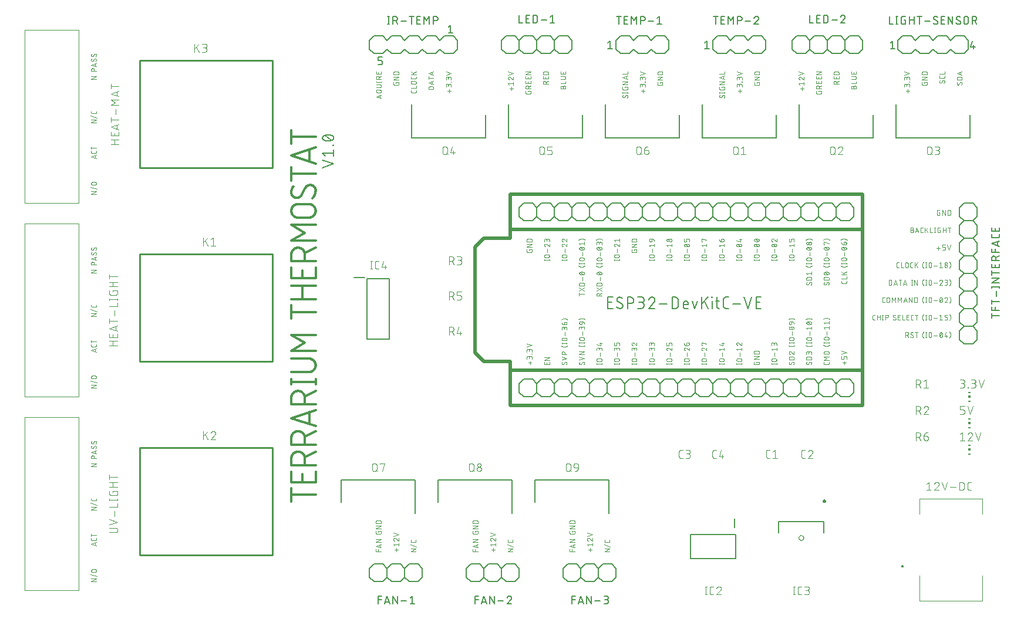
<source format=gbr>
G04 EAGLE Gerber RS-274X export*
G75*
%MOMM*%
%FSLAX34Y34*%
%LPD*%
%INSilkscreen Top*%
%IPPOS*%
%AMOC8*
5,1,8,0,0,1.08239X$1,22.5*%
G01*
%ADD10C,0.076200*%
%ADD11C,0.508000*%
%ADD12C,0.152400*%
%ADD13C,0.304800*%
%ADD14C,0.101600*%
%ADD15C,0.200000*%
%ADD16C,0.050000*%
%ADD17C,0.250000*%
%ADD18C,0.100000*%
%ADD19C,0.200000*%
%ADD20C,0.127000*%
%ADD21C,0.254000*%
%ADD22R,0.300000X0.150000*%
%ADD23R,0.300000X0.300000*%


D10*
X126619Y597281D02*
X119253Y597281D01*
X126619Y601373D01*
X119253Y601373D01*
X118435Y607791D02*
X127437Y604518D01*
X124573Y610692D02*
X121299Y610692D01*
X121210Y610694D01*
X121121Y610700D01*
X121032Y610710D01*
X120944Y610723D01*
X120856Y610740D01*
X120769Y610762D01*
X120684Y610787D01*
X120599Y610815D01*
X120516Y610848D01*
X120434Y610884D01*
X120354Y610923D01*
X120276Y610966D01*
X120200Y611012D01*
X120125Y611062D01*
X120053Y611115D01*
X119984Y611171D01*
X119917Y611230D01*
X119852Y611291D01*
X119791Y611356D01*
X119732Y611423D01*
X119676Y611492D01*
X119623Y611564D01*
X119573Y611639D01*
X119527Y611715D01*
X119484Y611793D01*
X119445Y611873D01*
X119409Y611955D01*
X119376Y612038D01*
X119348Y612123D01*
X119323Y612208D01*
X119301Y612295D01*
X119284Y612383D01*
X119271Y612471D01*
X119261Y612560D01*
X119255Y612649D01*
X119253Y612738D01*
X119255Y612827D01*
X119261Y612916D01*
X119271Y613005D01*
X119284Y613093D01*
X119301Y613181D01*
X119323Y613268D01*
X119348Y613353D01*
X119376Y613438D01*
X119409Y613521D01*
X119445Y613603D01*
X119484Y613683D01*
X119527Y613761D01*
X119573Y613837D01*
X119623Y613912D01*
X119676Y613984D01*
X119732Y614053D01*
X119791Y614120D01*
X119852Y614185D01*
X119917Y614246D01*
X119984Y614305D01*
X120053Y614361D01*
X120125Y614414D01*
X120200Y614464D01*
X120276Y614510D01*
X120354Y614553D01*
X120434Y614592D01*
X120516Y614628D01*
X120599Y614661D01*
X120684Y614689D01*
X120769Y614714D01*
X120856Y614736D01*
X120944Y614753D01*
X121032Y614766D01*
X121121Y614776D01*
X121210Y614782D01*
X121299Y614784D01*
X124573Y614784D01*
X124662Y614782D01*
X124751Y614776D01*
X124840Y614766D01*
X124928Y614753D01*
X125016Y614736D01*
X125103Y614714D01*
X125188Y614689D01*
X125273Y614661D01*
X125356Y614628D01*
X125438Y614592D01*
X125518Y614553D01*
X125596Y614510D01*
X125672Y614464D01*
X125747Y614414D01*
X125819Y614361D01*
X125888Y614305D01*
X125955Y614246D01*
X126020Y614185D01*
X126081Y614120D01*
X126140Y614053D01*
X126196Y613984D01*
X126249Y613912D01*
X126299Y613837D01*
X126345Y613761D01*
X126388Y613683D01*
X126427Y613603D01*
X126463Y613521D01*
X126496Y613438D01*
X126524Y613353D01*
X126549Y613268D01*
X126571Y613181D01*
X126588Y613093D01*
X126601Y613005D01*
X126611Y612916D01*
X126617Y612827D01*
X126619Y612738D01*
X126617Y612649D01*
X126611Y612560D01*
X126601Y612471D01*
X126588Y612383D01*
X126571Y612295D01*
X126549Y612208D01*
X126524Y612123D01*
X126496Y612038D01*
X126463Y611955D01*
X126427Y611873D01*
X126388Y611793D01*
X126345Y611715D01*
X126299Y611639D01*
X126249Y611564D01*
X126196Y611492D01*
X126140Y611423D01*
X126081Y611356D01*
X126020Y611291D01*
X125955Y611230D01*
X125888Y611171D01*
X125819Y611115D01*
X125747Y611062D01*
X125672Y611012D01*
X125596Y610966D01*
X125518Y610923D01*
X125438Y610884D01*
X125356Y610848D01*
X125273Y610815D01*
X125188Y610787D01*
X125103Y610762D01*
X125016Y610740D01*
X124928Y610723D01*
X124840Y610710D01*
X124751Y610700D01*
X124662Y610694D01*
X124573Y610692D01*
X126619Y648810D02*
X119253Y651265D01*
X126619Y653720D01*
X124778Y653106D02*
X124778Y649423D01*
X126619Y658148D02*
X126619Y659785D01*
X126619Y658148D02*
X126617Y658070D01*
X126612Y657992D01*
X126602Y657915D01*
X126589Y657838D01*
X126573Y657762D01*
X126553Y657687D01*
X126529Y657613D01*
X126502Y657540D01*
X126471Y657468D01*
X126437Y657398D01*
X126400Y657330D01*
X126359Y657263D01*
X126315Y657198D01*
X126269Y657136D01*
X126219Y657076D01*
X126167Y657018D01*
X126112Y656963D01*
X126054Y656911D01*
X125994Y656861D01*
X125932Y656815D01*
X125867Y656771D01*
X125801Y656730D01*
X125732Y656693D01*
X125662Y656659D01*
X125590Y656628D01*
X125517Y656601D01*
X125443Y656577D01*
X125368Y656557D01*
X125292Y656541D01*
X125215Y656528D01*
X125138Y656518D01*
X125060Y656513D01*
X124982Y656511D01*
X120890Y656511D01*
X120810Y656513D01*
X120730Y656519D01*
X120650Y656529D01*
X120571Y656542D01*
X120492Y656560D01*
X120415Y656581D01*
X120339Y656607D01*
X120264Y656636D01*
X120190Y656668D01*
X120118Y656704D01*
X120048Y656744D01*
X119981Y656787D01*
X119915Y656833D01*
X119852Y656883D01*
X119791Y656935D01*
X119732Y656990D01*
X119677Y657049D01*
X119625Y657109D01*
X119575Y657173D01*
X119529Y657238D01*
X119486Y657306D01*
X119446Y657376D01*
X119410Y657448D01*
X119378Y657522D01*
X119349Y657596D01*
X119324Y657673D01*
X119302Y657750D01*
X119284Y657829D01*
X119271Y657908D01*
X119261Y657987D01*
X119255Y658068D01*
X119253Y658148D01*
X119253Y659785D01*
X119253Y664188D02*
X126619Y664188D01*
X119253Y662142D02*
X119253Y666235D01*
X119253Y700425D02*
X126619Y700425D01*
X126619Y704517D02*
X119253Y700425D01*
X119253Y704517D02*
X126619Y704517D01*
X127437Y707662D02*
X118435Y710936D01*
X126619Y715450D02*
X126619Y717087D01*
X126619Y715450D02*
X126617Y715372D01*
X126612Y715294D01*
X126602Y715217D01*
X126589Y715140D01*
X126573Y715064D01*
X126553Y714989D01*
X126529Y714915D01*
X126502Y714842D01*
X126471Y714770D01*
X126437Y714700D01*
X126400Y714632D01*
X126359Y714565D01*
X126315Y714500D01*
X126269Y714438D01*
X126219Y714378D01*
X126167Y714320D01*
X126112Y714265D01*
X126054Y714213D01*
X125994Y714163D01*
X125932Y714117D01*
X125867Y714073D01*
X125801Y714032D01*
X125732Y713995D01*
X125662Y713961D01*
X125590Y713930D01*
X125517Y713903D01*
X125443Y713879D01*
X125368Y713859D01*
X125292Y713843D01*
X125215Y713830D01*
X125138Y713820D01*
X125060Y713815D01*
X124982Y713813D01*
X120890Y713813D01*
X120810Y713815D01*
X120730Y713821D01*
X120650Y713831D01*
X120571Y713844D01*
X120492Y713862D01*
X120415Y713883D01*
X120339Y713909D01*
X120264Y713938D01*
X120190Y713970D01*
X120118Y714006D01*
X120048Y714046D01*
X119981Y714089D01*
X119915Y714135D01*
X119852Y714185D01*
X119791Y714237D01*
X119732Y714292D01*
X119677Y714351D01*
X119625Y714411D01*
X119575Y714475D01*
X119529Y714540D01*
X119486Y714608D01*
X119446Y714678D01*
X119410Y714750D01*
X119378Y714824D01*
X119349Y714898D01*
X119324Y714975D01*
X119302Y715052D01*
X119284Y715131D01*
X119271Y715210D01*
X119261Y715289D01*
X119255Y715370D01*
X119253Y715450D01*
X119253Y717087D01*
X119253Y763092D02*
X126619Y763092D01*
X126619Y767184D02*
X119253Y763092D01*
X119253Y767184D02*
X126619Y767184D01*
X126619Y774914D02*
X119253Y774914D01*
X119253Y776960D01*
X119255Y777049D01*
X119261Y777138D01*
X119271Y777227D01*
X119284Y777315D01*
X119301Y777403D01*
X119323Y777490D01*
X119348Y777575D01*
X119376Y777660D01*
X119409Y777743D01*
X119445Y777825D01*
X119484Y777905D01*
X119527Y777983D01*
X119573Y778059D01*
X119623Y778134D01*
X119676Y778206D01*
X119732Y778275D01*
X119791Y778342D01*
X119852Y778407D01*
X119917Y778468D01*
X119984Y778527D01*
X120053Y778583D01*
X120125Y778636D01*
X120200Y778686D01*
X120276Y778732D01*
X120354Y778775D01*
X120434Y778814D01*
X120516Y778850D01*
X120599Y778883D01*
X120684Y778911D01*
X120769Y778936D01*
X120856Y778958D01*
X120944Y778975D01*
X121032Y778988D01*
X121121Y778998D01*
X121210Y779004D01*
X121299Y779006D01*
X121388Y779004D01*
X121477Y778998D01*
X121566Y778988D01*
X121654Y778975D01*
X121742Y778958D01*
X121829Y778936D01*
X121914Y778911D01*
X121999Y778883D01*
X122082Y778850D01*
X122164Y778814D01*
X122244Y778775D01*
X122322Y778732D01*
X122398Y778686D01*
X122473Y778636D01*
X122545Y778583D01*
X122614Y778527D01*
X122681Y778468D01*
X122746Y778407D01*
X122807Y778342D01*
X122866Y778275D01*
X122922Y778206D01*
X122975Y778134D01*
X123025Y778059D01*
X123071Y777983D01*
X123114Y777905D01*
X123153Y777825D01*
X123189Y777743D01*
X123222Y777660D01*
X123250Y777575D01*
X123275Y777490D01*
X123297Y777403D01*
X123314Y777315D01*
X123327Y777227D01*
X123337Y777138D01*
X123343Y777049D01*
X123345Y776960D01*
X123345Y774914D01*
X126619Y781458D02*
X119253Y783914D01*
X126619Y786369D01*
X124778Y785755D02*
X124778Y782072D01*
X126619Y791394D02*
X126617Y791472D01*
X126612Y791550D01*
X126602Y791627D01*
X126589Y791704D01*
X126573Y791780D01*
X126553Y791855D01*
X126529Y791929D01*
X126502Y792002D01*
X126471Y792074D01*
X126437Y792144D01*
X126400Y792213D01*
X126359Y792279D01*
X126315Y792344D01*
X126269Y792406D01*
X126219Y792466D01*
X126167Y792524D01*
X126112Y792579D01*
X126054Y792631D01*
X125994Y792681D01*
X125932Y792727D01*
X125867Y792771D01*
X125801Y792812D01*
X125732Y792849D01*
X125662Y792883D01*
X125590Y792914D01*
X125517Y792941D01*
X125443Y792965D01*
X125368Y792985D01*
X125292Y793001D01*
X125215Y793014D01*
X125138Y793024D01*
X125060Y793029D01*
X124982Y793031D01*
X126619Y791394D02*
X126617Y791280D01*
X126612Y791167D01*
X126602Y791053D01*
X126589Y790940D01*
X126572Y790828D01*
X126552Y790716D01*
X126528Y790605D01*
X126500Y790494D01*
X126469Y790385D01*
X126434Y790277D01*
X126395Y790170D01*
X126353Y790064D01*
X126308Y789960D01*
X126259Y789857D01*
X126206Y789756D01*
X126151Y789657D01*
X126092Y789559D01*
X126030Y789464D01*
X125965Y789371D01*
X125897Y789279D01*
X125826Y789191D01*
X125752Y789104D01*
X125675Y789020D01*
X125596Y788939D01*
X120890Y789143D02*
X120812Y789145D01*
X120734Y789150D01*
X120657Y789160D01*
X120580Y789173D01*
X120504Y789189D01*
X120429Y789209D01*
X120355Y789233D01*
X120282Y789260D01*
X120210Y789291D01*
X120140Y789325D01*
X120072Y789362D01*
X120005Y789403D01*
X119940Y789447D01*
X119878Y789493D01*
X119818Y789543D01*
X119760Y789595D01*
X119705Y789650D01*
X119653Y789708D01*
X119603Y789768D01*
X119557Y789830D01*
X119513Y789895D01*
X119472Y789962D01*
X119435Y790030D01*
X119401Y790100D01*
X119370Y790172D01*
X119343Y790245D01*
X119319Y790319D01*
X119299Y790394D01*
X119283Y790470D01*
X119270Y790547D01*
X119260Y790624D01*
X119255Y790702D01*
X119253Y790780D01*
X119255Y790890D01*
X119261Y790999D01*
X119271Y791109D01*
X119284Y791217D01*
X119302Y791326D01*
X119323Y791433D01*
X119349Y791540D01*
X119378Y791646D01*
X119410Y791751D01*
X119447Y791854D01*
X119487Y791956D01*
X119531Y792057D01*
X119579Y792156D01*
X119629Y792253D01*
X119684Y792348D01*
X119742Y792441D01*
X119803Y792532D01*
X119867Y792621D01*
X122322Y789962D02*
X122280Y789896D01*
X122236Y789831D01*
X122188Y789769D01*
X122138Y789709D01*
X122085Y789651D01*
X122029Y789596D01*
X121971Y789543D01*
X121910Y789494D01*
X121847Y789447D01*
X121782Y789403D01*
X121715Y789363D01*
X121646Y789326D01*
X121575Y789292D01*
X121503Y789261D01*
X121429Y789234D01*
X121354Y789210D01*
X121279Y789190D01*
X121202Y789174D01*
X121125Y789161D01*
X121047Y789151D01*
X120968Y789146D01*
X120890Y789144D01*
X123549Y792213D02*
X123591Y792280D01*
X123635Y792345D01*
X123683Y792407D01*
X123733Y792467D01*
X123786Y792525D01*
X123842Y792580D01*
X123901Y792632D01*
X123961Y792682D01*
X124025Y792729D01*
X124090Y792772D01*
X124157Y792813D01*
X124226Y792850D01*
X124297Y792884D01*
X124369Y792915D01*
X124443Y792942D01*
X124517Y792966D01*
X124593Y792986D01*
X124670Y793002D01*
X124747Y793015D01*
X124825Y793025D01*
X124904Y793030D01*
X124982Y793032D01*
X123550Y792213D02*
X122322Y789962D01*
X126619Y798222D02*
X126617Y798300D01*
X126612Y798378D01*
X126602Y798455D01*
X126589Y798532D01*
X126573Y798608D01*
X126553Y798683D01*
X126529Y798757D01*
X126502Y798830D01*
X126471Y798902D01*
X126437Y798972D01*
X126400Y799041D01*
X126359Y799107D01*
X126315Y799172D01*
X126269Y799234D01*
X126219Y799294D01*
X126167Y799352D01*
X126112Y799407D01*
X126054Y799459D01*
X125994Y799509D01*
X125932Y799555D01*
X125867Y799599D01*
X125801Y799640D01*
X125732Y799677D01*
X125662Y799711D01*
X125590Y799742D01*
X125517Y799769D01*
X125443Y799793D01*
X125368Y799813D01*
X125292Y799829D01*
X125215Y799842D01*
X125138Y799852D01*
X125060Y799857D01*
X124982Y799859D01*
X126619Y798222D02*
X126617Y798108D01*
X126612Y797995D01*
X126602Y797881D01*
X126589Y797768D01*
X126572Y797656D01*
X126552Y797544D01*
X126528Y797433D01*
X126500Y797322D01*
X126469Y797213D01*
X126434Y797105D01*
X126395Y796998D01*
X126353Y796892D01*
X126308Y796788D01*
X126259Y796685D01*
X126206Y796584D01*
X126151Y796485D01*
X126092Y796387D01*
X126030Y796292D01*
X125965Y796199D01*
X125897Y796107D01*
X125826Y796019D01*
X125752Y795932D01*
X125675Y795848D01*
X125596Y795767D01*
X120890Y795971D02*
X120812Y795973D01*
X120734Y795978D01*
X120657Y795988D01*
X120580Y796001D01*
X120504Y796017D01*
X120429Y796037D01*
X120355Y796061D01*
X120282Y796088D01*
X120210Y796119D01*
X120140Y796153D01*
X120072Y796190D01*
X120005Y796231D01*
X119940Y796275D01*
X119878Y796321D01*
X119818Y796371D01*
X119760Y796423D01*
X119705Y796478D01*
X119653Y796536D01*
X119603Y796596D01*
X119557Y796658D01*
X119513Y796723D01*
X119472Y796790D01*
X119435Y796858D01*
X119401Y796928D01*
X119370Y797000D01*
X119343Y797073D01*
X119319Y797147D01*
X119299Y797222D01*
X119283Y797298D01*
X119270Y797375D01*
X119260Y797452D01*
X119255Y797530D01*
X119253Y797608D01*
X119255Y797718D01*
X119261Y797827D01*
X119271Y797937D01*
X119284Y798045D01*
X119302Y798154D01*
X119323Y798261D01*
X119349Y798368D01*
X119378Y798474D01*
X119410Y798579D01*
X119447Y798682D01*
X119487Y798784D01*
X119531Y798885D01*
X119579Y798984D01*
X119629Y799081D01*
X119684Y799176D01*
X119742Y799269D01*
X119803Y799360D01*
X119867Y799449D01*
X122322Y796789D02*
X122280Y796723D01*
X122236Y796658D01*
X122188Y796596D01*
X122138Y796536D01*
X122085Y796478D01*
X122029Y796423D01*
X121971Y796370D01*
X121910Y796321D01*
X121847Y796274D01*
X121782Y796230D01*
X121715Y796190D01*
X121646Y796153D01*
X121575Y796119D01*
X121503Y796088D01*
X121429Y796061D01*
X121354Y796037D01*
X121279Y796017D01*
X121202Y796001D01*
X121125Y795988D01*
X121047Y795978D01*
X120968Y795973D01*
X120890Y795971D01*
X123549Y799040D02*
X123591Y799107D01*
X123635Y799172D01*
X123683Y799234D01*
X123733Y799294D01*
X123786Y799352D01*
X123842Y799407D01*
X123901Y799459D01*
X123961Y799509D01*
X124025Y799556D01*
X124090Y799599D01*
X124157Y799640D01*
X124226Y799677D01*
X124297Y799711D01*
X124369Y799742D01*
X124443Y799769D01*
X124517Y799793D01*
X124593Y799813D01*
X124670Y799829D01*
X124747Y799842D01*
X124825Y799852D01*
X124904Y799857D01*
X124982Y799859D01*
X123550Y799040D02*
X122322Y796789D01*
X119253Y317881D02*
X126619Y317881D01*
X126619Y321973D02*
X119253Y317881D01*
X119253Y321973D02*
X126619Y321973D01*
X127437Y325118D02*
X118435Y328391D01*
X121299Y331292D02*
X124573Y331292D01*
X121299Y331292D02*
X121210Y331294D01*
X121121Y331300D01*
X121032Y331310D01*
X120944Y331323D01*
X120856Y331340D01*
X120769Y331362D01*
X120684Y331387D01*
X120599Y331415D01*
X120516Y331448D01*
X120434Y331484D01*
X120354Y331523D01*
X120276Y331566D01*
X120200Y331612D01*
X120125Y331662D01*
X120053Y331715D01*
X119984Y331771D01*
X119917Y331830D01*
X119852Y331891D01*
X119791Y331956D01*
X119732Y332023D01*
X119676Y332092D01*
X119623Y332164D01*
X119573Y332239D01*
X119527Y332315D01*
X119484Y332393D01*
X119445Y332473D01*
X119409Y332555D01*
X119376Y332638D01*
X119348Y332723D01*
X119323Y332808D01*
X119301Y332895D01*
X119284Y332983D01*
X119271Y333071D01*
X119261Y333160D01*
X119255Y333249D01*
X119253Y333338D01*
X119255Y333427D01*
X119261Y333516D01*
X119271Y333605D01*
X119284Y333693D01*
X119301Y333781D01*
X119323Y333868D01*
X119348Y333953D01*
X119376Y334038D01*
X119409Y334121D01*
X119445Y334203D01*
X119484Y334283D01*
X119527Y334361D01*
X119573Y334437D01*
X119623Y334512D01*
X119676Y334584D01*
X119732Y334653D01*
X119791Y334720D01*
X119852Y334785D01*
X119917Y334846D01*
X119984Y334905D01*
X120053Y334961D01*
X120125Y335014D01*
X120200Y335064D01*
X120276Y335110D01*
X120354Y335153D01*
X120434Y335192D01*
X120516Y335228D01*
X120599Y335261D01*
X120684Y335289D01*
X120769Y335314D01*
X120856Y335336D01*
X120944Y335353D01*
X121032Y335366D01*
X121121Y335376D01*
X121210Y335382D01*
X121299Y335384D01*
X124573Y335384D01*
X124662Y335382D01*
X124751Y335376D01*
X124840Y335366D01*
X124928Y335353D01*
X125016Y335336D01*
X125103Y335314D01*
X125188Y335289D01*
X125273Y335261D01*
X125356Y335228D01*
X125438Y335192D01*
X125518Y335153D01*
X125596Y335110D01*
X125672Y335064D01*
X125747Y335014D01*
X125819Y334961D01*
X125888Y334905D01*
X125955Y334846D01*
X126020Y334785D01*
X126081Y334720D01*
X126140Y334653D01*
X126196Y334584D01*
X126249Y334512D01*
X126299Y334437D01*
X126345Y334361D01*
X126388Y334283D01*
X126427Y334203D01*
X126463Y334121D01*
X126496Y334038D01*
X126524Y333953D01*
X126549Y333868D01*
X126571Y333781D01*
X126588Y333693D01*
X126601Y333605D01*
X126611Y333516D01*
X126617Y333427D01*
X126619Y333338D01*
X126617Y333249D01*
X126611Y333160D01*
X126601Y333071D01*
X126588Y332983D01*
X126571Y332895D01*
X126549Y332808D01*
X126524Y332723D01*
X126496Y332638D01*
X126463Y332555D01*
X126427Y332473D01*
X126388Y332393D01*
X126345Y332315D01*
X126299Y332239D01*
X126249Y332164D01*
X126196Y332092D01*
X126140Y332023D01*
X126081Y331956D01*
X126020Y331891D01*
X125955Y331830D01*
X125888Y331771D01*
X125819Y331715D01*
X125747Y331662D01*
X125672Y331612D01*
X125596Y331566D01*
X125518Y331523D01*
X125438Y331484D01*
X125356Y331448D01*
X125273Y331415D01*
X125188Y331387D01*
X125103Y331362D01*
X125016Y331340D01*
X124928Y331323D01*
X124840Y331310D01*
X124751Y331300D01*
X124662Y331294D01*
X124573Y331292D01*
X126619Y369410D02*
X119253Y371865D01*
X126619Y374320D01*
X124778Y373706D02*
X124778Y370023D01*
X126619Y378748D02*
X126619Y380385D01*
X126619Y378748D02*
X126617Y378670D01*
X126612Y378592D01*
X126602Y378515D01*
X126589Y378438D01*
X126573Y378362D01*
X126553Y378287D01*
X126529Y378213D01*
X126502Y378140D01*
X126471Y378068D01*
X126437Y377998D01*
X126400Y377930D01*
X126359Y377863D01*
X126315Y377798D01*
X126269Y377736D01*
X126219Y377676D01*
X126167Y377618D01*
X126112Y377563D01*
X126054Y377511D01*
X125994Y377461D01*
X125932Y377415D01*
X125867Y377371D01*
X125801Y377330D01*
X125732Y377293D01*
X125662Y377259D01*
X125590Y377228D01*
X125517Y377201D01*
X125443Y377177D01*
X125368Y377157D01*
X125292Y377141D01*
X125215Y377128D01*
X125138Y377118D01*
X125060Y377113D01*
X124982Y377111D01*
X120890Y377111D01*
X120810Y377113D01*
X120730Y377119D01*
X120650Y377129D01*
X120571Y377142D01*
X120492Y377160D01*
X120415Y377181D01*
X120339Y377207D01*
X120264Y377236D01*
X120190Y377268D01*
X120118Y377304D01*
X120048Y377344D01*
X119981Y377387D01*
X119915Y377433D01*
X119852Y377483D01*
X119791Y377535D01*
X119732Y377590D01*
X119677Y377649D01*
X119625Y377709D01*
X119575Y377773D01*
X119529Y377838D01*
X119486Y377906D01*
X119446Y377976D01*
X119410Y378048D01*
X119378Y378122D01*
X119349Y378196D01*
X119324Y378273D01*
X119302Y378350D01*
X119284Y378429D01*
X119271Y378508D01*
X119261Y378587D01*
X119255Y378668D01*
X119253Y378748D01*
X119253Y380385D01*
X119253Y384788D02*
X126619Y384788D01*
X119253Y382742D02*
X119253Y386835D01*
X119253Y421025D02*
X126619Y421025D01*
X126619Y425117D02*
X119253Y421025D01*
X119253Y425117D02*
X126619Y425117D01*
X127437Y428262D02*
X118435Y431536D01*
X126619Y436050D02*
X126619Y437687D01*
X126619Y436050D02*
X126617Y435972D01*
X126612Y435894D01*
X126602Y435817D01*
X126589Y435740D01*
X126573Y435664D01*
X126553Y435589D01*
X126529Y435515D01*
X126502Y435442D01*
X126471Y435370D01*
X126437Y435300D01*
X126400Y435232D01*
X126359Y435165D01*
X126315Y435100D01*
X126269Y435038D01*
X126219Y434978D01*
X126167Y434920D01*
X126112Y434865D01*
X126054Y434813D01*
X125994Y434763D01*
X125932Y434717D01*
X125867Y434673D01*
X125801Y434632D01*
X125732Y434595D01*
X125662Y434561D01*
X125590Y434530D01*
X125517Y434503D01*
X125443Y434479D01*
X125368Y434459D01*
X125292Y434443D01*
X125215Y434430D01*
X125138Y434420D01*
X125060Y434415D01*
X124982Y434413D01*
X120890Y434413D01*
X120810Y434415D01*
X120730Y434421D01*
X120650Y434431D01*
X120571Y434444D01*
X120492Y434462D01*
X120415Y434483D01*
X120339Y434509D01*
X120264Y434538D01*
X120190Y434570D01*
X120118Y434606D01*
X120048Y434646D01*
X119981Y434689D01*
X119915Y434735D01*
X119852Y434785D01*
X119791Y434837D01*
X119732Y434892D01*
X119677Y434951D01*
X119625Y435011D01*
X119575Y435075D01*
X119529Y435140D01*
X119486Y435208D01*
X119446Y435278D01*
X119410Y435350D01*
X119378Y435424D01*
X119349Y435498D01*
X119324Y435575D01*
X119302Y435652D01*
X119284Y435731D01*
X119271Y435810D01*
X119261Y435889D01*
X119255Y435970D01*
X119253Y436050D01*
X119253Y437687D01*
X119253Y483692D02*
X126619Y483692D01*
X126619Y487784D02*
X119253Y483692D01*
X119253Y487784D02*
X126619Y487784D01*
X126619Y495514D02*
X119253Y495514D01*
X119253Y497560D01*
X119255Y497649D01*
X119261Y497738D01*
X119271Y497827D01*
X119284Y497915D01*
X119301Y498003D01*
X119323Y498090D01*
X119348Y498175D01*
X119376Y498260D01*
X119409Y498343D01*
X119445Y498425D01*
X119484Y498505D01*
X119527Y498583D01*
X119573Y498659D01*
X119623Y498734D01*
X119676Y498806D01*
X119732Y498875D01*
X119791Y498942D01*
X119852Y499007D01*
X119917Y499068D01*
X119984Y499127D01*
X120053Y499183D01*
X120125Y499236D01*
X120200Y499286D01*
X120276Y499332D01*
X120354Y499375D01*
X120434Y499414D01*
X120516Y499450D01*
X120599Y499483D01*
X120684Y499511D01*
X120769Y499536D01*
X120856Y499558D01*
X120944Y499575D01*
X121032Y499588D01*
X121121Y499598D01*
X121210Y499604D01*
X121299Y499606D01*
X121388Y499604D01*
X121477Y499598D01*
X121566Y499588D01*
X121654Y499575D01*
X121742Y499558D01*
X121829Y499536D01*
X121914Y499511D01*
X121999Y499483D01*
X122082Y499450D01*
X122164Y499414D01*
X122244Y499375D01*
X122322Y499332D01*
X122398Y499286D01*
X122473Y499236D01*
X122545Y499183D01*
X122614Y499127D01*
X122681Y499068D01*
X122746Y499007D01*
X122807Y498942D01*
X122866Y498875D01*
X122922Y498806D01*
X122975Y498734D01*
X123025Y498659D01*
X123071Y498583D01*
X123114Y498505D01*
X123153Y498425D01*
X123189Y498343D01*
X123222Y498260D01*
X123250Y498175D01*
X123275Y498090D01*
X123297Y498003D01*
X123314Y497915D01*
X123327Y497827D01*
X123337Y497738D01*
X123343Y497649D01*
X123345Y497560D01*
X123345Y495514D01*
X126619Y502058D02*
X119253Y504514D01*
X126619Y506969D01*
X124778Y506355D02*
X124778Y502672D01*
X126619Y511994D02*
X126617Y512072D01*
X126612Y512150D01*
X126602Y512227D01*
X126589Y512304D01*
X126573Y512380D01*
X126553Y512455D01*
X126529Y512529D01*
X126502Y512602D01*
X126471Y512674D01*
X126437Y512744D01*
X126400Y512813D01*
X126359Y512879D01*
X126315Y512944D01*
X126269Y513006D01*
X126219Y513066D01*
X126167Y513124D01*
X126112Y513179D01*
X126054Y513231D01*
X125994Y513281D01*
X125932Y513327D01*
X125867Y513371D01*
X125801Y513412D01*
X125732Y513449D01*
X125662Y513483D01*
X125590Y513514D01*
X125517Y513541D01*
X125443Y513565D01*
X125368Y513585D01*
X125292Y513601D01*
X125215Y513614D01*
X125138Y513624D01*
X125060Y513629D01*
X124982Y513631D01*
X126619Y511994D02*
X126617Y511880D01*
X126612Y511767D01*
X126602Y511653D01*
X126589Y511540D01*
X126572Y511428D01*
X126552Y511316D01*
X126528Y511205D01*
X126500Y511094D01*
X126469Y510985D01*
X126434Y510877D01*
X126395Y510770D01*
X126353Y510664D01*
X126308Y510560D01*
X126259Y510457D01*
X126206Y510356D01*
X126151Y510257D01*
X126092Y510159D01*
X126030Y510064D01*
X125965Y509971D01*
X125897Y509879D01*
X125826Y509791D01*
X125752Y509704D01*
X125675Y509620D01*
X125596Y509539D01*
X120890Y509743D02*
X120812Y509745D01*
X120734Y509750D01*
X120657Y509760D01*
X120580Y509773D01*
X120504Y509789D01*
X120429Y509809D01*
X120355Y509833D01*
X120282Y509860D01*
X120210Y509891D01*
X120140Y509925D01*
X120072Y509962D01*
X120005Y510003D01*
X119940Y510047D01*
X119878Y510093D01*
X119818Y510143D01*
X119760Y510195D01*
X119705Y510250D01*
X119653Y510308D01*
X119603Y510368D01*
X119557Y510430D01*
X119513Y510495D01*
X119472Y510562D01*
X119435Y510630D01*
X119401Y510700D01*
X119370Y510772D01*
X119343Y510845D01*
X119319Y510919D01*
X119299Y510994D01*
X119283Y511070D01*
X119270Y511147D01*
X119260Y511224D01*
X119255Y511302D01*
X119253Y511380D01*
X119255Y511490D01*
X119261Y511599D01*
X119271Y511709D01*
X119284Y511817D01*
X119302Y511926D01*
X119323Y512033D01*
X119349Y512140D01*
X119378Y512246D01*
X119410Y512351D01*
X119447Y512454D01*
X119487Y512556D01*
X119531Y512657D01*
X119579Y512756D01*
X119629Y512853D01*
X119684Y512948D01*
X119742Y513041D01*
X119803Y513132D01*
X119867Y513221D01*
X122322Y510562D02*
X122280Y510496D01*
X122236Y510431D01*
X122188Y510369D01*
X122138Y510309D01*
X122085Y510251D01*
X122029Y510196D01*
X121971Y510143D01*
X121910Y510094D01*
X121847Y510047D01*
X121782Y510003D01*
X121715Y509963D01*
X121646Y509926D01*
X121575Y509892D01*
X121503Y509861D01*
X121429Y509834D01*
X121354Y509810D01*
X121279Y509790D01*
X121202Y509774D01*
X121125Y509761D01*
X121047Y509751D01*
X120968Y509746D01*
X120890Y509744D01*
X123549Y512813D02*
X123591Y512880D01*
X123635Y512945D01*
X123683Y513007D01*
X123733Y513067D01*
X123786Y513125D01*
X123842Y513180D01*
X123901Y513232D01*
X123961Y513282D01*
X124025Y513329D01*
X124090Y513372D01*
X124157Y513413D01*
X124226Y513450D01*
X124297Y513484D01*
X124369Y513515D01*
X124443Y513542D01*
X124517Y513566D01*
X124593Y513586D01*
X124670Y513602D01*
X124747Y513615D01*
X124825Y513625D01*
X124904Y513630D01*
X124982Y513632D01*
X123550Y512813D02*
X122322Y510562D01*
X126619Y518822D02*
X126617Y518900D01*
X126612Y518978D01*
X126602Y519055D01*
X126589Y519132D01*
X126573Y519208D01*
X126553Y519283D01*
X126529Y519357D01*
X126502Y519430D01*
X126471Y519502D01*
X126437Y519572D01*
X126400Y519641D01*
X126359Y519707D01*
X126315Y519772D01*
X126269Y519834D01*
X126219Y519894D01*
X126167Y519952D01*
X126112Y520007D01*
X126054Y520059D01*
X125994Y520109D01*
X125932Y520155D01*
X125867Y520199D01*
X125801Y520240D01*
X125732Y520277D01*
X125662Y520311D01*
X125590Y520342D01*
X125517Y520369D01*
X125443Y520393D01*
X125368Y520413D01*
X125292Y520429D01*
X125215Y520442D01*
X125138Y520452D01*
X125060Y520457D01*
X124982Y520459D01*
X126619Y518822D02*
X126617Y518708D01*
X126612Y518595D01*
X126602Y518481D01*
X126589Y518368D01*
X126572Y518256D01*
X126552Y518144D01*
X126528Y518033D01*
X126500Y517922D01*
X126469Y517813D01*
X126434Y517705D01*
X126395Y517598D01*
X126353Y517492D01*
X126308Y517388D01*
X126259Y517285D01*
X126206Y517184D01*
X126151Y517085D01*
X126092Y516987D01*
X126030Y516892D01*
X125965Y516799D01*
X125897Y516707D01*
X125826Y516619D01*
X125752Y516532D01*
X125675Y516448D01*
X125596Y516367D01*
X120890Y516571D02*
X120812Y516573D01*
X120734Y516578D01*
X120657Y516588D01*
X120580Y516601D01*
X120504Y516617D01*
X120429Y516637D01*
X120355Y516661D01*
X120282Y516688D01*
X120210Y516719D01*
X120140Y516753D01*
X120072Y516790D01*
X120005Y516831D01*
X119940Y516875D01*
X119878Y516921D01*
X119818Y516971D01*
X119760Y517023D01*
X119705Y517078D01*
X119653Y517136D01*
X119603Y517196D01*
X119557Y517258D01*
X119513Y517323D01*
X119472Y517390D01*
X119435Y517458D01*
X119401Y517528D01*
X119370Y517600D01*
X119343Y517673D01*
X119319Y517747D01*
X119299Y517822D01*
X119283Y517898D01*
X119270Y517975D01*
X119260Y518052D01*
X119255Y518130D01*
X119253Y518208D01*
X119255Y518318D01*
X119261Y518427D01*
X119271Y518537D01*
X119284Y518645D01*
X119302Y518754D01*
X119323Y518861D01*
X119349Y518968D01*
X119378Y519074D01*
X119410Y519179D01*
X119447Y519282D01*
X119487Y519384D01*
X119531Y519485D01*
X119579Y519584D01*
X119629Y519681D01*
X119684Y519776D01*
X119742Y519869D01*
X119803Y519960D01*
X119867Y520049D01*
X122322Y517389D02*
X122280Y517323D01*
X122236Y517258D01*
X122188Y517196D01*
X122138Y517136D01*
X122085Y517078D01*
X122029Y517023D01*
X121971Y516970D01*
X121910Y516921D01*
X121847Y516874D01*
X121782Y516830D01*
X121715Y516790D01*
X121646Y516753D01*
X121575Y516719D01*
X121503Y516688D01*
X121429Y516661D01*
X121354Y516637D01*
X121279Y516617D01*
X121202Y516601D01*
X121125Y516588D01*
X121047Y516578D01*
X120968Y516573D01*
X120890Y516571D01*
X123549Y519640D02*
X123591Y519707D01*
X123635Y519772D01*
X123683Y519834D01*
X123733Y519894D01*
X123786Y519952D01*
X123842Y520007D01*
X123901Y520059D01*
X123961Y520109D01*
X124025Y520156D01*
X124090Y520199D01*
X124157Y520240D01*
X124226Y520277D01*
X124297Y520311D01*
X124369Y520342D01*
X124443Y520369D01*
X124517Y520393D01*
X124593Y520413D01*
X124670Y520429D01*
X124747Y520442D01*
X124825Y520452D01*
X124904Y520457D01*
X124982Y520459D01*
X123550Y519640D02*
X122322Y517389D01*
X119253Y38481D02*
X126619Y38481D01*
X126619Y42573D02*
X119253Y38481D01*
X119253Y42573D02*
X126619Y42573D01*
X127437Y45718D02*
X118435Y48991D01*
X121299Y51892D02*
X124573Y51892D01*
X121299Y51892D02*
X121210Y51894D01*
X121121Y51900D01*
X121032Y51910D01*
X120944Y51923D01*
X120856Y51940D01*
X120769Y51962D01*
X120684Y51987D01*
X120599Y52015D01*
X120516Y52048D01*
X120434Y52084D01*
X120354Y52123D01*
X120276Y52166D01*
X120200Y52212D01*
X120125Y52262D01*
X120053Y52315D01*
X119984Y52371D01*
X119917Y52430D01*
X119852Y52491D01*
X119791Y52556D01*
X119732Y52623D01*
X119676Y52692D01*
X119623Y52764D01*
X119573Y52839D01*
X119527Y52915D01*
X119484Y52993D01*
X119445Y53073D01*
X119409Y53155D01*
X119376Y53238D01*
X119348Y53323D01*
X119323Y53408D01*
X119301Y53495D01*
X119284Y53583D01*
X119271Y53671D01*
X119261Y53760D01*
X119255Y53849D01*
X119253Y53938D01*
X119255Y54027D01*
X119261Y54116D01*
X119271Y54205D01*
X119284Y54293D01*
X119301Y54381D01*
X119323Y54468D01*
X119348Y54553D01*
X119376Y54638D01*
X119409Y54721D01*
X119445Y54803D01*
X119484Y54883D01*
X119527Y54961D01*
X119573Y55037D01*
X119623Y55112D01*
X119676Y55184D01*
X119732Y55253D01*
X119791Y55320D01*
X119852Y55385D01*
X119917Y55446D01*
X119984Y55505D01*
X120053Y55561D01*
X120125Y55614D01*
X120200Y55664D01*
X120276Y55710D01*
X120354Y55753D01*
X120434Y55792D01*
X120516Y55828D01*
X120599Y55861D01*
X120684Y55889D01*
X120769Y55914D01*
X120856Y55936D01*
X120944Y55953D01*
X121032Y55966D01*
X121121Y55976D01*
X121210Y55982D01*
X121299Y55984D01*
X124573Y55984D01*
X124662Y55982D01*
X124751Y55976D01*
X124840Y55966D01*
X124928Y55953D01*
X125016Y55936D01*
X125103Y55914D01*
X125188Y55889D01*
X125273Y55861D01*
X125356Y55828D01*
X125438Y55792D01*
X125518Y55753D01*
X125596Y55710D01*
X125672Y55664D01*
X125747Y55614D01*
X125819Y55561D01*
X125888Y55505D01*
X125955Y55446D01*
X126020Y55385D01*
X126081Y55320D01*
X126140Y55253D01*
X126196Y55184D01*
X126249Y55112D01*
X126299Y55037D01*
X126345Y54961D01*
X126388Y54883D01*
X126427Y54803D01*
X126463Y54721D01*
X126496Y54638D01*
X126524Y54553D01*
X126549Y54468D01*
X126571Y54381D01*
X126588Y54293D01*
X126601Y54205D01*
X126611Y54116D01*
X126617Y54027D01*
X126619Y53938D01*
X126617Y53849D01*
X126611Y53760D01*
X126601Y53671D01*
X126588Y53583D01*
X126571Y53495D01*
X126549Y53408D01*
X126524Y53323D01*
X126496Y53238D01*
X126463Y53155D01*
X126427Y53073D01*
X126388Y52993D01*
X126345Y52915D01*
X126299Y52839D01*
X126249Y52764D01*
X126196Y52692D01*
X126140Y52623D01*
X126081Y52556D01*
X126020Y52491D01*
X125955Y52430D01*
X125888Y52371D01*
X125819Y52315D01*
X125747Y52262D01*
X125672Y52212D01*
X125596Y52166D01*
X125518Y52123D01*
X125438Y52084D01*
X125356Y52048D01*
X125273Y52015D01*
X125188Y51987D01*
X125103Y51962D01*
X125016Y51940D01*
X124928Y51923D01*
X124840Y51910D01*
X124751Y51900D01*
X124662Y51894D01*
X124573Y51892D01*
X126619Y90010D02*
X119253Y92465D01*
X126619Y94920D01*
X124778Y94306D02*
X124778Y90623D01*
X126619Y99348D02*
X126619Y100985D01*
X126619Y99348D02*
X126617Y99270D01*
X126612Y99192D01*
X126602Y99115D01*
X126589Y99038D01*
X126573Y98962D01*
X126553Y98887D01*
X126529Y98813D01*
X126502Y98740D01*
X126471Y98668D01*
X126437Y98598D01*
X126400Y98530D01*
X126359Y98463D01*
X126315Y98398D01*
X126269Y98336D01*
X126219Y98276D01*
X126167Y98218D01*
X126112Y98163D01*
X126054Y98111D01*
X125994Y98061D01*
X125932Y98015D01*
X125867Y97971D01*
X125801Y97930D01*
X125732Y97893D01*
X125662Y97859D01*
X125590Y97828D01*
X125517Y97801D01*
X125443Y97777D01*
X125368Y97757D01*
X125292Y97741D01*
X125215Y97728D01*
X125138Y97718D01*
X125060Y97713D01*
X124982Y97711D01*
X120890Y97711D01*
X120810Y97713D01*
X120730Y97719D01*
X120650Y97729D01*
X120571Y97742D01*
X120492Y97760D01*
X120415Y97781D01*
X120339Y97807D01*
X120264Y97836D01*
X120190Y97868D01*
X120118Y97904D01*
X120048Y97944D01*
X119981Y97987D01*
X119915Y98033D01*
X119852Y98083D01*
X119791Y98135D01*
X119732Y98190D01*
X119677Y98249D01*
X119625Y98309D01*
X119575Y98373D01*
X119529Y98438D01*
X119486Y98506D01*
X119446Y98576D01*
X119410Y98648D01*
X119378Y98722D01*
X119349Y98796D01*
X119324Y98873D01*
X119302Y98950D01*
X119284Y99029D01*
X119271Y99108D01*
X119261Y99187D01*
X119255Y99268D01*
X119253Y99348D01*
X119253Y100985D01*
X119253Y105388D02*
X126619Y105388D01*
X119253Y103342D02*
X119253Y107435D01*
X119253Y141625D02*
X126619Y141625D01*
X126619Y145717D02*
X119253Y141625D01*
X119253Y145717D02*
X126619Y145717D01*
X127437Y148862D02*
X118435Y152136D01*
X126619Y156650D02*
X126619Y158287D01*
X126619Y156650D02*
X126617Y156572D01*
X126612Y156494D01*
X126602Y156417D01*
X126589Y156340D01*
X126573Y156264D01*
X126553Y156189D01*
X126529Y156115D01*
X126502Y156042D01*
X126471Y155970D01*
X126437Y155900D01*
X126400Y155832D01*
X126359Y155765D01*
X126315Y155700D01*
X126269Y155638D01*
X126219Y155578D01*
X126167Y155520D01*
X126112Y155465D01*
X126054Y155413D01*
X125994Y155363D01*
X125932Y155317D01*
X125867Y155273D01*
X125801Y155232D01*
X125732Y155195D01*
X125662Y155161D01*
X125590Y155130D01*
X125517Y155103D01*
X125443Y155079D01*
X125368Y155059D01*
X125292Y155043D01*
X125215Y155030D01*
X125138Y155020D01*
X125060Y155015D01*
X124982Y155013D01*
X120890Y155013D01*
X120810Y155015D01*
X120730Y155021D01*
X120650Y155031D01*
X120571Y155044D01*
X120492Y155062D01*
X120415Y155083D01*
X120339Y155109D01*
X120264Y155138D01*
X120190Y155170D01*
X120118Y155206D01*
X120048Y155246D01*
X119981Y155289D01*
X119915Y155335D01*
X119852Y155385D01*
X119791Y155437D01*
X119732Y155492D01*
X119677Y155551D01*
X119625Y155611D01*
X119575Y155675D01*
X119529Y155740D01*
X119486Y155808D01*
X119446Y155878D01*
X119410Y155950D01*
X119378Y156024D01*
X119349Y156098D01*
X119324Y156175D01*
X119302Y156252D01*
X119284Y156331D01*
X119271Y156410D01*
X119261Y156489D01*
X119255Y156570D01*
X119253Y156650D01*
X119253Y158287D01*
X119253Y204292D02*
X126619Y204292D01*
X126619Y208384D02*
X119253Y204292D01*
X119253Y208384D02*
X126619Y208384D01*
X126619Y216114D02*
X119253Y216114D01*
X119253Y218160D01*
X119255Y218249D01*
X119261Y218338D01*
X119271Y218427D01*
X119284Y218515D01*
X119301Y218603D01*
X119323Y218690D01*
X119348Y218775D01*
X119376Y218860D01*
X119409Y218943D01*
X119445Y219025D01*
X119484Y219105D01*
X119527Y219183D01*
X119573Y219259D01*
X119623Y219334D01*
X119676Y219406D01*
X119732Y219475D01*
X119791Y219542D01*
X119852Y219607D01*
X119917Y219668D01*
X119984Y219727D01*
X120053Y219783D01*
X120125Y219836D01*
X120200Y219886D01*
X120276Y219932D01*
X120354Y219975D01*
X120434Y220014D01*
X120516Y220050D01*
X120599Y220083D01*
X120684Y220111D01*
X120769Y220136D01*
X120856Y220158D01*
X120944Y220175D01*
X121032Y220188D01*
X121121Y220198D01*
X121210Y220204D01*
X121299Y220206D01*
X121388Y220204D01*
X121477Y220198D01*
X121566Y220188D01*
X121654Y220175D01*
X121742Y220158D01*
X121829Y220136D01*
X121914Y220111D01*
X121999Y220083D01*
X122082Y220050D01*
X122164Y220014D01*
X122244Y219975D01*
X122322Y219932D01*
X122398Y219886D01*
X122473Y219836D01*
X122545Y219783D01*
X122614Y219727D01*
X122681Y219668D01*
X122746Y219607D01*
X122807Y219542D01*
X122866Y219475D01*
X122922Y219406D01*
X122975Y219334D01*
X123025Y219259D01*
X123071Y219183D01*
X123114Y219105D01*
X123153Y219025D01*
X123189Y218943D01*
X123222Y218860D01*
X123250Y218775D01*
X123275Y218690D01*
X123297Y218603D01*
X123314Y218515D01*
X123327Y218427D01*
X123337Y218338D01*
X123343Y218249D01*
X123345Y218160D01*
X123345Y216114D01*
X126619Y222658D02*
X119253Y225114D01*
X126619Y227569D01*
X124778Y226955D02*
X124778Y223272D01*
X126619Y232594D02*
X126617Y232672D01*
X126612Y232750D01*
X126602Y232827D01*
X126589Y232904D01*
X126573Y232980D01*
X126553Y233055D01*
X126529Y233129D01*
X126502Y233202D01*
X126471Y233274D01*
X126437Y233344D01*
X126400Y233413D01*
X126359Y233479D01*
X126315Y233544D01*
X126269Y233606D01*
X126219Y233666D01*
X126167Y233724D01*
X126112Y233779D01*
X126054Y233831D01*
X125994Y233881D01*
X125932Y233927D01*
X125867Y233971D01*
X125801Y234012D01*
X125732Y234049D01*
X125662Y234083D01*
X125590Y234114D01*
X125517Y234141D01*
X125443Y234165D01*
X125368Y234185D01*
X125292Y234201D01*
X125215Y234214D01*
X125138Y234224D01*
X125060Y234229D01*
X124982Y234231D01*
X126619Y232594D02*
X126617Y232480D01*
X126612Y232367D01*
X126602Y232253D01*
X126589Y232140D01*
X126572Y232028D01*
X126552Y231916D01*
X126528Y231805D01*
X126500Y231694D01*
X126469Y231585D01*
X126434Y231477D01*
X126395Y231370D01*
X126353Y231264D01*
X126308Y231160D01*
X126259Y231057D01*
X126206Y230956D01*
X126151Y230857D01*
X126092Y230759D01*
X126030Y230664D01*
X125965Y230571D01*
X125897Y230479D01*
X125826Y230391D01*
X125752Y230304D01*
X125675Y230220D01*
X125596Y230139D01*
X120890Y230343D02*
X120812Y230345D01*
X120734Y230350D01*
X120657Y230360D01*
X120580Y230373D01*
X120504Y230389D01*
X120429Y230409D01*
X120355Y230433D01*
X120282Y230460D01*
X120210Y230491D01*
X120140Y230525D01*
X120072Y230562D01*
X120005Y230603D01*
X119940Y230647D01*
X119878Y230693D01*
X119818Y230743D01*
X119760Y230795D01*
X119705Y230850D01*
X119653Y230908D01*
X119603Y230968D01*
X119557Y231030D01*
X119513Y231095D01*
X119472Y231162D01*
X119435Y231230D01*
X119401Y231300D01*
X119370Y231372D01*
X119343Y231445D01*
X119319Y231519D01*
X119299Y231594D01*
X119283Y231670D01*
X119270Y231747D01*
X119260Y231824D01*
X119255Y231902D01*
X119253Y231980D01*
X119255Y232090D01*
X119261Y232199D01*
X119271Y232309D01*
X119284Y232417D01*
X119302Y232526D01*
X119323Y232633D01*
X119349Y232740D01*
X119378Y232846D01*
X119410Y232951D01*
X119447Y233054D01*
X119487Y233156D01*
X119531Y233257D01*
X119579Y233356D01*
X119629Y233453D01*
X119684Y233548D01*
X119742Y233641D01*
X119803Y233732D01*
X119867Y233821D01*
X122322Y231162D02*
X122280Y231096D01*
X122236Y231031D01*
X122188Y230969D01*
X122138Y230909D01*
X122085Y230851D01*
X122029Y230796D01*
X121971Y230743D01*
X121910Y230694D01*
X121847Y230647D01*
X121782Y230603D01*
X121715Y230563D01*
X121646Y230526D01*
X121575Y230492D01*
X121503Y230461D01*
X121429Y230434D01*
X121354Y230410D01*
X121279Y230390D01*
X121202Y230374D01*
X121125Y230361D01*
X121047Y230351D01*
X120968Y230346D01*
X120890Y230344D01*
X123549Y233413D02*
X123591Y233480D01*
X123635Y233545D01*
X123683Y233607D01*
X123733Y233667D01*
X123786Y233725D01*
X123842Y233780D01*
X123901Y233832D01*
X123961Y233882D01*
X124025Y233929D01*
X124090Y233972D01*
X124157Y234013D01*
X124226Y234050D01*
X124297Y234084D01*
X124369Y234115D01*
X124443Y234142D01*
X124517Y234166D01*
X124593Y234186D01*
X124670Y234202D01*
X124747Y234215D01*
X124825Y234225D01*
X124904Y234230D01*
X124982Y234232D01*
X123550Y233413D02*
X122322Y231162D01*
X126619Y239422D02*
X126617Y239500D01*
X126612Y239578D01*
X126602Y239655D01*
X126589Y239732D01*
X126573Y239808D01*
X126553Y239883D01*
X126529Y239957D01*
X126502Y240030D01*
X126471Y240102D01*
X126437Y240172D01*
X126400Y240241D01*
X126359Y240307D01*
X126315Y240372D01*
X126269Y240434D01*
X126219Y240494D01*
X126167Y240552D01*
X126112Y240607D01*
X126054Y240659D01*
X125994Y240709D01*
X125932Y240755D01*
X125867Y240799D01*
X125801Y240840D01*
X125732Y240877D01*
X125662Y240911D01*
X125590Y240942D01*
X125517Y240969D01*
X125443Y240993D01*
X125368Y241013D01*
X125292Y241029D01*
X125215Y241042D01*
X125138Y241052D01*
X125060Y241057D01*
X124982Y241059D01*
X126619Y239422D02*
X126617Y239308D01*
X126612Y239195D01*
X126602Y239081D01*
X126589Y238968D01*
X126572Y238856D01*
X126552Y238744D01*
X126528Y238633D01*
X126500Y238522D01*
X126469Y238413D01*
X126434Y238305D01*
X126395Y238198D01*
X126353Y238092D01*
X126308Y237988D01*
X126259Y237885D01*
X126206Y237784D01*
X126151Y237685D01*
X126092Y237587D01*
X126030Y237492D01*
X125965Y237399D01*
X125897Y237307D01*
X125826Y237219D01*
X125752Y237132D01*
X125675Y237048D01*
X125596Y236967D01*
X120890Y237171D02*
X120812Y237173D01*
X120734Y237178D01*
X120657Y237188D01*
X120580Y237201D01*
X120504Y237217D01*
X120429Y237237D01*
X120355Y237261D01*
X120282Y237288D01*
X120210Y237319D01*
X120140Y237353D01*
X120072Y237390D01*
X120005Y237431D01*
X119940Y237475D01*
X119878Y237521D01*
X119818Y237571D01*
X119760Y237623D01*
X119705Y237678D01*
X119653Y237736D01*
X119603Y237796D01*
X119557Y237858D01*
X119513Y237923D01*
X119472Y237990D01*
X119435Y238058D01*
X119401Y238128D01*
X119370Y238200D01*
X119343Y238273D01*
X119319Y238347D01*
X119299Y238422D01*
X119283Y238498D01*
X119270Y238575D01*
X119260Y238652D01*
X119255Y238730D01*
X119253Y238808D01*
X119255Y238918D01*
X119261Y239027D01*
X119271Y239137D01*
X119284Y239245D01*
X119302Y239354D01*
X119323Y239461D01*
X119349Y239568D01*
X119378Y239674D01*
X119410Y239779D01*
X119447Y239882D01*
X119487Y239984D01*
X119531Y240085D01*
X119579Y240184D01*
X119629Y240281D01*
X119684Y240376D01*
X119742Y240469D01*
X119803Y240560D01*
X119867Y240649D01*
X122322Y237989D02*
X122280Y237923D01*
X122236Y237858D01*
X122188Y237796D01*
X122138Y237736D01*
X122085Y237678D01*
X122029Y237623D01*
X121971Y237570D01*
X121910Y237521D01*
X121847Y237474D01*
X121782Y237430D01*
X121715Y237390D01*
X121646Y237353D01*
X121575Y237319D01*
X121503Y237288D01*
X121429Y237261D01*
X121354Y237237D01*
X121279Y237217D01*
X121202Y237201D01*
X121125Y237188D01*
X121047Y237178D01*
X120968Y237173D01*
X120890Y237171D01*
X123549Y240240D02*
X123591Y240307D01*
X123635Y240372D01*
X123683Y240434D01*
X123733Y240494D01*
X123786Y240552D01*
X123842Y240607D01*
X123901Y240659D01*
X123961Y240709D01*
X124025Y240756D01*
X124090Y240799D01*
X124157Y240840D01*
X124226Y240877D01*
X124297Y240911D01*
X124369Y240942D01*
X124443Y240969D01*
X124517Y240993D01*
X124593Y241013D01*
X124670Y241029D01*
X124747Y241042D01*
X124825Y241052D01*
X124904Y241057D01*
X124982Y241059D01*
X123550Y240240D02*
X122322Y237989D01*
D11*
X723900Y596900D02*
X1231900Y596900D01*
X1231900Y546100D01*
X1231900Y342900D01*
X1231900Y292100D01*
X723900Y292100D01*
X723900Y342900D01*
X723900Y546100D02*
X723900Y596900D01*
X723900Y546100D02*
X1231900Y546100D01*
X1231900Y342900D02*
X723900Y342900D01*
D12*
X864362Y432562D02*
X871587Y432562D01*
X864362Y432562D02*
X864362Y448818D01*
X871587Y448818D01*
X869781Y441593D02*
X864362Y441593D01*
X882256Y432562D02*
X882374Y432564D01*
X882492Y432570D01*
X882610Y432579D01*
X882727Y432593D01*
X882844Y432610D01*
X882961Y432631D01*
X883076Y432656D01*
X883191Y432685D01*
X883305Y432718D01*
X883417Y432754D01*
X883528Y432794D01*
X883638Y432837D01*
X883747Y432884D01*
X883854Y432934D01*
X883959Y432989D01*
X884062Y433046D01*
X884163Y433107D01*
X884263Y433171D01*
X884360Y433238D01*
X884455Y433308D01*
X884547Y433382D01*
X884638Y433458D01*
X884725Y433538D01*
X884810Y433620D01*
X884892Y433705D01*
X884972Y433792D01*
X885048Y433883D01*
X885122Y433975D01*
X885192Y434070D01*
X885259Y434167D01*
X885323Y434267D01*
X885384Y434368D01*
X885441Y434471D01*
X885496Y434576D01*
X885546Y434683D01*
X885593Y434792D01*
X885636Y434902D01*
X885676Y435013D01*
X885712Y435125D01*
X885745Y435239D01*
X885774Y435354D01*
X885799Y435469D01*
X885820Y435586D01*
X885837Y435703D01*
X885851Y435820D01*
X885860Y435938D01*
X885866Y436056D01*
X885868Y436174D01*
X882256Y432562D02*
X882073Y432564D01*
X881891Y432571D01*
X881709Y432582D01*
X881527Y432597D01*
X881345Y432617D01*
X881164Y432640D01*
X880984Y432669D01*
X880804Y432701D01*
X880625Y432738D01*
X880448Y432779D01*
X880271Y432825D01*
X880095Y432874D01*
X879921Y432928D01*
X879747Y432986D01*
X879576Y433048D01*
X879406Y433114D01*
X879237Y433185D01*
X879070Y433259D01*
X878905Y433337D01*
X878742Y433419D01*
X878581Y433505D01*
X878422Y433595D01*
X878265Y433689D01*
X878111Y433786D01*
X877959Y433887D01*
X877809Y433992D01*
X877662Y434100D01*
X877518Y434211D01*
X877376Y434326D01*
X877237Y434445D01*
X877101Y434567D01*
X876968Y434692D01*
X876838Y434820D01*
X877289Y445206D02*
X877291Y445324D01*
X877297Y445442D01*
X877306Y445560D01*
X877320Y445677D01*
X877337Y445794D01*
X877358Y445911D01*
X877383Y446026D01*
X877412Y446141D01*
X877445Y446255D01*
X877481Y446367D01*
X877521Y446478D01*
X877564Y446588D01*
X877611Y446697D01*
X877661Y446804D01*
X877716Y446909D01*
X877773Y447012D01*
X877834Y447113D01*
X877898Y447213D01*
X877965Y447310D01*
X878035Y447405D01*
X878109Y447497D01*
X878185Y447588D01*
X878265Y447675D01*
X878347Y447760D01*
X878432Y447842D01*
X878519Y447922D01*
X878610Y447998D01*
X878702Y448072D01*
X878797Y448142D01*
X878894Y448209D01*
X878994Y448273D01*
X879095Y448334D01*
X879198Y448392D01*
X879303Y448446D01*
X879410Y448496D01*
X879519Y448543D01*
X879629Y448587D01*
X879740Y448626D01*
X879853Y448662D01*
X879966Y448695D01*
X880081Y448724D01*
X880196Y448749D01*
X880313Y448770D01*
X880430Y448787D01*
X880547Y448801D01*
X880665Y448810D01*
X880783Y448816D01*
X880901Y448818D01*
X881062Y448816D01*
X881224Y448810D01*
X881385Y448801D01*
X881546Y448787D01*
X881706Y448770D01*
X881866Y448749D01*
X882026Y448724D01*
X882185Y448695D01*
X882343Y448663D01*
X882500Y448627D01*
X882656Y448587D01*
X882812Y448543D01*
X882966Y448495D01*
X883119Y448444D01*
X883271Y448390D01*
X883422Y448331D01*
X883571Y448270D01*
X883718Y448204D01*
X883864Y448135D01*
X884009Y448063D01*
X884151Y447987D01*
X884292Y447908D01*
X884431Y447826D01*
X884567Y447740D01*
X884702Y447651D01*
X884835Y447559D01*
X884965Y447463D01*
X879095Y442045D02*
X878994Y442107D01*
X878894Y442172D01*
X878797Y442241D01*
X878702Y442313D01*
X878609Y442387D01*
X878519Y442465D01*
X878431Y442546D01*
X878346Y442629D01*
X878264Y442715D01*
X878185Y442804D01*
X878108Y442895D01*
X878035Y442989D01*
X877964Y443085D01*
X877897Y443183D01*
X877833Y443283D01*
X877772Y443386D01*
X877715Y443490D01*
X877661Y443596D01*
X877611Y443704D01*
X877564Y443813D01*
X877520Y443924D01*
X877480Y444036D01*
X877444Y444150D01*
X877412Y444264D01*
X877383Y444380D01*
X877358Y444496D01*
X877337Y444613D01*
X877320Y444731D01*
X877306Y444849D01*
X877297Y444968D01*
X877291Y445087D01*
X877289Y445206D01*
X884062Y439335D02*
X884163Y439273D01*
X884263Y439208D01*
X884360Y439139D01*
X884455Y439067D01*
X884548Y438993D01*
X884638Y438915D01*
X884726Y438834D01*
X884811Y438751D01*
X884893Y438665D01*
X884972Y438576D01*
X885049Y438485D01*
X885122Y438391D01*
X885193Y438295D01*
X885260Y438197D01*
X885324Y438097D01*
X885385Y437994D01*
X885442Y437890D01*
X885496Y437784D01*
X885546Y437676D01*
X885593Y437567D01*
X885637Y437456D01*
X885677Y437344D01*
X885713Y437230D01*
X885745Y437116D01*
X885774Y437000D01*
X885799Y436884D01*
X885820Y436767D01*
X885837Y436649D01*
X885851Y436531D01*
X885860Y436412D01*
X885866Y436293D01*
X885868Y436174D01*
X884062Y439335D02*
X879095Y442045D01*
X892679Y448818D02*
X892679Y432562D01*
X892679Y448818D02*
X897195Y448818D01*
X897328Y448816D01*
X897460Y448810D01*
X897592Y448800D01*
X897724Y448787D01*
X897856Y448769D01*
X897986Y448748D01*
X898117Y448723D01*
X898246Y448694D01*
X898374Y448661D01*
X898502Y448625D01*
X898628Y448585D01*
X898753Y448541D01*
X898877Y448493D01*
X898999Y448442D01*
X899120Y448387D01*
X899239Y448329D01*
X899357Y448267D01*
X899472Y448202D01*
X899586Y448133D01*
X899697Y448062D01*
X899806Y447986D01*
X899913Y447908D01*
X900018Y447827D01*
X900120Y447742D01*
X900220Y447655D01*
X900317Y447565D01*
X900412Y447472D01*
X900503Y447376D01*
X900592Y447278D01*
X900678Y447177D01*
X900761Y447073D01*
X900841Y446967D01*
X900917Y446859D01*
X900991Y446749D01*
X901061Y446636D01*
X901128Y446522D01*
X901191Y446405D01*
X901251Y446287D01*
X901308Y446167D01*
X901361Y446045D01*
X901410Y445922D01*
X901456Y445798D01*
X901498Y445672D01*
X901536Y445545D01*
X901571Y445417D01*
X901602Y445288D01*
X901629Y445159D01*
X901652Y445028D01*
X901672Y444897D01*
X901687Y444765D01*
X901699Y444633D01*
X901707Y444501D01*
X901711Y444368D01*
X901711Y444236D01*
X901707Y444103D01*
X901699Y443971D01*
X901687Y443839D01*
X901672Y443707D01*
X901652Y443576D01*
X901629Y443445D01*
X901602Y443316D01*
X901571Y443187D01*
X901536Y443059D01*
X901498Y442932D01*
X901456Y442806D01*
X901410Y442682D01*
X901361Y442559D01*
X901308Y442437D01*
X901251Y442317D01*
X901191Y442199D01*
X901128Y442082D01*
X901061Y441968D01*
X900991Y441855D01*
X900917Y441745D01*
X900841Y441637D01*
X900761Y441531D01*
X900678Y441427D01*
X900592Y441326D01*
X900503Y441228D01*
X900412Y441132D01*
X900317Y441039D01*
X900220Y440949D01*
X900120Y440862D01*
X900018Y440777D01*
X899913Y440696D01*
X899806Y440618D01*
X899697Y440542D01*
X899586Y440471D01*
X899472Y440402D01*
X899357Y440337D01*
X899239Y440275D01*
X899120Y440217D01*
X898999Y440162D01*
X898877Y440111D01*
X898753Y440063D01*
X898628Y440019D01*
X898502Y439979D01*
X898374Y439943D01*
X898246Y439910D01*
X898117Y439881D01*
X897986Y439856D01*
X897856Y439835D01*
X897724Y439817D01*
X897592Y439804D01*
X897460Y439794D01*
X897328Y439788D01*
X897195Y439786D01*
X897195Y439787D02*
X892679Y439787D01*
X907579Y432562D02*
X912094Y432562D01*
X912227Y432564D01*
X912359Y432570D01*
X912491Y432580D01*
X912623Y432593D01*
X912755Y432611D01*
X912885Y432632D01*
X913016Y432657D01*
X913145Y432686D01*
X913273Y432719D01*
X913401Y432755D01*
X913527Y432795D01*
X913652Y432839D01*
X913776Y432887D01*
X913898Y432938D01*
X914019Y432993D01*
X914138Y433051D01*
X914256Y433113D01*
X914371Y433178D01*
X914485Y433247D01*
X914596Y433318D01*
X914705Y433394D01*
X914812Y433472D01*
X914917Y433553D01*
X915019Y433638D01*
X915119Y433725D01*
X915216Y433815D01*
X915311Y433908D01*
X915402Y434004D01*
X915491Y434102D01*
X915577Y434203D01*
X915660Y434307D01*
X915740Y434413D01*
X915816Y434521D01*
X915890Y434631D01*
X915960Y434744D01*
X916027Y434858D01*
X916090Y434975D01*
X916150Y435093D01*
X916207Y435213D01*
X916260Y435335D01*
X916309Y435458D01*
X916355Y435582D01*
X916397Y435708D01*
X916435Y435835D01*
X916470Y435963D01*
X916501Y436092D01*
X916528Y436221D01*
X916551Y436352D01*
X916571Y436483D01*
X916586Y436615D01*
X916598Y436747D01*
X916606Y436879D01*
X916610Y437012D01*
X916610Y437144D01*
X916606Y437277D01*
X916598Y437409D01*
X916586Y437541D01*
X916571Y437673D01*
X916551Y437804D01*
X916528Y437935D01*
X916501Y438064D01*
X916470Y438193D01*
X916435Y438321D01*
X916397Y438448D01*
X916355Y438574D01*
X916309Y438698D01*
X916260Y438821D01*
X916207Y438943D01*
X916150Y439063D01*
X916090Y439181D01*
X916027Y439298D01*
X915960Y439412D01*
X915890Y439525D01*
X915816Y439635D01*
X915740Y439743D01*
X915660Y439849D01*
X915577Y439953D01*
X915491Y440054D01*
X915402Y440152D01*
X915311Y440248D01*
X915216Y440341D01*
X915119Y440431D01*
X915019Y440518D01*
X914917Y440603D01*
X914812Y440684D01*
X914705Y440762D01*
X914596Y440838D01*
X914485Y440909D01*
X914371Y440978D01*
X914256Y441043D01*
X914138Y441105D01*
X914019Y441163D01*
X913898Y441218D01*
X913776Y441269D01*
X913652Y441317D01*
X913527Y441361D01*
X913401Y441401D01*
X913273Y441437D01*
X913145Y441470D01*
X913016Y441499D01*
X912885Y441524D01*
X912755Y441545D01*
X912623Y441563D01*
X912491Y441576D01*
X912359Y441586D01*
X912227Y441592D01*
X912094Y441594D01*
X912997Y448818D02*
X907579Y448818D01*
X912997Y448818D02*
X913116Y448816D01*
X913236Y448810D01*
X913355Y448800D01*
X913473Y448786D01*
X913592Y448769D01*
X913709Y448747D01*
X913826Y448722D01*
X913941Y448692D01*
X914056Y448659D01*
X914170Y448622D01*
X914282Y448582D01*
X914393Y448537D01*
X914502Y448489D01*
X914610Y448438D01*
X914716Y448383D01*
X914820Y448324D01*
X914922Y448262D01*
X915022Y448197D01*
X915120Y448128D01*
X915216Y448056D01*
X915309Y447981D01*
X915399Y447904D01*
X915487Y447823D01*
X915572Y447739D01*
X915654Y447652D01*
X915734Y447563D01*
X915810Y447471D01*
X915884Y447377D01*
X915954Y447280D01*
X916021Y447182D01*
X916085Y447081D01*
X916145Y446977D01*
X916202Y446872D01*
X916255Y446765D01*
X916305Y446657D01*
X916351Y446547D01*
X916393Y446435D01*
X916432Y446322D01*
X916467Y446208D01*
X916498Y446093D01*
X916526Y445976D01*
X916549Y445859D01*
X916569Y445742D01*
X916585Y445623D01*
X916597Y445504D01*
X916605Y445385D01*
X916609Y445266D01*
X916609Y445146D01*
X916605Y445027D01*
X916597Y444908D01*
X916585Y444789D01*
X916569Y444670D01*
X916549Y444553D01*
X916526Y444436D01*
X916498Y444319D01*
X916467Y444204D01*
X916432Y444090D01*
X916393Y443977D01*
X916351Y443865D01*
X916305Y443755D01*
X916255Y443647D01*
X916202Y443540D01*
X916145Y443435D01*
X916085Y443331D01*
X916021Y443230D01*
X915954Y443132D01*
X915884Y443035D01*
X915810Y442941D01*
X915734Y442849D01*
X915654Y442760D01*
X915572Y442673D01*
X915487Y442589D01*
X915399Y442508D01*
X915309Y442431D01*
X915216Y442356D01*
X915120Y442284D01*
X915022Y442215D01*
X914922Y442150D01*
X914820Y442088D01*
X914716Y442029D01*
X914610Y441974D01*
X914502Y441923D01*
X914393Y441875D01*
X914282Y441830D01*
X914170Y441790D01*
X914056Y441753D01*
X913941Y441720D01*
X913826Y441690D01*
X913709Y441665D01*
X913592Y441643D01*
X913473Y441626D01*
X913355Y441612D01*
X913236Y441602D01*
X913116Y441596D01*
X912997Y441594D01*
X912997Y441593D02*
X909385Y441593D01*
X928177Y448818D02*
X928302Y448816D01*
X928427Y448810D01*
X928552Y448801D01*
X928676Y448787D01*
X928800Y448770D01*
X928924Y448749D01*
X929046Y448724D01*
X929168Y448695D01*
X929289Y448663D01*
X929409Y448627D01*
X929528Y448587D01*
X929645Y448544D01*
X929761Y448497D01*
X929876Y448446D01*
X929988Y448392D01*
X930100Y448334D01*
X930209Y448274D01*
X930316Y448209D01*
X930422Y448142D01*
X930525Y448071D01*
X930626Y447997D01*
X930725Y447920D01*
X930821Y447840D01*
X930915Y447757D01*
X931006Y447672D01*
X931095Y447583D01*
X931180Y447492D01*
X931263Y447398D01*
X931343Y447302D01*
X931420Y447203D01*
X931494Y447102D01*
X931565Y446999D01*
X931632Y446893D01*
X931697Y446786D01*
X931757Y446677D01*
X931815Y446565D01*
X931869Y446453D01*
X931920Y446338D01*
X931967Y446222D01*
X932010Y446105D01*
X932050Y445986D01*
X932086Y445866D01*
X932118Y445745D01*
X932147Y445623D01*
X932172Y445501D01*
X932193Y445377D01*
X932210Y445253D01*
X932224Y445129D01*
X932233Y445004D01*
X932239Y444879D01*
X932241Y444754D01*
X928177Y448818D02*
X928034Y448816D01*
X927892Y448810D01*
X927749Y448800D01*
X927607Y448787D01*
X927466Y448769D01*
X927324Y448748D01*
X927184Y448723D01*
X927044Y448694D01*
X926905Y448661D01*
X926767Y448624D01*
X926630Y448584D01*
X926495Y448540D01*
X926360Y448492D01*
X926227Y448440D01*
X926095Y448385D01*
X925965Y448326D01*
X925837Y448264D01*
X925710Y448198D01*
X925585Y448129D01*
X925462Y448057D01*
X925342Y447981D01*
X925223Y447902D01*
X925106Y447819D01*
X924992Y447734D01*
X924880Y447645D01*
X924771Y447554D01*
X924664Y447459D01*
X924559Y447362D01*
X924458Y447261D01*
X924359Y447158D01*
X924263Y447053D01*
X924170Y446944D01*
X924080Y446833D01*
X923993Y446720D01*
X923909Y446605D01*
X923829Y446487D01*
X923751Y446367D01*
X923677Y446245D01*
X923607Y446121D01*
X923539Y445995D01*
X923476Y445867D01*
X923415Y445738D01*
X923358Y445607D01*
X923305Y445475D01*
X923256Y445341D01*
X923210Y445206D01*
X930886Y441593D02*
X930980Y441685D01*
X931070Y441779D01*
X931158Y441876D01*
X931243Y441976D01*
X931325Y442078D01*
X931404Y442183D01*
X931479Y442290D01*
X931551Y442399D01*
X931620Y442510D01*
X931686Y442624D01*
X931748Y442739D01*
X931807Y442856D01*
X931862Y442975D01*
X931913Y443095D01*
X931961Y443217D01*
X932006Y443340D01*
X932046Y443464D01*
X932083Y443590D01*
X932116Y443717D01*
X932145Y443844D01*
X932171Y443973D01*
X932192Y444102D01*
X932210Y444232D01*
X932223Y444362D01*
X932233Y444492D01*
X932239Y444623D01*
X932241Y444754D01*
X930886Y441593D02*
X923210Y432562D01*
X932241Y432562D01*
X938980Y438884D02*
X949817Y438884D01*
X957078Y432562D02*
X957078Y448818D01*
X961593Y448818D01*
X961724Y448816D01*
X961856Y448810D01*
X961987Y448801D01*
X962117Y448787D01*
X962248Y448770D01*
X962377Y448749D01*
X962506Y448725D01*
X962634Y448696D01*
X962762Y448664D01*
X962888Y448628D01*
X963013Y448589D01*
X963138Y448546D01*
X963260Y448499D01*
X963382Y448449D01*
X963502Y448395D01*
X963620Y448338D01*
X963736Y448277D01*
X963851Y448213D01*
X963964Y448146D01*
X964075Y448075D01*
X964183Y448001D01*
X964290Y447924D01*
X964394Y447844D01*
X964496Y447761D01*
X964595Y447676D01*
X964692Y447587D01*
X964786Y447495D01*
X964878Y447401D01*
X964967Y447304D01*
X965052Y447205D01*
X965135Y447103D01*
X965215Y446999D01*
X965292Y446892D01*
X965366Y446784D01*
X965437Y446673D01*
X965504Y446560D01*
X965568Y446445D01*
X965629Y446329D01*
X965686Y446211D01*
X965740Y446091D01*
X965790Y445969D01*
X965837Y445847D01*
X965880Y445722D01*
X965919Y445597D01*
X965955Y445471D01*
X965987Y445343D01*
X966016Y445215D01*
X966040Y445086D01*
X966061Y444957D01*
X966078Y444826D01*
X966092Y444696D01*
X966101Y444565D01*
X966107Y444433D01*
X966109Y444302D01*
X966109Y437078D01*
X966107Y436947D01*
X966101Y436815D01*
X966092Y436684D01*
X966078Y436554D01*
X966061Y436423D01*
X966040Y436294D01*
X966016Y436165D01*
X965987Y436037D01*
X965955Y435909D01*
X965919Y435783D01*
X965880Y435658D01*
X965837Y435533D01*
X965790Y435411D01*
X965740Y435289D01*
X965686Y435169D01*
X965629Y435051D01*
X965568Y434935D01*
X965504Y434820D01*
X965437Y434707D01*
X965366Y434596D01*
X965292Y434488D01*
X965215Y434381D01*
X965135Y434277D01*
X965052Y434175D01*
X964967Y434076D01*
X964878Y433979D01*
X964786Y433885D01*
X964692Y433793D01*
X964595Y433704D01*
X964496Y433619D01*
X964394Y433536D01*
X964290Y433456D01*
X964183Y433379D01*
X964075Y433305D01*
X963964Y433234D01*
X963851Y433167D01*
X963736Y433103D01*
X963620Y433042D01*
X963502Y432985D01*
X963382Y432931D01*
X963260Y432881D01*
X963138Y432834D01*
X963013Y432791D01*
X962888Y432752D01*
X962762Y432716D01*
X962634Y432684D01*
X962506Y432655D01*
X962377Y432631D01*
X962247Y432610D01*
X962117Y432593D01*
X961987Y432579D01*
X961856Y432570D01*
X961724Y432564D01*
X961593Y432562D01*
X957078Y432562D01*
X975800Y432562D02*
X980316Y432562D01*
X975800Y432562D02*
X975699Y432564D01*
X975598Y432570D01*
X975497Y432579D01*
X975396Y432592D01*
X975296Y432609D01*
X975197Y432630D01*
X975099Y432654D01*
X975002Y432682D01*
X974905Y432714D01*
X974810Y432749D01*
X974717Y432788D01*
X974625Y432830D01*
X974534Y432876D01*
X974446Y432925D01*
X974359Y432977D01*
X974274Y433033D01*
X974191Y433091D01*
X974111Y433153D01*
X974033Y433218D01*
X973957Y433285D01*
X973884Y433355D01*
X973814Y433428D01*
X973747Y433504D01*
X973682Y433582D01*
X973620Y433662D01*
X973562Y433745D01*
X973506Y433830D01*
X973454Y433917D01*
X973405Y434005D01*
X973359Y434096D01*
X973317Y434188D01*
X973278Y434281D01*
X973243Y434376D01*
X973211Y434473D01*
X973183Y434570D01*
X973159Y434668D01*
X973138Y434767D01*
X973121Y434867D01*
X973108Y434968D01*
X973099Y435069D01*
X973093Y435170D01*
X973091Y435271D01*
X973091Y439787D01*
X973093Y439906D01*
X973099Y440026D01*
X973109Y440145D01*
X973123Y440263D01*
X973140Y440382D01*
X973162Y440499D01*
X973187Y440616D01*
X973217Y440731D01*
X973250Y440846D01*
X973287Y440960D01*
X973327Y441072D01*
X973372Y441183D01*
X973420Y441292D01*
X973471Y441400D01*
X973526Y441506D01*
X973585Y441610D01*
X973647Y441712D01*
X973712Y441812D01*
X973781Y441910D01*
X973853Y442006D01*
X973928Y442099D01*
X974005Y442189D01*
X974086Y442277D01*
X974170Y442362D01*
X974257Y442444D01*
X974346Y442524D01*
X974438Y442600D01*
X974532Y442674D01*
X974629Y442744D01*
X974727Y442811D01*
X974828Y442875D01*
X974932Y442935D01*
X975037Y442992D01*
X975144Y443045D01*
X975252Y443095D01*
X975362Y443141D01*
X975474Y443183D01*
X975587Y443222D01*
X975701Y443257D01*
X975816Y443288D01*
X975933Y443316D01*
X976050Y443339D01*
X976167Y443359D01*
X976286Y443375D01*
X976405Y443387D01*
X976524Y443395D01*
X976643Y443399D01*
X976763Y443399D01*
X976882Y443395D01*
X977001Y443387D01*
X977120Y443375D01*
X977239Y443359D01*
X977356Y443339D01*
X977473Y443316D01*
X977590Y443288D01*
X977705Y443257D01*
X977819Y443222D01*
X977932Y443183D01*
X978044Y443141D01*
X978154Y443095D01*
X978262Y443045D01*
X978369Y442992D01*
X978474Y442935D01*
X978578Y442875D01*
X978679Y442811D01*
X978777Y442744D01*
X978874Y442674D01*
X978968Y442600D01*
X979060Y442524D01*
X979149Y442444D01*
X979236Y442362D01*
X979320Y442277D01*
X979401Y442189D01*
X979478Y442099D01*
X979553Y442006D01*
X979625Y441910D01*
X979694Y441812D01*
X979759Y441712D01*
X979821Y441610D01*
X979880Y441506D01*
X979935Y441400D01*
X979986Y441292D01*
X980034Y441183D01*
X980079Y441072D01*
X980119Y440960D01*
X980156Y440846D01*
X980189Y440731D01*
X980219Y440616D01*
X980244Y440499D01*
X980266Y440382D01*
X980283Y440263D01*
X980297Y440145D01*
X980307Y440026D01*
X980313Y439906D01*
X980315Y439787D01*
X980316Y439787D02*
X980316Y437981D01*
X973091Y437981D01*
X986117Y443399D02*
X989729Y432562D01*
X993342Y443399D01*
X1000014Y448818D02*
X1000014Y432562D01*
X1000014Y438884D02*
X1009045Y448818D01*
X1003626Y442496D02*
X1009045Y432562D01*
X1014739Y432562D02*
X1014739Y443399D01*
X1014288Y447915D02*
X1014288Y448818D01*
X1015191Y448818D01*
X1015191Y447915D01*
X1014288Y447915D01*
X1019729Y443399D02*
X1025148Y443399D01*
X1021535Y448818D02*
X1021535Y435271D01*
X1021536Y435271D02*
X1021538Y435170D01*
X1021544Y435069D01*
X1021553Y434968D01*
X1021566Y434867D01*
X1021583Y434767D01*
X1021604Y434668D01*
X1021628Y434570D01*
X1021656Y434473D01*
X1021688Y434376D01*
X1021723Y434281D01*
X1021762Y434188D01*
X1021804Y434096D01*
X1021850Y434005D01*
X1021899Y433917D01*
X1021951Y433830D01*
X1022007Y433745D01*
X1022065Y433662D01*
X1022127Y433582D01*
X1022192Y433504D01*
X1022259Y433428D01*
X1022329Y433355D01*
X1022402Y433285D01*
X1022478Y433218D01*
X1022556Y433153D01*
X1022636Y433091D01*
X1022719Y433033D01*
X1022804Y432977D01*
X1022891Y432925D01*
X1022979Y432876D01*
X1023070Y432830D01*
X1023162Y432788D01*
X1023255Y432749D01*
X1023350Y432714D01*
X1023447Y432682D01*
X1023544Y432654D01*
X1023642Y432630D01*
X1023741Y432609D01*
X1023841Y432592D01*
X1023942Y432579D01*
X1024043Y432570D01*
X1024144Y432564D01*
X1024245Y432562D01*
X1025148Y432562D01*
X1034638Y432562D02*
X1038251Y432562D01*
X1034638Y432562D02*
X1034520Y432564D01*
X1034402Y432570D01*
X1034284Y432579D01*
X1034167Y432593D01*
X1034050Y432610D01*
X1033933Y432631D01*
X1033818Y432656D01*
X1033703Y432685D01*
X1033589Y432718D01*
X1033477Y432754D01*
X1033366Y432794D01*
X1033256Y432837D01*
X1033147Y432884D01*
X1033040Y432934D01*
X1032935Y432989D01*
X1032832Y433046D01*
X1032731Y433107D01*
X1032631Y433171D01*
X1032534Y433238D01*
X1032439Y433308D01*
X1032347Y433382D01*
X1032256Y433458D01*
X1032169Y433538D01*
X1032084Y433620D01*
X1032002Y433705D01*
X1031922Y433792D01*
X1031846Y433883D01*
X1031772Y433975D01*
X1031702Y434070D01*
X1031635Y434167D01*
X1031571Y434267D01*
X1031510Y434368D01*
X1031453Y434471D01*
X1031398Y434576D01*
X1031348Y434683D01*
X1031301Y434792D01*
X1031258Y434902D01*
X1031218Y435013D01*
X1031182Y435125D01*
X1031149Y435239D01*
X1031120Y435354D01*
X1031095Y435469D01*
X1031074Y435586D01*
X1031057Y435703D01*
X1031043Y435820D01*
X1031034Y435938D01*
X1031028Y436056D01*
X1031026Y436174D01*
X1031026Y445206D01*
X1031028Y445324D01*
X1031034Y445442D01*
X1031043Y445560D01*
X1031057Y445677D01*
X1031074Y445794D01*
X1031095Y445911D01*
X1031120Y446026D01*
X1031149Y446141D01*
X1031182Y446255D01*
X1031218Y446367D01*
X1031258Y446478D01*
X1031301Y446588D01*
X1031348Y446697D01*
X1031398Y446804D01*
X1031452Y446909D01*
X1031510Y447012D01*
X1031571Y447113D01*
X1031635Y447213D01*
X1031702Y447310D01*
X1031772Y447405D01*
X1031846Y447497D01*
X1031922Y447588D01*
X1032002Y447675D01*
X1032084Y447760D01*
X1032169Y447842D01*
X1032256Y447922D01*
X1032347Y447998D01*
X1032439Y448072D01*
X1032534Y448142D01*
X1032631Y448209D01*
X1032731Y448273D01*
X1032832Y448334D01*
X1032935Y448391D01*
X1033040Y448445D01*
X1033147Y448496D01*
X1033256Y448543D01*
X1033366Y448586D01*
X1033477Y448626D01*
X1033589Y448662D01*
X1033703Y448695D01*
X1033818Y448724D01*
X1033933Y448749D01*
X1034050Y448770D01*
X1034167Y448787D01*
X1034284Y448801D01*
X1034402Y448810D01*
X1034520Y448816D01*
X1034638Y448818D01*
X1038251Y448818D01*
X1044230Y438884D02*
X1055068Y438884D01*
X1060904Y448818D02*
X1066322Y432562D01*
X1071741Y448818D01*
X1077989Y432562D02*
X1085214Y432562D01*
X1077989Y432562D02*
X1077989Y448818D01*
X1085214Y448818D01*
X1083407Y441593D02*
X1077989Y441593D01*
D11*
X673100Y368300D02*
X673100Y520700D01*
D10*
X725023Y746975D02*
X725023Y751886D01*
X722568Y749430D02*
X727479Y749430D01*
X722159Y755187D02*
X720522Y757233D01*
X727888Y757233D01*
X727888Y755187D02*
X727888Y759279D01*
X722363Y766595D02*
X722278Y766593D01*
X722193Y766587D01*
X722109Y766577D01*
X722025Y766564D01*
X721941Y766546D01*
X721859Y766525D01*
X721778Y766500D01*
X721698Y766471D01*
X721619Y766438D01*
X721542Y766402D01*
X721467Y766362D01*
X721393Y766319D01*
X721322Y766273D01*
X721253Y766223D01*
X721186Y766170D01*
X721122Y766114D01*
X721061Y766055D01*
X721002Y765994D01*
X720946Y765930D01*
X720893Y765863D01*
X720843Y765794D01*
X720797Y765723D01*
X720754Y765649D01*
X720714Y765574D01*
X720678Y765497D01*
X720645Y765418D01*
X720616Y765338D01*
X720591Y765257D01*
X720570Y765175D01*
X720552Y765091D01*
X720539Y765007D01*
X720529Y764923D01*
X720523Y764838D01*
X720521Y764753D01*
X720522Y764753D02*
X720524Y764657D01*
X720530Y764561D01*
X720540Y764466D01*
X720553Y764371D01*
X720571Y764276D01*
X720592Y764183D01*
X720617Y764090D01*
X720646Y763999D01*
X720678Y763908D01*
X720714Y763819D01*
X720754Y763732D01*
X720797Y763646D01*
X720843Y763562D01*
X720893Y763480D01*
X720947Y763400D01*
X721003Y763323D01*
X721063Y763248D01*
X721125Y763175D01*
X721191Y763105D01*
X721259Y763037D01*
X721330Y762972D01*
X721403Y762911D01*
X721479Y762852D01*
X721558Y762796D01*
X721638Y762744D01*
X721721Y762695D01*
X721805Y762649D01*
X721891Y762607D01*
X721979Y762569D01*
X722068Y762534D01*
X722159Y762502D01*
X723795Y765981D02*
X723736Y766041D01*
X723674Y766098D01*
X723610Y766153D01*
X723543Y766204D01*
X723474Y766253D01*
X723404Y766299D01*
X723331Y766342D01*
X723257Y766382D01*
X723181Y766418D01*
X723103Y766451D01*
X723024Y766481D01*
X722944Y766508D01*
X722863Y766531D01*
X722781Y766550D01*
X722699Y766566D01*
X722615Y766579D01*
X722531Y766588D01*
X722447Y766593D01*
X722363Y766595D01*
X723796Y765981D02*
X727888Y762502D01*
X727888Y766595D01*
X727888Y771864D02*
X720522Y769408D01*
X720522Y774319D02*
X727888Y771864D01*
X748992Y746278D02*
X748992Y745050D01*
X748992Y746278D02*
X753085Y746278D01*
X753085Y743822D01*
X753083Y743744D01*
X753078Y743666D01*
X753068Y743589D01*
X753055Y743512D01*
X753039Y743436D01*
X753019Y743361D01*
X752995Y743287D01*
X752968Y743214D01*
X752937Y743142D01*
X752903Y743072D01*
X752866Y743004D01*
X752825Y742937D01*
X752781Y742872D01*
X752735Y742810D01*
X752685Y742750D01*
X752633Y742692D01*
X752578Y742637D01*
X752520Y742585D01*
X752460Y742535D01*
X752398Y742489D01*
X752333Y742445D01*
X752267Y742404D01*
X752198Y742367D01*
X752128Y742333D01*
X752056Y742302D01*
X751983Y742275D01*
X751909Y742251D01*
X751834Y742231D01*
X751758Y742215D01*
X751681Y742202D01*
X751604Y742192D01*
X751526Y742187D01*
X751448Y742185D01*
X747356Y742185D01*
X747276Y742187D01*
X747196Y742193D01*
X747116Y742203D01*
X747037Y742216D01*
X746958Y742234D01*
X746881Y742255D01*
X746805Y742281D01*
X746730Y742310D01*
X746656Y742342D01*
X746584Y742378D01*
X746514Y742418D01*
X746447Y742461D01*
X746381Y742507D01*
X746318Y742557D01*
X746257Y742609D01*
X746198Y742664D01*
X746143Y742723D01*
X746091Y742783D01*
X746041Y742847D01*
X745995Y742912D01*
X745952Y742980D01*
X745912Y743050D01*
X745876Y743122D01*
X745844Y743196D01*
X745815Y743270D01*
X745790Y743347D01*
X745768Y743424D01*
X745750Y743503D01*
X745737Y743582D01*
X745727Y743661D01*
X745721Y743742D01*
X745719Y743822D01*
X745719Y746278D01*
X745719Y750039D02*
X753085Y750039D01*
X745719Y750039D02*
X745719Y752085D01*
X745721Y752174D01*
X745727Y752263D01*
X745737Y752352D01*
X745750Y752440D01*
X745767Y752528D01*
X745789Y752615D01*
X745814Y752700D01*
X745842Y752785D01*
X745875Y752868D01*
X745911Y752950D01*
X745950Y753030D01*
X745993Y753108D01*
X746039Y753184D01*
X746089Y753259D01*
X746142Y753331D01*
X746198Y753400D01*
X746257Y753467D01*
X746318Y753532D01*
X746383Y753593D01*
X746450Y753652D01*
X746519Y753708D01*
X746591Y753761D01*
X746666Y753811D01*
X746742Y753857D01*
X746820Y753900D01*
X746900Y753939D01*
X746982Y753975D01*
X747065Y754008D01*
X747150Y754036D01*
X747235Y754061D01*
X747322Y754083D01*
X747410Y754100D01*
X747498Y754113D01*
X747587Y754123D01*
X747676Y754129D01*
X747765Y754131D01*
X747854Y754129D01*
X747943Y754123D01*
X748032Y754113D01*
X748120Y754100D01*
X748208Y754083D01*
X748295Y754061D01*
X748380Y754036D01*
X748465Y754008D01*
X748548Y753975D01*
X748630Y753939D01*
X748710Y753900D01*
X748788Y753857D01*
X748864Y753811D01*
X748939Y753761D01*
X749011Y753708D01*
X749080Y753652D01*
X749147Y753593D01*
X749212Y753532D01*
X749273Y753467D01*
X749332Y753400D01*
X749388Y753331D01*
X749441Y753259D01*
X749491Y753184D01*
X749537Y753108D01*
X749580Y753030D01*
X749619Y752950D01*
X749655Y752868D01*
X749688Y752785D01*
X749716Y752700D01*
X749741Y752615D01*
X749763Y752528D01*
X749780Y752440D01*
X749793Y752352D01*
X749803Y752263D01*
X749809Y752174D01*
X749811Y752085D01*
X749811Y750039D01*
X749811Y752495D02*
X753085Y754132D01*
X753085Y757563D02*
X753085Y760837D01*
X753085Y757563D02*
X745719Y757563D01*
X745719Y760837D01*
X748992Y760018D02*
X748992Y757563D01*
X753085Y763903D02*
X753085Y767176D01*
X753085Y763903D02*
X745719Y763903D01*
X745719Y767176D01*
X748992Y766358D02*
X748992Y763903D01*
X745719Y770227D02*
X753085Y770227D01*
X753085Y774319D02*
X745719Y770227D01*
X745719Y774319D02*
X753085Y774319D01*
X770915Y756379D02*
X778281Y756379D01*
X770915Y756379D02*
X770915Y758425D01*
X770916Y758425D02*
X770918Y758514D01*
X770924Y758603D01*
X770934Y758692D01*
X770947Y758780D01*
X770964Y758868D01*
X770986Y758955D01*
X771011Y759040D01*
X771039Y759125D01*
X771072Y759208D01*
X771108Y759290D01*
X771147Y759370D01*
X771190Y759448D01*
X771236Y759524D01*
X771286Y759599D01*
X771339Y759671D01*
X771395Y759740D01*
X771454Y759807D01*
X771515Y759872D01*
X771580Y759933D01*
X771647Y759992D01*
X771716Y760048D01*
X771788Y760101D01*
X771863Y760151D01*
X771939Y760197D01*
X772017Y760240D01*
X772097Y760279D01*
X772179Y760315D01*
X772262Y760348D01*
X772347Y760376D01*
X772432Y760401D01*
X772519Y760423D01*
X772607Y760440D01*
X772695Y760453D01*
X772784Y760463D01*
X772873Y760469D01*
X772962Y760471D01*
X773051Y760469D01*
X773140Y760463D01*
X773229Y760453D01*
X773317Y760440D01*
X773405Y760423D01*
X773492Y760401D01*
X773577Y760376D01*
X773662Y760348D01*
X773745Y760315D01*
X773827Y760279D01*
X773907Y760240D01*
X773985Y760197D01*
X774061Y760151D01*
X774136Y760101D01*
X774208Y760048D01*
X774277Y759992D01*
X774344Y759933D01*
X774409Y759872D01*
X774470Y759807D01*
X774529Y759740D01*
X774585Y759671D01*
X774638Y759599D01*
X774688Y759524D01*
X774734Y759448D01*
X774777Y759370D01*
X774816Y759290D01*
X774852Y759208D01*
X774885Y759125D01*
X774913Y759040D01*
X774938Y758955D01*
X774960Y758868D01*
X774977Y758780D01*
X774990Y758692D01*
X775000Y758603D01*
X775006Y758514D01*
X775008Y758425D01*
X775008Y756379D01*
X775008Y758834D02*
X778281Y760471D01*
X778281Y763903D02*
X778281Y767176D01*
X778281Y763903D02*
X770915Y763903D01*
X770915Y767176D01*
X774189Y766358D02*
X774189Y763903D01*
X770915Y770227D02*
X778281Y770227D01*
X770915Y770227D02*
X770915Y772273D01*
X770916Y772273D02*
X770918Y772362D01*
X770924Y772451D01*
X770934Y772540D01*
X770947Y772628D01*
X770964Y772716D01*
X770986Y772803D01*
X771011Y772888D01*
X771039Y772973D01*
X771072Y773056D01*
X771108Y773138D01*
X771147Y773218D01*
X771190Y773296D01*
X771236Y773372D01*
X771286Y773447D01*
X771339Y773519D01*
X771395Y773588D01*
X771454Y773655D01*
X771515Y773720D01*
X771580Y773781D01*
X771647Y773840D01*
X771716Y773896D01*
X771788Y773949D01*
X771863Y773999D01*
X771939Y774045D01*
X772017Y774088D01*
X772097Y774127D01*
X772179Y774163D01*
X772262Y774196D01*
X772347Y774224D01*
X772432Y774249D01*
X772519Y774271D01*
X772607Y774288D01*
X772695Y774301D01*
X772784Y774311D01*
X772873Y774317D01*
X772962Y774319D01*
X776235Y774319D01*
X776324Y774317D01*
X776413Y774311D01*
X776502Y774301D01*
X776590Y774288D01*
X776678Y774271D01*
X776765Y774249D01*
X776850Y774224D01*
X776935Y774196D01*
X777018Y774163D01*
X777100Y774127D01*
X777180Y774088D01*
X777258Y774045D01*
X777334Y773999D01*
X777409Y773949D01*
X777481Y773896D01*
X777550Y773840D01*
X777617Y773781D01*
X777682Y773720D01*
X777743Y773655D01*
X777802Y773588D01*
X777858Y773519D01*
X777911Y773447D01*
X777961Y773372D01*
X778007Y773296D01*
X778050Y773218D01*
X778089Y773138D01*
X778125Y773056D01*
X778158Y772973D01*
X778186Y772888D01*
X778211Y772803D01*
X778233Y772716D01*
X778250Y772628D01*
X778263Y772540D01*
X778273Y772451D01*
X778279Y772362D01*
X778281Y772273D01*
X778281Y770227D01*
X799386Y751735D02*
X799386Y749689D01*
X799386Y751735D02*
X799388Y751824D01*
X799394Y751913D01*
X799404Y752002D01*
X799417Y752090D01*
X799434Y752178D01*
X799456Y752265D01*
X799481Y752350D01*
X799509Y752435D01*
X799542Y752518D01*
X799578Y752600D01*
X799617Y752680D01*
X799660Y752758D01*
X799706Y752834D01*
X799756Y752909D01*
X799809Y752981D01*
X799865Y753050D01*
X799924Y753117D01*
X799985Y753182D01*
X800050Y753243D01*
X800117Y753302D01*
X800186Y753358D01*
X800258Y753411D01*
X800333Y753461D01*
X800409Y753507D01*
X800487Y753550D01*
X800567Y753589D01*
X800649Y753625D01*
X800732Y753658D01*
X800817Y753686D01*
X800902Y753711D01*
X800989Y753733D01*
X801077Y753750D01*
X801165Y753763D01*
X801254Y753773D01*
X801343Y753779D01*
X801432Y753781D01*
X801521Y753779D01*
X801610Y753773D01*
X801699Y753763D01*
X801787Y753750D01*
X801875Y753733D01*
X801962Y753711D01*
X802047Y753686D01*
X802132Y753658D01*
X802215Y753625D01*
X802297Y753589D01*
X802377Y753550D01*
X802455Y753507D01*
X802531Y753461D01*
X802606Y753411D01*
X802678Y753358D01*
X802747Y753302D01*
X802814Y753243D01*
X802879Y753182D01*
X802940Y753117D01*
X802999Y753050D01*
X803055Y752981D01*
X803108Y752909D01*
X803158Y752834D01*
X803204Y752758D01*
X803247Y752680D01*
X803286Y752600D01*
X803322Y752518D01*
X803355Y752435D01*
X803383Y752350D01*
X803408Y752265D01*
X803430Y752178D01*
X803447Y752090D01*
X803460Y752002D01*
X803470Y751913D01*
X803476Y751824D01*
X803478Y751735D01*
X803478Y749689D01*
X796112Y749689D01*
X796112Y751735D01*
X796114Y751814D01*
X796120Y751893D01*
X796129Y751972D01*
X796142Y752050D01*
X796160Y752127D01*
X796180Y752203D01*
X796205Y752278D01*
X796233Y752352D01*
X796264Y752425D01*
X796300Y752496D01*
X796338Y752565D01*
X796380Y752632D01*
X796425Y752697D01*
X796473Y752760D01*
X796524Y752821D01*
X796578Y752878D01*
X796634Y752934D01*
X796693Y752986D01*
X796755Y753036D01*
X796819Y753082D01*
X796885Y753126D01*
X796953Y753166D01*
X797023Y753202D01*
X797095Y753236D01*
X797169Y753266D01*
X797243Y753292D01*
X797319Y753315D01*
X797396Y753333D01*
X797473Y753349D01*
X797552Y753360D01*
X797630Y753368D01*
X797709Y753372D01*
X797789Y753372D01*
X797868Y753368D01*
X797946Y753360D01*
X798025Y753349D01*
X798102Y753333D01*
X798179Y753315D01*
X798255Y753292D01*
X798329Y753266D01*
X798403Y753236D01*
X798475Y753202D01*
X798545Y753166D01*
X798613Y753126D01*
X798679Y753082D01*
X798743Y753036D01*
X798805Y752986D01*
X798864Y752934D01*
X798920Y752878D01*
X798974Y752821D01*
X799025Y752760D01*
X799073Y752697D01*
X799118Y752632D01*
X799160Y752565D01*
X799198Y752496D01*
X799234Y752425D01*
X799265Y752352D01*
X799293Y752278D01*
X799318Y752203D01*
X799338Y752127D01*
X799356Y752050D01*
X799369Y751972D01*
X799378Y751893D01*
X799384Y751814D01*
X799386Y751735D01*
X796112Y756903D02*
X803478Y756903D01*
X803478Y760176D01*
X801432Y763227D02*
X796112Y763227D01*
X801432Y763227D02*
X801521Y763229D01*
X801610Y763235D01*
X801699Y763245D01*
X801787Y763258D01*
X801875Y763275D01*
X801962Y763297D01*
X802047Y763322D01*
X802132Y763350D01*
X802215Y763383D01*
X802297Y763419D01*
X802377Y763458D01*
X802455Y763501D01*
X802531Y763547D01*
X802606Y763597D01*
X802678Y763650D01*
X802747Y763706D01*
X802814Y763765D01*
X802879Y763826D01*
X802940Y763891D01*
X802999Y763958D01*
X803055Y764027D01*
X803108Y764099D01*
X803158Y764174D01*
X803204Y764250D01*
X803247Y764328D01*
X803286Y764408D01*
X803322Y764490D01*
X803355Y764573D01*
X803383Y764658D01*
X803408Y764743D01*
X803430Y764830D01*
X803447Y764918D01*
X803460Y765006D01*
X803470Y765095D01*
X803476Y765184D01*
X803478Y765273D01*
X803476Y765362D01*
X803470Y765451D01*
X803460Y765540D01*
X803447Y765628D01*
X803430Y765716D01*
X803408Y765803D01*
X803383Y765888D01*
X803355Y765973D01*
X803322Y766056D01*
X803286Y766138D01*
X803247Y766218D01*
X803204Y766296D01*
X803158Y766372D01*
X803108Y766447D01*
X803055Y766519D01*
X802999Y766588D01*
X802940Y766655D01*
X802879Y766720D01*
X802814Y766781D01*
X802747Y766840D01*
X802678Y766896D01*
X802606Y766949D01*
X802531Y766999D01*
X802455Y767045D01*
X802377Y767088D01*
X802297Y767127D01*
X802215Y767163D01*
X802132Y767196D01*
X802047Y767224D01*
X801962Y767249D01*
X801875Y767271D01*
X801787Y767288D01*
X801699Y767301D01*
X801610Y767311D01*
X801521Y767317D01*
X801432Y767319D01*
X796112Y767319D01*
X803478Y771045D02*
X803478Y774319D01*
X803478Y771045D02*
X796112Y771045D01*
X796112Y774319D01*
X799386Y773501D02*
X799386Y771045D01*
X1144123Y751886D02*
X1144123Y746975D01*
X1141668Y749430D02*
X1146579Y749430D01*
X1141259Y755187D02*
X1139622Y757233D01*
X1146988Y757233D01*
X1146988Y755187D02*
X1146988Y759279D01*
X1141463Y766595D02*
X1141378Y766593D01*
X1141293Y766587D01*
X1141209Y766577D01*
X1141125Y766564D01*
X1141041Y766546D01*
X1140959Y766525D01*
X1140878Y766500D01*
X1140798Y766471D01*
X1140719Y766438D01*
X1140642Y766402D01*
X1140567Y766362D01*
X1140493Y766319D01*
X1140422Y766273D01*
X1140353Y766223D01*
X1140286Y766170D01*
X1140222Y766114D01*
X1140161Y766055D01*
X1140102Y765994D01*
X1140046Y765930D01*
X1139993Y765863D01*
X1139943Y765794D01*
X1139897Y765723D01*
X1139854Y765649D01*
X1139814Y765574D01*
X1139778Y765497D01*
X1139745Y765418D01*
X1139716Y765338D01*
X1139691Y765257D01*
X1139670Y765175D01*
X1139652Y765091D01*
X1139639Y765007D01*
X1139629Y764923D01*
X1139623Y764838D01*
X1139621Y764753D01*
X1139622Y764753D02*
X1139624Y764657D01*
X1139630Y764561D01*
X1139640Y764466D01*
X1139653Y764371D01*
X1139671Y764276D01*
X1139692Y764183D01*
X1139717Y764090D01*
X1139746Y763999D01*
X1139778Y763908D01*
X1139814Y763819D01*
X1139854Y763732D01*
X1139897Y763646D01*
X1139943Y763562D01*
X1139993Y763480D01*
X1140047Y763400D01*
X1140103Y763323D01*
X1140163Y763248D01*
X1140225Y763175D01*
X1140291Y763105D01*
X1140359Y763037D01*
X1140430Y762972D01*
X1140503Y762911D01*
X1140579Y762852D01*
X1140658Y762796D01*
X1140738Y762744D01*
X1140821Y762695D01*
X1140905Y762649D01*
X1140991Y762607D01*
X1141079Y762569D01*
X1141168Y762534D01*
X1141259Y762502D01*
X1142895Y765981D02*
X1142836Y766041D01*
X1142774Y766098D01*
X1142710Y766153D01*
X1142643Y766204D01*
X1142574Y766253D01*
X1142504Y766299D01*
X1142431Y766342D01*
X1142357Y766382D01*
X1142281Y766418D01*
X1142203Y766451D01*
X1142124Y766481D01*
X1142044Y766508D01*
X1141963Y766531D01*
X1141881Y766550D01*
X1141799Y766566D01*
X1141715Y766579D01*
X1141631Y766588D01*
X1141547Y766593D01*
X1141463Y766595D01*
X1142896Y765981D02*
X1146988Y762502D01*
X1146988Y766595D01*
X1146988Y771864D02*
X1139622Y769408D01*
X1139622Y774319D02*
X1146988Y771864D01*
X1168092Y746278D02*
X1168092Y745050D01*
X1168092Y746278D02*
X1172185Y746278D01*
X1172185Y743822D01*
X1172183Y743744D01*
X1172178Y743666D01*
X1172168Y743589D01*
X1172155Y743512D01*
X1172139Y743436D01*
X1172119Y743361D01*
X1172095Y743287D01*
X1172068Y743214D01*
X1172037Y743142D01*
X1172003Y743072D01*
X1171966Y743004D01*
X1171925Y742937D01*
X1171881Y742872D01*
X1171835Y742810D01*
X1171785Y742750D01*
X1171733Y742692D01*
X1171678Y742637D01*
X1171620Y742585D01*
X1171560Y742535D01*
X1171498Y742489D01*
X1171433Y742445D01*
X1171367Y742404D01*
X1171298Y742367D01*
X1171228Y742333D01*
X1171156Y742302D01*
X1171083Y742275D01*
X1171009Y742251D01*
X1170934Y742231D01*
X1170858Y742215D01*
X1170781Y742202D01*
X1170704Y742192D01*
X1170626Y742187D01*
X1170548Y742185D01*
X1166456Y742185D01*
X1166376Y742187D01*
X1166296Y742193D01*
X1166216Y742203D01*
X1166137Y742216D01*
X1166058Y742234D01*
X1165981Y742255D01*
X1165905Y742281D01*
X1165830Y742310D01*
X1165756Y742342D01*
X1165684Y742378D01*
X1165614Y742418D01*
X1165547Y742461D01*
X1165481Y742507D01*
X1165418Y742557D01*
X1165357Y742609D01*
X1165298Y742664D01*
X1165243Y742723D01*
X1165191Y742783D01*
X1165141Y742847D01*
X1165095Y742912D01*
X1165052Y742980D01*
X1165012Y743050D01*
X1164976Y743122D01*
X1164944Y743196D01*
X1164915Y743270D01*
X1164890Y743347D01*
X1164868Y743424D01*
X1164850Y743503D01*
X1164837Y743582D01*
X1164827Y743661D01*
X1164821Y743742D01*
X1164819Y743822D01*
X1164819Y746278D01*
X1164819Y750039D02*
X1172185Y750039D01*
X1164819Y750039D02*
X1164819Y752085D01*
X1164821Y752174D01*
X1164827Y752263D01*
X1164837Y752352D01*
X1164850Y752440D01*
X1164867Y752528D01*
X1164889Y752615D01*
X1164914Y752700D01*
X1164942Y752785D01*
X1164975Y752868D01*
X1165011Y752950D01*
X1165050Y753030D01*
X1165093Y753108D01*
X1165139Y753184D01*
X1165189Y753259D01*
X1165242Y753331D01*
X1165298Y753400D01*
X1165357Y753467D01*
X1165418Y753532D01*
X1165483Y753593D01*
X1165550Y753652D01*
X1165619Y753708D01*
X1165691Y753761D01*
X1165766Y753811D01*
X1165842Y753857D01*
X1165920Y753900D01*
X1166000Y753939D01*
X1166082Y753975D01*
X1166165Y754008D01*
X1166250Y754036D01*
X1166335Y754061D01*
X1166422Y754083D01*
X1166510Y754100D01*
X1166598Y754113D01*
X1166687Y754123D01*
X1166776Y754129D01*
X1166865Y754131D01*
X1166954Y754129D01*
X1167043Y754123D01*
X1167132Y754113D01*
X1167220Y754100D01*
X1167308Y754083D01*
X1167395Y754061D01*
X1167480Y754036D01*
X1167565Y754008D01*
X1167648Y753975D01*
X1167730Y753939D01*
X1167810Y753900D01*
X1167888Y753857D01*
X1167964Y753811D01*
X1168039Y753761D01*
X1168111Y753708D01*
X1168180Y753652D01*
X1168247Y753593D01*
X1168312Y753532D01*
X1168373Y753467D01*
X1168432Y753400D01*
X1168488Y753331D01*
X1168541Y753259D01*
X1168591Y753184D01*
X1168637Y753108D01*
X1168680Y753030D01*
X1168719Y752950D01*
X1168755Y752868D01*
X1168788Y752785D01*
X1168816Y752700D01*
X1168841Y752615D01*
X1168863Y752528D01*
X1168880Y752440D01*
X1168893Y752352D01*
X1168903Y752263D01*
X1168909Y752174D01*
X1168911Y752085D01*
X1168911Y750039D01*
X1168911Y752495D02*
X1172185Y754132D01*
X1172185Y757563D02*
X1172185Y760837D01*
X1172185Y757563D02*
X1164819Y757563D01*
X1164819Y760837D01*
X1168092Y760018D02*
X1168092Y757563D01*
X1172185Y763903D02*
X1172185Y767176D01*
X1172185Y763903D02*
X1164819Y763903D01*
X1164819Y767176D01*
X1168092Y766358D02*
X1168092Y763903D01*
X1164819Y770227D02*
X1172185Y770227D01*
X1172185Y774319D02*
X1164819Y770227D01*
X1164819Y774319D02*
X1172185Y774319D01*
X1190015Y756379D02*
X1197381Y756379D01*
X1190015Y756379D02*
X1190015Y758425D01*
X1190016Y758425D02*
X1190018Y758514D01*
X1190024Y758603D01*
X1190034Y758692D01*
X1190047Y758780D01*
X1190064Y758868D01*
X1190086Y758955D01*
X1190111Y759040D01*
X1190139Y759125D01*
X1190172Y759208D01*
X1190208Y759290D01*
X1190247Y759370D01*
X1190290Y759448D01*
X1190336Y759524D01*
X1190386Y759599D01*
X1190439Y759671D01*
X1190495Y759740D01*
X1190554Y759807D01*
X1190615Y759872D01*
X1190680Y759933D01*
X1190747Y759992D01*
X1190816Y760048D01*
X1190888Y760101D01*
X1190963Y760151D01*
X1191039Y760197D01*
X1191117Y760240D01*
X1191197Y760279D01*
X1191279Y760315D01*
X1191362Y760348D01*
X1191447Y760376D01*
X1191532Y760401D01*
X1191619Y760423D01*
X1191707Y760440D01*
X1191795Y760453D01*
X1191884Y760463D01*
X1191973Y760469D01*
X1192062Y760471D01*
X1192151Y760469D01*
X1192240Y760463D01*
X1192329Y760453D01*
X1192417Y760440D01*
X1192505Y760423D01*
X1192592Y760401D01*
X1192677Y760376D01*
X1192762Y760348D01*
X1192845Y760315D01*
X1192927Y760279D01*
X1193007Y760240D01*
X1193085Y760197D01*
X1193161Y760151D01*
X1193236Y760101D01*
X1193308Y760048D01*
X1193377Y759992D01*
X1193444Y759933D01*
X1193509Y759872D01*
X1193570Y759807D01*
X1193629Y759740D01*
X1193685Y759671D01*
X1193738Y759599D01*
X1193788Y759524D01*
X1193834Y759448D01*
X1193877Y759370D01*
X1193916Y759290D01*
X1193952Y759208D01*
X1193985Y759125D01*
X1194013Y759040D01*
X1194038Y758955D01*
X1194060Y758868D01*
X1194077Y758780D01*
X1194090Y758692D01*
X1194100Y758603D01*
X1194106Y758514D01*
X1194108Y758425D01*
X1194108Y756379D01*
X1194108Y758834D02*
X1197381Y760471D01*
X1197381Y763903D02*
X1197381Y767176D01*
X1197381Y763903D02*
X1190015Y763903D01*
X1190015Y767176D01*
X1193289Y766358D02*
X1193289Y763903D01*
X1190015Y770227D02*
X1197381Y770227D01*
X1190015Y770227D02*
X1190015Y772273D01*
X1190016Y772273D02*
X1190018Y772362D01*
X1190024Y772451D01*
X1190034Y772540D01*
X1190047Y772628D01*
X1190064Y772716D01*
X1190086Y772803D01*
X1190111Y772888D01*
X1190139Y772973D01*
X1190172Y773056D01*
X1190208Y773138D01*
X1190247Y773218D01*
X1190290Y773296D01*
X1190336Y773372D01*
X1190386Y773447D01*
X1190439Y773519D01*
X1190495Y773588D01*
X1190554Y773655D01*
X1190615Y773720D01*
X1190680Y773781D01*
X1190747Y773840D01*
X1190816Y773896D01*
X1190888Y773949D01*
X1190963Y773999D01*
X1191039Y774045D01*
X1191117Y774088D01*
X1191197Y774127D01*
X1191279Y774163D01*
X1191362Y774196D01*
X1191447Y774224D01*
X1191532Y774249D01*
X1191619Y774271D01*
X1191707Y774288D01*
X1191795Y774301D01*
X1191884Y774311D01*
X1191973Y774317D01*
X1192062Y774319D01*
X1195335Y774319D01*
X1195424Y774317D01*
X1195513Y774311D01*
X1195602Y774301D01*
X1195690Y774288D01*
X1195778Y774271D01*
X1195865Y774249D01*
X1195950Y774224D01*
X1196035Y774196D01*
X1196118Y774163D01*
X1196200Y774127D01*
X1196280Y774088D01*
X1196358Y774045D01*
X1196434Y773999D01*
X1196509Y773949D01*
X1196581Y773896D01*
X1196650Y773840D01*
X1196717Y773781D01*
X1196782Y773720D01*
X1196843Y773655D01*
X1196902Y773588D01*
X1196958Y773519D01*
X1197011Y773447D01*
X1197061Y773372D01*
X1197107Y773296D01*
X1197150Y773218D01*
X1197189Y773138D01*
X1197225Y773056D01*
X1197258Y772973D01*
X1197286Y772888D01*
X1197311Y772803D01*
X1197333Y772716D01*
X1197350Y772628D01*
X1197363Y772540D01*
X1197373Y772451D01*
X1197379Y772362D01*
X1197381Y772273D01*
X1197381Y770227D01*
X1218486Y751735D02*
X1218486Y749689D01*
X1218486Y751735D02*
X1218488Y751824D01*
X1218494Y751913D01*
X1218504Y752002D01*
X1218517Y752090D01*
X1218534Y752178D01*
X1218556Y752265D01*
X1218581Y752350D01*
X1218609Y752435D01*
X1218642Y752518D01*
X1218678Y752600D01*
X1218717Y752680D01*
X1218760Y752758D01*
X1218806Y752834D01*
X1218856Y752909D01*
X1218909Y752981D01*
X1218965Y753050D01*
X1219024Y753117D01*
X1219085Y753182D01*
X1219150Y753243D01*
X1219217Y753302D01*
X1219286Y753358D01*
X1219358Y753411D01*
X1219433Y753461D01*
X1219509Y753507D01*
X1219587Y753550D01*
X1219667Y753589D01*
X1219749Y753625D01*
X1219832Y753658D01*
X1219917Y753686D01*
X1220002Y753711D01*
X1220089Y753733D01*
X1220177Y753750D01*
X1220265Y753763D01*
X1220354Y753773D01*
X1220443Y753779D01*
X1220532Y753781D01*
X1220621Y753779D01*
X1220710Y753773D01*
X1220799Y753763D01*
X1220887Y753750D01*
X1220975Y753733D01*
X1221062Y753711D01*
X1221147Y753686D01*
X1221232Y753658D01*
X1221315Y753625D01*
X1221397Y753589D01*
X1221477Y753550D01*
X1221555Y753507D01*
X1221631Y753461D01*
X1221706Y753411D01*
X1221778Y753358D01*
X1221847Y753302D01*
X1221914Y753243D01*
X1221979Y753182D01*
X1222040Y753117D01*
X1222099Y753050D01*
X1222155Y752981D01*
X1222208Y752909D01*
X1222258Y752834D01*
X1222304Y752758D01*
X1222347Y752680D01*
X1222386Y752600D01*
X1222422Y752518D01*
X1222455Y752435D01*
X1222483Y752350D01*
X1222508Y752265D01*
X1222530Y752178D01*
X1222547Y752090D01*
X1222560Y752002D01*
X1222570Y751913D01*
X1222576Y751824D01*
X1222578Y751735D01*
X1222578Y749689D01*
X1215212Y749689D01*
X1215212Y751735D01*
X1215214Y751814D01*
X1215220Y751893D01*
X1215229Y751972D01*
X1215242Y752050D01*
X1215260Y752127D01*
X1215280Y752203D01*
X1215305Y752278D01*
X1215333Y752352D01*
X1215364Y752425D01*
X1215400Y752496D01*
X1215438Y752565D01*
X1215480Y752632D01*
X1215525Y752697D01*
X1215573Y752760D01*
X1215624Y752821D01*
X1215678Y752878D01*
X1215734Y752934D01*
X1215793Y752986D01*
X1215855Y753036D01*
X1215919Y753082D01*
X1215985Y753126D01*
X1216053Y753166D01*
X1216123Y753202D01*
X1216195Y753236D01*
X1216269Y753266D01*
X1216343Y753292D01*
X1216419Y753315D01*
X1216496Y753333D01*
X1216573Y753349D01*
X1216652Y753360D01*
X1216730Y753368D01*
X1216809Y753372D01*
X1216889Y753372D01*
X1216968Y753368D01*
X1217046Y753360D01*
X1217125Y753349D01*
X1217202Y753333D01*
X1217279Y753315D01*
X1217355Y753292D01*
X1217429Y753266D01*
X1217503Y753236D01*
X1217575Y753202D01*
X1217645Y753166D01*
X1217713Y753126D01*
X1217779Y753082D01*
X1217843Y753036D01*
X1217905Y752986D01*
X1217964Y752934D01*
X1218020Y752878D01*
X1218074Y752821D01*
X1218125Y752760D01*
X1218173Y752697D01*
X1218218Y752632D01*
X1218260Y752565D01*
X1218298Y752496D01*
X1218334Y752425D01*
X1218365Y752352D01*
X1218393Y752278D01*
X1218418Y752203D01*
X1218438Y752127D01*
X1218456Y752050D01*
X1218469Y751972D01*
X1218478Y751893D01*
X1218484Y751814D01*
X1218486Y751735D01*
X1215212Y756903D02*
X1222578Y756903D01*
X1222578Y760176D01*
X1220532Y763227D02*
X1215212Y763227D01*
X1220532Y763227D02*
X1220621Y763229D01*
X1220710Y763235D01*
X1220799Y763245D01*
X1220887Y763258D01*
X1220975Y763275D01*
X1221062Y763297D01*
X1221147Y763322D01*
X1221232Y763350D01*
X1221315Y763383D01*
X1221397Y763419D01*
X1221477Y763458D01*
X1221555Y763501D01*
X1221631Y763547D01*
X1221706Y763597D01*
X1221778Y763650D01*
X1221847Y763706D01*
X1221914Y763765D01*
X1221979Y763826D01*
X1222040Y763891D01*
X1222099Y763958D01*
X1222155Y764027D01*
X1222208Y764099D01*
X1222258Y764174D01*
X1222304Y764250D01*
X1222347Y764328D01*
X1222386Y764408D01*
X1222422Y764490D01*
X1222455Y764573D01*
X1222483Y764658D01*
X1222508Y764743D01*
X1222530Y764830D01*
X1222547Y764918D01*
X1222560Y765006D01*
X1222570Y765095D01*
X1222576Y765184D01*
X1222578Y765273D01*
X1222576Y765362D01*
X1222570Y765451D01*
X1222560Y765540D01*
X1222547Y765628D01*
X1222530Y765716D01*
X1222508Y765803D01*
X1222483Y765888D01*
X1222455Y765973D01*
X1222422Y766056D01*
X1222386Y766138D01*
X1222347Y766218D01*
X1222304Y766296D01*
X1222258Y766372D01*
X1222208Y766447D01*
X1222155Y766519D01*
X1222099Y766588D01*
X1222040Y766655D01*
X1221979Y766720D01*
X1221914Y766781D01*
X1221847Y766840D01*
X1221778Y766896D01*
X1221706Y766949D01*
X1221631Y766999D01*
X1221555Y767045D01*
X1221477Y767088D01*
X1221397Y767127D01*
X1221315Y767163D01*
X1221232Y767196D01*
X1221147Y767224D01*
X1221062Y767249D01*
X1220975Y767271D01*
X1220887Y767288D01*
X1220799Y767301D01*
X1220710Y767311D01*
X1220621Y767317D01*
X1220532Y767319D01*
X1215212Y767319D01*
X1222578Y771045D02*
X1222578Y774319D01*
X1222578Y771045D02*
X1215212Y771045D01*
X1215212Y774319D01*
X1218486Y773501D02*
X1218486Y771045D01*
X1032586Y738860D02*
X1032584Y738938D01*
X1032579Y739016D01*
X1032569Y739093D01*
X1032556Y739170D01*
X1032540Y739246D01*
X1032520Y739321D01*
X1032496Y739395D01*
X1032469Y739468D01*
X1032438Y739540D01*
X1032404Y739610D01*
X1032367Y739679D01*
X1032326Y739745D01*
X1032282Y739810D01*
X1032236Y739872D01*
X1032186Y739932D01*
X1032134Y739990D01*
X1032079Y740045D01*
X1032021Y740097D01*
X1031961Y740147D01*
X1031899Y740193D01*
X1031834Y740237D01*
X1031768Y740278D01*
X1031699Y740315D01*
X1031629Y740349D01*
X1031557Y740380D01*
X1031484Y740407D01*
X1031410Y740431D01*
X1031335Y740451D01*
X1031259Y740467D01*
X1031182Y740480D01*
X1031105Y740490D01*
X1031027Y740495D01*
X1030949Y740497D01*
X1032586Y738860D02*
X1032584Y738746D01*
X1032579Y738633D01*
X1032569Y738519D01*
X1032556Y738406D01*
X1032539Y738294D01*
X1032519Y738182D01*
X1032495Y738071D01*
X1032467Y737960D01*
X1032436Y737851D01*
X1032401Y737743D01*
X1032362Y737636D01*
X1032320Y737530D01*
X1032275Y737426D01*
X1032226Y737323D01*
X1032173Y737222D01*
X1032118Y737123D01*
X1032059Y737025D01*
X1031997Y736930D01*
X1031932Y736837D01*
X1031864Y736745D01*
X1031793Y736657D01*
X1031719Y736570D01*
X1031642Y736486D01*
X1031563Y736405D01*
X1026857Y736609D02*
X1026779Y736611D01*
X1026701Y736616D01*
X1026624Y736626D01*
X1026547Y736639D01*
X1026471Y736655D01*
X1026396Y736675D01*
X1026322Y736699D01*
X1026249Y736726D01*
X1026177Y736757D01*
X1026107Y736791D01*
X1026039Y736828D01*
X1025972Y736869D01*
X1025907Y736913D01*
X1025845Y736959D01*
X1025785Y737009D01*
X1025727Y737061D01*
X1025672Y737116D01*
X1025620Y737174D01*
X1025570Y737234D01*
X1025524Y737296D01*
X1025480Y737361D01*
X1025439Y737428D01*
X1025402Y737496D01*
X1025368Y737566D01*
X1025337Y737638D01*
X1025310Y737711D01*
X1025286Y737785D01*
X1025266Y737860D01*
X1025250Y737936D01*
X1025237Y738013D01*
X1025227Y738090D01*
X1025222Y738168D01*
X1025220Y738246D01*
X1025222Y738356D01*
X1025228Y738465D01*
X1025238Y738575D01*
X1025251Y738683D01*
X1025269Y738792D01*
X1025290Y738899D01*
X1025316Y739006D01*
X1025345Y739112D01*
X1025377Y739217D01*
X1025414Y739320D01*
X1025454Y739422D01*
X1025498Y739523D01*
X1025546Y739622D01*
X1025596Y739719D01*
X1025651Y739814D01*
X1025709Y739907D01*
X1025770Y739998D01*
X1025834Y740087D01*
X1028289Y737427D02*
X1028247Y737361D01*
X1028203Y737296D01*
X1028155Y737234D01*
X1028105Y737174D01*
X1028052Y737116D01*
X1027996Y737061D01*
X1027938Y737008D01*
X1027877Y736959D01*
X1027814Y736912D01*
X1027749Y736868D01*
X1027682Y736828D01*
X1027613Y736791D01*
X1027542Y736757D01*
X1027470Y736726D01*
X1027396Y736699D01*
X1027321Y736675D01*
X1027246Y736655D01*
X1027169Y736639D01*
X1027092Y736626D01*
X1027014Y736616D01*
X1026935Y736611D01*
X1026857Y736609D01*
X1029516Y739678D02*
X1029558Y739745D01*
X1029602Y739810D01*
X1029650Y739872D01*
X1029700Y739932D01*
X1029753Y739990D01*
X1029809Y740045D01*
X1029868Y740097D01*
X1029928Y740147D01*
X1029992Y740194D01*
X1030057Y740237D01*
X1030124Y740278D01*
X1030193Y740315D01*
X1030264Y740349D01*
X1030336Y740380D01*
X1030410Y740407D01*
X1030484Y740431D01*
X1030560Y740451D01*
X1030637Y740467D01*
X1030714Y740480D01*
X1030792Y740490D01*
X1030871Y740495D01*
X1030949Y740497D01*
X1029517Y739678D02*
X1028289Y737427D01*
X1025220Y744059D02*
X1032586Y744059D01*
X1032586Y744877D02*
X1032586Y743240D01*
X1025220Y743240D02*
X1025220Y744877D01*
X1028494Y750973D02*
X1028494Y752201D01*
X1032586Y752201D01*
X1032586Y749746D01*
X1032584Y749668D01*
X1032579Y749590D01*
X1032569Y749513D01*
X1032556Y749436D01*
X1032540Y749360D01*
X1032520Y749285D01*
X1032496Y749211D01*
X1032469Y749138D01*
X1032438Y749066D01*
X1032404Y748996D01*
X1032367Y748928D01*
X1032326Y748861D01*
X1032282Y748796D01*
X1032236Y748734D01*
X1032186Y748674D01*
X1032134Y748616D01*
X1032079Y748561D01*
X1032021Y748509D01*
X1031961Y748459D01*
X1031899Y748413D01*
X1031834Y748369D01*
X1031768Y748328D01*
X1031699Y748291D01*
X1031629Y748257D01*
X1031557Y748226D01*
X1031484Y748199D01*
X1031410Y748175D01*
X1031335Y748155D01*
X1031259Y748139D01*
X1031182Y748126D01*
X1031105Y748116D01*
X1031027Y748111D01*
X1030949Y748109D01*
X1026857Y748109D01*
X1026777Y748111D01*
X1026697Y748117D01*
X1026617Y748127D01*
X1026538Y748140D01*
X1026459Y748158D01*
X1026382Y748179D01*
X1026306Y748205D01*
X1026231Y748234D01*
X1026157Y748266D01*
X1026085Y748302D01*
X1026015Y748342D01*
X1025948Y748385D01*
X1025882Y748431D01*
X1025819Y748481D01*
X1025758Y748533D01*
X1025699Y748588D01*
X1025644Y748647D01*
X1025592Y748707D01*
X1025542Y748771D01*
X1025496Y748836D01*
X1025453Y748904D01*
X1025413Y748974D01*
X1025377Y749046D01*
X1025345Y749120D01*
X1025316Y749194D01*
X1025291Y749271D01*
X1025269Y749348D01*
X1025251Y749427D01*
X1025238Y749506D01*
X1025228Y749585D01*
X1025222Y749666D01*
X1025220Y749746D01*
X1025220Y752201D01*
X1025220Y755912D02*
X1032586Y755912D01*
X1032586Y760004D02*
X1025220Y755912D01*
X1025220Y760004D02*
X1032586Y760004D01*
X1032586Y763061D02*
X1025220Y765517D01*
X1032586Y767972D01*
X1030745Y767358D02*
X1030745Y763675D01*
X1032586Y771045D02*
X1025220Y771045D01*
X1032586Y771045D02*
X1032586Y774319D01*
X1054918Y748960D02*
X1054918Y744049D01*
X1052463Y746504D02*
X1057374Y746504D01*
X1057783Y752261D02*
X1057783Y754307D01*
X1057781Y754396D01*
X1057775Y754485D01*
X1057765Y754574D01*
X1057752Y754662D01*
X1057735Y754750D01*
X1057713Y754837D01*
X1057688Y754922D01*
X1057660Y755007D01*
X1057627Y755090D01*
X1057591Y755172D01*
X1057552Y755252D01*
X1057509Y755330D01*
X1057463Y755406D01*
X1057413Y755481D01*
X1057360Y755553D01*
X1057304Y755622D01*
X1057245Y755689D01*
X1057184Y755754D01*
X1057119Y755815D01*
X1057052Y755874D01*
X1056983Y755930D01*
X1056911Y755983D01*
X1056836Y756033D01*
X1056760Y756079D01*
X1056682Y756122D01*
X1056602Y756161D01*
X1056520Y756197D01*
X1056437Y756230D01*
X1056352Y756258D01*
X1056267Y756283D01*
X1056180Y756305D01*
X1056092Y756322D01*
X1056004Y756335D01*
X1055915Y756345D01*
X1055826Y756351D01*
X1055737Y756353D01*
X1055648Y756351D01*
X1055559Y756345D01*
X1055470Y756335D01*
X1055382Y756322D01*
X1055294Y756305D01*
X1055207Y756283D01*
X1055122Y756258D01*
X1055037Y756230D01*
X1054954Y756197D01*
X1054872Y756161D01*
X1054792Y756122D01*
X1054714Y756079D01*
X1054638Y756033D01*
X1054563Y755983D01*
X1054491Y755930D01*
X1054422Y755874D01*
X1054355Y755815D01*
X1054290Y755754D01*
X1054229Y755689D01*
X1054170Y755622D01*
X1054114Y755553D01*
X1054061Y755481D01*
X1054011Y755406D01*
X1053965Y755330D01*
X1053922Y755252D01*
X1053883Y755172D01*
X1053847Y755090D01*
X1053814Y755007D01*
X1053786Y754922D01*
X1053761Y754837D01*
X1053739Y754750D01*
X1053722Y754662D01*
X1053709Y754574D01*
X1053699Y754485D01*
X1053693Y754396D01*
X1053691Y754307D01*
X1050417Y754716D02*
X1050417Y752261D01*
X1050417Y754716D02*
X1050419Y754795D01*
X1050425Y754874D01*
X1050434Y754953D01*
X1050447Y755031D01*
X1050465Y755108D01*
X1050485Y755184D01*
X1050510Y755259D01*
X1050538Y755333D01*
X1050569Y755406D01*
X1050605Y755477D01*
X1050643Y755546D01*
X1050685Y755613D01*
X1050730Y755678D01*
X1050778Y755741D01*
X1050829Y755802D01*
X1050883Y755859D01*
X1050939Y755915D01*
X1050998Y755967D01*
X1051060Y756017D01*
X1051124Y756063D01*
X1051190Y756107D01*
X1051258Y756147D01*
X1051328Y756183D01*
X1051400Y756217D01*
X1051474Y756247D01*
X1051548Y756273D01*
X1051624Y756296D01*
X1051701Y756314D01*
X1051778Y756330D01*
X1051857Y756341D01*
X1051935Y756349D01*
X1052014Y756353D01*
X1052094Y756353D01*
X1052173Y756349D01*
X1052251Y756341D01*
X1052330Y756330D01*
X1052407Y756314D01*
X1052484Y756296D01*
X1052560Y756273D01*
X1052634Y756247D01*
X1052708Y756217D01*
X1052780Y756183D01*
X1052850Y756147D01*
X1052918Y756107D01*
X1052984Y756063D01*
X1053048Y756017D01*
X1053110Y755967D01*
X1053169Y755915D01*
X1053225Y755859D01*
X1053279Y755802D01*
X1053330Y755741D01*
X1053378Y755678D01*
X1053423Y755613D01*
X1053465Y755546D01*
X1053503Y755477D01*
X1053539Y755406D01*
X1053570Y755333D01*
X1053598Y755259D01*
X1053623Y755184D01*
X1053643Y755108D01*
X1053661Y755031D01*
X1053674Y754953D01*
X1053683Y754874D01*
X1053689Y754795D01*
X1053691Y754716D01*
X1053691Y753080D01*
X1057374Y759223D02*
X1057783Y759223D01*
X1057374Y759223D02*
X1057374Y759632D01*
X1057783Y759632D01*
X1057783Y759223D01*
X1057783Y762502D02*
X1057783Y764548D01*
X1057781Y764637D01*
X1057775Y764726D01*
X1057765Y764815D01*
X1057752Y764903D01*
X1057735Y764991D01*
X1057713Y765078D01*
X1057688Y765163D01*
X1057660Y765248D01*
X1057627Y765331D01*
X1057591Y765413D01*
X1057552Y765493D01*
X1057509Y765571D01*
X1057463Y765647D01*
X1057413Y765722D01*
X1057360Y765794D01*
X1057304Y765863D01*
X1057245Y765930D01*
X1057184Y765995D01*
X1057119Y766056D01*
X1057052Y766115D01*
X1056983Y766171D01*
X1056911Y766224D01*
X1056836Y766274D01*
X1056760Y766320D01*
X1056682Y766363D01*
X1056602Y766402D01*
X1056520Y766438D01*
X1056437Y766471D01*
X1056352Y766499D01*
X1056267Y766524D01*
X1056180Y766546D01*
X1056092Y766563D01*
X1056004Y766576D01*
X1055915Y766586D01*
X1055826Y766592D01*
X1055737Y766594D01*
X1055648Y766592D01*
X1055559Y766586D01*
X1055470Y766576D01*
X1055382Y766563D01*
X1055294Y766546D01*
X1055207Y766524D01*
X1055122Y766499D01*
X1055037Y766471D01*
X1054954Y766438D01*
X1054872Y766402D01*
X1054792Y766363D01*
X1054714Y766320D01*
X1054638Y766274D01*
X1054563Y766224D01*
X1054491Y766171D01*
X1054422Y766115D01*
X1054355Y766056D01*
X1054290Y765995D01*
X1054229Y765930D01*
X1054170Y765863D01*
X1054114Y765794D01*
X1054061Y765722D01*
X1054011Y765647D01*
X1053965Y765571D01*
X1053922Y765493D01*
X1053883Y765413D01*
X1053847Y765331D01*
X1053814Y765248D01*
X1053786Y765163D01*
X1053761Y765078D01*
X1053739Y764991D01*
X1053722Y764903D01*
X1053709Y764815D01*
X1053699Y764726D01*
X1053693Y764637D01*
X1053691Y764548D01*
X1050417Y764958D02*
X1050417Y762502D01*
X1050417Y764958D02*
X1050419Y765037D01*
X1050425Y765116D01*
X1050434Y765195D01*
X1050447Y765273D01*
X1050465Y765350D01*
X1050485Y765426D01*
X1050510Y765501D01*
X1050538Y765575D01*
X1050569Y765648D01*
X1050605Y765719D01*
X1050643Y765788D01*
X1050685Y765855D01*
X1050730Y765920D01*
X1050778Y765983D01*
X1050829Y766044D01*
X1050883Y766101D01*
X1050939Y766157D01*
X1050998Y766209D01*
X1051060Y766259D01*
X1051124Y766305D01*
X1051190Y766349D01*
X1051258Y766389D01*
X1051328Y766425D01*
X1051400Y766459D01*
X1051474Y766489D01*
X1051548Y766515D01*
X1051624Y766538D01*
X1051701Y766556D01*
X1051778Y766572D01*
X1051857Y766583D01*
X1051935Y766591D01*
X1052014Y766595D01*
X1052094Y766595D01*
X1052173Y766591D01*
X1052251Y766583D01*
X1052330Y766572D01*
X1052407Y766556D01*
X1052484Y766538D01*
X1052560Y766515D01*
X1052634Y766489D01*
X1052708Y766459D01*
X1052780Y766425D01*
X1052850Y766389D01*
X1052918Y766349D01*
X1052984Y766305D01*
X1053048Y766259D01*
X1053110Y766209D01*
X1053169Y766157D01*
X1053225Y766101D01*
X1053279Y766044D01*
X1053330Y765983D01*
X1053378Y765920D01*
X1053423Y765855D01*
X1053465Y765788D01*
X1053503Y765719D01*
X1053539Y765648D01*
X1053570Y765575D01*
X1053598Y765501D01*
X1053623Y765426D01*
X1053643Y765350D01*
X1053661Y765273D01*
X1053674Y765195D01*
X1053683Y765116D01*
X1053689Y765037D01*
X1053691Y764958D01*
X1053691Y763321D01*
X1050417Y769408D02*
X1057783Y771864D01*
X1050417Y774319D01*
X1078888Y758713D02*
X1078888Y757486D01*
X1078888Y758713D02*
X1082980Y758713D01*
X1082980Y756258D01*
X1082978Y756180D01*
X1082973Y756102D01*
X1082963Y756025D01*
X1082950Y755948D01*
X1082934Y755872D01*
X1082914Y755797D01*
X1082890Y755723D01*
X1082863Y755650D01*
X1082832Y755578D01*
X1082798Y755508D01*
X1082761Y755440D01*
X1082720Y755373D01*
X1082676Y755308D01*
X1082630Y755246D01*
X1082580Y755186D01*
X1082528Y755128D01*
X1082473Y755073D01*
X1082415Y755021D01*
X1082355Y754971D01*
X1082293Y754925D01*
X1082228Y754881D01*
X1082162Y754840D01*
X1082093Y754803D01*
X1082023Y754769D01*
X1081951Y754738D01*
X1081878Y754711D01*
X1081804Y754687D01*
X1081729Y754667D01*
X1081653Y754651D01*
X1081576Y754638D01*
X1081499Y754628D01*
X1081421Y754623D01*
X1081343Y754621D01*
X1077251Y754621D01*
X1077171Y754623D01*
X1077091Y754629D01*
X1077011Y754639D01*
X1076932Y754652D01*
X1076853Y754670D01*
X1076776Y754691D01*
X1076700Y754717D01*
X1076625Y754746D01*
X1076551Y754778D01*
X1076479Y754814D01*
X1076409Y754854D01*
X1076342Y754897D01*
X1076276Y754943D01*
X1076213Y754993D01*
X1076152Y755045D01*
X1076093Y755100D01*
X1076038Y755159D01*
X1075986Y755219D01*
X1075936Y755283D01*
X1075890Y755348D01*
X1075847Y755416D01*
X1075807Y755486D01*
X1075771Y755558D01*
X1075739Y755632D01*
X1075710Y755706D01*
X1075685Y755783D01*
X1075663Y755860D01*
X1075645Y755939D01*
X1075632Y756018D01*
X1075622Y756097D01*
X1075616Y756178D01*
X1075614Y756258D01*
X1075614Y758713D01*
X1075614Y762424D02*
X1082980Y762424D01*
X1082980Y766516D02*
X1075614Y762424D01*
X1075614Y766516D02*
X1082980Y766516D01*
X1082980Y770227D02*
X1075614Y770227D01*
X1075614Y772273D01*
X1075616Y772362D01*
X1075622Y772451D01*
X1075632Y772540D01*
X1075645Y772628D01*
X1075662Y772716D01*
X1075684Y772803D01*
X1075709Y772888D01*
X1075737Y772973D01*
X1075770Y773056D01*
X1075806Y773138D01*
X1075845Y773218D01*
X1075888Y773296D01*
X1075934Y773372D01*
X1075984Y773447D01*
X1076037Y773519D01*
X1076093Y773588D01*
X1076152Y773655D01*
X1076213Y773720D01*
X1076278Y773781D01*
X1076345Y773840D01*
X1076414Y773896D01*
X1076486Y773949D01*
X1076561Y773999D01*
X1076637Y774045D01*
X1076715Y774088D01*
X1076795Y774127D01*
X1076877Y774163D01*
X1076960Y774196D01*
X1077045Y774224D01*
X1077130Y774249D01*
X1077217Y774271D01*
X1077305Y774288D01*
X1077393Y774301D01*
X1077482Y774311D01*
X1077571Y774317D01*
X1077660Y774319D01*
X1080934Y774319D01*
X1081023Y774317D01*
X1081112Y774311D01*
X1081201Y774301D01*
X1081289Y774288D01*
X1081377Y774271D01*
X1081464Y774249D01*
X1081549Y774224D01*
X1081634Y774196D01*
X1081717Y774163D01*
X1081799Y774127D01*
X1081879Y774088D01*
X1081957Y774045D01*
X1082033Y773999D01*
X1082108Y773949D01*
X1082180Y773896D01*
X1082249Y773840D01*
X1082316Y773781D01*
X1082381Y773720D01*
X1082442Y773655D01*
X1082501Y773588D01*
X1082557Y773519D01*
X1082610Y773447D01*
X1082660Y773372D01*
X1082706Y773296D01*
X1082749Y773218D01*
X1082788Y773138D01*
X1082824Y773056D01*
X1082857Y772973D01*
X1082885Y772888D01*
X1082910Y772803D01*
X1082932Y772716D01*
X1082949Y772628D01*
X1082962Y772540D01*
X1082972Y772451D01*
X1082978Y772362D01*
X1082980Y772273D01*
X1082980Y770227D01*
X892886Y738860D02*
X892884Y738938D01*
X892879Y739016D01*
X892869Y739093D01*
X892856Y739170D01*
X892840Y739246D01*
X892820Y739321D01*
X892796Y739395D01*
X892769Y739468D01*
X892738Y739540D01*
X892704Y739610D01*
X892667Y739679D01*
X892626Y739745D01*
X892582Y739810D01*
X892536Y739872D01*
X892486Y739932D01*
X892434Y739990D01*
X892379Y740045D01*
X892321Y740097D01*
X892261Y740147D01*
X892199Y740193D01*
X892134Y740237D01*
X892068Y740278D01*
X891999Y740315D01*
X891929Y740349D01*
X891857Y740380D01*
X891784Y740407D01*
X891710Y740431D01*
X891635Y740451D01*
X891559Y740467D01*
X891482Y740480D01*
X891405Y740490D01*
X891327Y740495D01*
X891249Y740497D01*
X892886Y738860D02*
X892884Y738746D01*
X892879Y738633D01*
X892869Y738519D01*
X892856Y738406D01*
X892839Y738294D01*
X892819Y738182D01*
X892795Y738071D01*
X892767Y737960D01*
X892736Y737851D01*
X892701Y737743D01*
X892662Y737636D01*
X892620Y737530D01*
X892575Y737426D01*
X892526Y737323D01*
X892473Y737222D01*
X892418Y737123D01*
X892359Y737025D01*
X892297Y736930D01*
X892232Y736837D01*
X892164Y736745D01*
X892093Y736657D01*
X892019Y736570D01*
X891942Y736486D01*
X891863Y736405D01*
X887157Y736609D02*
X887079Y736611D01*
X887001Y736616D01*
X886924Y736626D01*
X886847Y736639D01*
X886771Y736655D01*
X886696Y736675D01*
X886622Y736699D01*
X886549Y736726D01*
X886477Y736757D01*
X886407Y736791D01*
X886339Y736828D01*
X886272Y736869D01*
X886207Y736913D01*
X886145Y736959D01*
X886085Y737009D01*
X886027Y737061D01*
X885972Y737116D01*
X885920Y737174D01*
X885870Y737234D01*
X885824Y737296D01*
X885780Y737361D01*
X885739Y737428D01*
X885702Y737496D01*
X885668Y737566D01*
X885637Y737638D01*
X885610Y737711D01*
X885586Y737785D01*
X885566Y737860D01*
X885550Y737936D01*
X885537Y738013D01*
X885527Y738090D01*
X885522Y738168D01*
X885520Y738246D01*
X885522Y738356D01*
X885528Y738465D01*
X885538Y738575D01*
X885551Y738683D01*
X885569Y738792D01*
X885590Y738899D01*
X885616Y739006D01*
X885645Y739112D01*
X885677Y739217D01*
X885714Y739320D01*
X885754Y739422D01*
X885798Y739523D01*
X885846Y739622D01*
X885896Y739719D01*
X885951Y739814D01*
X886009Y739907D01*
X886070Y739998D01*
X886134Y740087D01*
X888589Y737427D02*
X888547Y737361D01*
X888503Y737296D01*
X888455Y737234D01*
X888405Y737174D01*
X888352Y737116D01*
X888296Y737061D01*
X888238Y737008D01*
X888177Y736959D01*
X888114Y736912D01*
X888049Y736868D01*
X887982Y736828D01*
X887913Y736791D01*
X887842Y736757D01*
X887770Y736726D01*
X887696Y736699D01*
X887621Y736675D01*
X887546Y736655D01*
X887469Y736639D01*
X887392Y736626D01*
X887314Y736616D01*
X887235Y736611D01*
X887157Y736609D01*
X889816Y739678D02*
X889858Y739745D01*
X889902Y739810D01*
X889950Y739872D01*
X890000Y739932D01*
X890053Y739990D01*
X890109Y740045D01*
X890168Y740097D01*
X890228Y740147D01*
X890292Y740194D01*
X890357Y740237D01*
X890424Y740278D01*
X890493Y740315D01*
X890564Y740349D01*
X890636Y740380D01*
X890710Y740407D01*
X890784Y740431D01*
X890860Y740451D01*
X890937Y740467D01*
X891014Y740480D01*
X891092Y740490D01*
X891171Y740495D01*
X891249Y740497D01*
X889817Y739678D02*
X888589Y737427D01*
X885520Y744059D02*
X892886Y744059D01*
X892886Y744877D02*
X892886Y743240D01*
X885520Y743240D02*
X885520Y744877D01*
X888794Y750973D02*
X888794Y752201D01*
X892886Y752201D01*
X892886Y749746D01*
X892884Y749668D01*
X892879Y749590D01*
X892869Y749513D01*
X892856Y749436D01*
X892840Y749360D01*
X892820Y749285D01*
X892796Y749211D01*
X892769Y749138D01*
X892738Y749066D01*
X892704Y748996D01*
X892667Y748928D01*
X892626Y748861D01*
X892582Y748796D01*
X892536Y748734D01*
X892486Y748674D01*
X892434Y748616D01*
X892379Y748561D01*
X892321Y748509D01*
X892261Y748459D01*
X892199Y748413D01*
X892134Y748369D01*
X892068Y748328D01*
X891999Y748291D01*
X891929Y748257D01*
X891857Y748226D01*
X891784Y748199D01*
X891710Y748175D01*
X891635Y748155D01*
X891559Y748139D01*
X891482Y748126D01*
X891405Y748116D01*
X891327Y748111D01*
X891249Y748109D01*
X887157Y748109D01*
X887077Y748111D01*
X886997Y748117D01*
X886917Y748127D01*
X886838Y748140D01*
X886759Y748158D01*
X886682Y748179D01*
X886606Y748205D01*
X886531Y748234D01*
X886457Y748266D01*
X886385Y748302D01*
X886315Y748342D01*
X886248Y748385D01*
X886182Y748431D01*
X886119Y748481D01*
X886058Y748533D01*
X885999Y748588D01*
X885944Y748647D01*
X885892Y748707D01*
X885842Y748771D01*
X885796Y748836D01*
X885753Y748904D01*
X885713Y748974D01*
X885677Y749046D01*
X885645Y749120D01*
X885616Y749194D01*
X885591Y749271D01*
X885569Y749348D01*
X885551Y749427D01*
X885538Y749506D01*
X885528Y749585D01*
X885522Y749666D01*
X885520Y749746D01*
X885520Y752201D01*
X885520Y755912D02*
X892886Y755912D01*
X892886Y760004D02*
X885520Y755912D01*
X885520Y760004D02*
X892886Y760004D01*
X892886Y763061D02*
X885520Y765517D01*
X892886Y767972D01*
X891045Y767358D02*
X891045Y763675D01*
X892886Y771045D02*
X885520Y771045D01*
X892886Y771045D02*
X892886Y774319D01*
X915218Y748960D02*
X915218Y744049D01*
X912763Y746504D02*
X917674Y746504D01*
X918083Y752261D02*
X918083Y754307D01*
X918081Y754396D01*
X918075Y754485D01*
X918065Y754574D01*
X918052Y754662D01*
X918035Y754750D01*
X918013Y754837D01*
X917988Y754922D01*
X917960Y755007D01*
X917927Y755090D01*
X917891Y755172D01*
X917852Y755252D01*
X917809Y755330D01*
X917763Y755406D01*
X917713Y755481D01*
X917660Y755553D01*
X917604Y755622D01*
X917545Y755689D01*
X917484Y755754D01*
X917419Y755815D01*
X917352Y755874D01*
X917283Y755930D01*
X917211Y755983D01*
X917136Y756033D01*
X917060Y756079D01*
X916982Y756122D01*
X916902Y756161D01*
X916820Y756197D01*
X916737Y756230D01*
X916652Y756258D01*
X916567Y756283D01*
X916480Y756305D01*
X916392Y756322D01*
X916304Y756335D01*
X916215Y756345D01*
X916126Y756351D01*
X916037Y756353D01*
X915948Y756351D01*
X915859Y756345D01*
X915770Y756335D01*
X915682Y756322D01*
X915594Y756305D01*
X915507Y756283D01*
X915422Y756258D01*
X915337Y756230D01*
X915254Y756197D01*
X915172Y756161D01*
X915092Y756122D01*
X915014Y756079D01*
X914938Y756033D01*
X914863Y755983D01*
X914791Y755930D01*
X914722Y755874D01*
X914655Y755815D01*
X914590Y755754D01*
X914529Y755689D01*
X914470Y755622D01*
X914414Y755553D01*
X914361Y755481D01*
X914311Y755406D01*
X914265Y755330D01*
X914222Y755252D01*
X914183Y755172D01*
X914147Y755090D01*
X914114Y755007D01*
X914086Y754922D01*
X914061Y754837D01*
X914039Y754750D01*
X914022Y754662D01*
X914009Y754574D01*
X913999Y754485D01*
X913993Y754396D01*
X913991Y754307D01*
X910717Y754716D02*
X910717Y752261D01*
X910717Y754716D02*
X910719Y754795D01*
X910725Y754874D01*
X910734Y754953D01*
X910747Y755031D01*
X910765Y755108D01*
X910785Y755184D01*
X910810Y755259D01*
X910838Y755333D01*
X910869Y755406D01*
X910905Y755477D01*
X910943Y755546D01*
X910985Y755613D01*
X911030Y755678D01*
X911078Y755741D01*
X911129Y755802D01*
X911183Y755859D01*
X911239Y755915D01*
X911298Y755967D01*
X911360Y756017D01*
X911424Y756063D01*
X911490Y756107D01*
X911558Y756147D01*
X911628Y756183D01*
X911700Y756217D01*
X911774Y756247D01*
X911848Y756273D01*
X911924Y756296D01*
X912001Y756314D01*
X912078Y756330D01*
X912157Y756341D01*
X912235Y756349D01*
X912314Y756353D01*
X912394Y756353D01*
X912473Y756349D01*
X912551Y756341D01*
X912630Y756330D01*
X912707Y756314D01*
X912784Y756296D01*
X912860Y756273D01*
X912934Y756247D01*
X913008Y756217D01*
X913080Y756183D01*
X913150Y756147D01*
X913218Y756107D01*
X913284Y756063D01*
X913348Y756017D01*
X913410Y755967D01*
X913469Y755915D01*
X913525Y755859D01*
X913579Y755802D01*
X913630Y755741D01*
X913678Y755678D01*
X913723Y755613D01*
X913765Y755546D01*
X913803Y755477D01*
X913839Y755406D01*
X913870Y755333D01*
X913898Y755259D01*
X913923Y755184D01*
X913943Y755108D01*
X913961Y755031D01*
X913974Y754953D01*
X913983Y754874D01*
X913989Y754795D01*
X913991Y754716D01*
X913991Y753080D01*
X917674Y759223D02*
X918083Y759223D01*
X917674Y759223D02*
X917674Y759632D01*
X918083Y759632D01*
X918083Y759223D01*
X918083Y762502D02*
X918083Y764548D01*
X918081Y764637D01*
X918075Y764726D01*
X918065Y764815D01*
X918052Y764903D01*
X918035Y764991D01*
X918013Y765078D01*
X917988Y765163D01*
X917960Y765248D01*
X917927Y765331D01*
X917891Y765413D01*
X917852Y765493D01*
X917809Y765571D01*
X917763Y765647D01*
X917713Y765722D01*
X917660Y765794D01*
X917604Y765863D01*
X917545Y765930D01*
X917484Y765995D01*
X917419Y766056D01*
X917352Y766115D01*
X917283Y766171D01*
X917211Y766224D01*
X917136Y766274D01*
X917060Y766320D01*
X916982Y766363D01*
X916902Y766402D01*
X916820Y766438D01*
X916737Y766471D01*
X916652Y766499D01*
X916567Y766524D01*
X916480Y766546D01*
X916392Y766563D01*
X916304Y766576D01*
X916215Y766586D01*
X916126Y766592D01*
X916037Y766594D01*
X915948Y766592D01*
X915859Y766586D01*
X915770Y766576D01*
X915682Y766563D01*
X915594Y766546D01*
X915507Y766524D01*
X915422Y766499D01*
X915337Y766471D01*
X915254Y766438D01*
X915172Y766402D01*
X915092Y766363D01*
X915014Y766320D01*
X914938Y766274D01*
X914863Y766224D01*
X914791Y766171D01*
X914722Y766115D01*
X914655Y766056D01*
X914590Y765995D01*
X914529Y765930D01*
X914470Y765863D01*
X914414Y765794D01*
X914361Y765722D01*
X914311Y765647D01*
X914265Y765571D01*
X914222Y765493D01*
X914183Y765413D01*
X914147Y765331D01*
X914114Y765248D01*
X914086Y765163D01*
X914061Y765078D01*
X914039Y764991D01*
X914022Y764903D01*
X914009Y764815D01*
X913999Y764726D01*
X913993Y764637D01*
X913991Y764548D01*
X910717Y764958D02*
X910717Y762502D01*
X910717Y764958D02*
X910719Y765037D01*
X910725Y765116D01*
X910734Y765195D01*
X910747Y765273D01*
X910765Y765350D01*
X910785Y765426D01*
X910810Y765501D01*
X910838Y765575D01*
X910869Y765648D01*
X910905Y765719D01*
X910943Y765788D01*
X910985Y765855D01*
X911030Y765920D01*
X911078Y765983D01*
X911129Y766044D01*
X911183Y766101D01*
X911239Y766157D01*
X911298Y766209D01*
X911360Y766259D01*
X911424Y766305D01*
X911490Y766349D01*
X911558Y766389D01*
X911628Y766425D01*
X911700Y766459D01*
X911774Y766489D01*
X911848Y766515D01*
X911924Y766538D01*
X912001Y766556D01*
X912078Y766572D01*
X912157Y766583D01*
X912235Y766591D01*
X912314Y766595D01*
X912394Y766595D01*
X912473Y766591D01*
X912551Y766583D01*
X912630Y766572D01*
X912707Y766556D01*
X912784Y766538D01*
X912860Y766515D01*
X912934Y766489D01*
X913008Y766459D01*
X913080Y766425D01*
X913150Y766389D01*
X913218Y766349D01*
X913284Y766305D01*
X913348Y766259D01*
X913410Y766209D01*
X913469Y766157D01*
X913525Y766101D01*
X913579Y766044D01*
X913630Y765983D01*
X913678Y765920D01*
X913723Y765855D01*
X913765Y765788D01*
X913803Y765719D01*
X913839Y765648D01*
X913870Y765575D01*
X913898Y765501D01*
X913923Y765426D01*
X913943Y765350D01*
X913961Y765273D01*
X913974Y765195D01*
X913983Y765116D01*
X913989Y765037D01*
X913991Y764958D01*
X913991Y763321D01*
X910717Y769408D02*
X918083Y771864D01*
X910717Y774319D01*
X939188Y758713D02*
X939188Y757486D01*
X939188Y758713D02*
X943280Y758713D01*
X943280Y756258D01*
X943278Y756180D01*
X943273Y756102D01*
X943263Y756025D01*
X943250Y755948D01*
X943234Y755872D01*
X943214Y755797D01*
X943190Y755723D01*
X943163Y755650D01*
X943132Y755578D01*
X943098Y755508D01*
X943061Y755440D01*
X943020Y755373D01*
X942976Y755308D01*
X942930Y755246D01*
X942880Y755186D01*
X942828Y755128D01*
X942773Y755073D01*
X942715Y755021D01*
X942655Y754971D01*
X942593Y754925D01*
X942528Y754881D01*
X942462Y754840D01*
X942393Y754803D01*
X942323Y754769D01*
X942251Y754738D01*
X942178Y754711D01*
X942104Y754687D01*
X942029Y754667D01*
X941953Y754651D01*
X941876Y754638D01*
X941799Y754628D01*
X941721Y754623D01*
X941643Y754621D01*
X937551Y754621D01*
X937471Y754623D01*
X937391Y754629D01*
X937311Y754639D01*
X937232Y754652D01*
X937153Y754670D01*
X937076Y754691D01*
X937000Y754717D01*
X936925Y754746D01*
X936851Y754778D01*
X936779Y754814D01*
X936709Y754854D01*
X936642Y754897D01*
X936576Y754943D01*
X936513Y754993D01*
X936452Y755045D01*
X936393Y755100D01*
X936338Y755159D01*
X936286Y755219D01*
X936236Y755283D01*
X936190Y755348D01*
X936147Y755416D01*
X936107Y755486D01*
X936071Y755558D01*
X936039Y755632D01*
X936010Y755706D01*
X935985Y755783D01*
X935963Y755860D01*
X935945Y755939D01*
X935932Y756018D01*
X935922Y756097D01*
X935916Y756178D01*
X935914Y756258D01*
X935914Y758713D01*
X935914Y762424D02*
X943280Y762424D01*
X943280Y766516D02*
X935914Y762424D01*
X935914Y766516D02*
X943280Y766516D01*
X943280Y770227D02*
X935914Y770227D01*
X935914Y772273D01*
X935916Y772362D01*
X935922Y772451D01*
X935932Y772540D01*
X935945Y772628D01*
X935962Y772716D01*
X935984Y772803D01*
X936009Y772888D01*
X936037Y772973D01*
X936070Y773056D01*
X936106Y773138D01*
X936145Y773218D01*
X936188Y773296D01*
X936234Y773372D01*
X936284Y773447D01*
X936337Y773519D01*
X936393Y773588D01*
X936452Y773655D01*
X936513Y773720D01*
X936578Y773781D01*
X936645Y773840D01*
X936714Y773896D01*
X936786Y773949D01*
X936861Y773999D01*
X936937Y774045D01*
X937015Y774088D01*
X937095Y774127D01*
X937177Y774163D01*
X937260Y774196D01*
X937345Y774224D01*
X937430Y774249D01*
X937517Y774271D01*
X937605Y774288D01*
X937693Y774301D01*
X937782Y774311D01*
X937871Y774317D01*
X937960Y774319D01*
X941234Y774319D01*
X941323Y774317D01*
X941412Y774311D01*
X941501Y774301D01*
X941589Y774288D01*
X941677Y774271D01*
X941764Y774249D01*
X941849Y774224D01*
X941934Y774196D01*
X942017Y774163D01*
X942099Y774127D01*
X942179Y774088D01*
X942257Y774045D01*
X942333Y773999D01*
X942408Y773949D01*
X942480Y773896D01*
X942549Y773840D01*
X942616Y773781D01*
X942681Y773720D01*
X942742Y773655D01*
X942801Y773588D01*
X942857Y773519D01*
X942910Y773447D01*
X942960Y773372D01*
X943006Y773296D01*
X943049Y773218D01*
X943088Y773138D01*
X943124Y773056D01*
X943157Y772973D01*
X943185Y772888D01*
X943210Y772803D01*
X943232Y772716D01*
X943249Y772628D01*
X943262Y772540D01*
X943272Y772451D01*
X943278Y772362D01*
X943280Y772273D01*
X943280Y770227D01*
X537490Y735751D02*
X530124Y738207D01*
X537490Y740662D01*
X535648Y740048D02*
X535648Y736365D01*
X535443Y743939D02*
X532170Y743939D01*
X532081Y743941D01*
X531992Y743947D01*
X531903Y743957D01*
X531815Y743970D01*
X531727Y743987D01*
X531640Y744009D01*
X531555Y744034D01*
X531470Y744062D01*
X531387Y744095D01*
X531305Y744131D01*
X531225Y744170D01*
X531147Y744213D01*
X531071Y744259D01*
X530996Y744309D01*
X530924Y744362D01*
X530855Y744418D01*
X530788Y744477D01*
X530723Y744538D01*
X530662Y744603D01*
X530603Y744670D01*
X530547Y744739D01*
X530494Y744811D01*
X530444Y744886D01*
X530398Y744962D01*
X530355Y745040D01*
X530316Y745120D01*
X530280Y745202D01*
X530247Y745285D01*
X530219Y745370D01*
X530194Y745455D01*
X530172Y745542D01*
X530155Y745630D01*
X530142Y745718D01*
X530132Y745807D01*
X530126Y745896D01*
X530124Y745985D01*
X530126Y746074D01*
X530132Y746163D01*
X530142Y746252D01*
X530155Y746340D01*
X530172Y746428D01*
X530194Y746515D01*
X530219Y746600D01*
X530247Y746685D01*
X530280Y746768D01*
X530316Y746850D01*
X530355Y746930D01*
X530398Y747008D01*
X530444Y747084D01*
X530494Y747159D01*
X530547Y747231D01*
X530603Y747300D01*
X530662Y747367D01*
X530723Y747432D01*
X530788Y747493D01*
X530855Y747552D01*
X530924Y747608D01*
X530996Y747661D01*
X531071Y747711D01*
X531147Y747757D01*
X531225Y747800D01*
X531305Y747839D01*
X531387Y747875D01*
X531470Y747908D01*
X531555Y747936D01*
X531640Y747961D01*
X531727Y747983D01*
X531815Y748000D01*
X531903Y748013D01*
X531992Y748023D01*
X532081Y748029D01*
X532170Y748031D01*
X532170Y748032D02*
X535443Y748032D01*
X535443Y748031D02*
X535532Y748029D01*
X535621Y748023D01*
X535710Y748013D01*
X535798Y748000D01*
X535886Y747983D01*
X535973Y747961D01*
X536058Y747936D01*
X536143Y747908D01*
X536226Y747875D01*
X536308Y747839D01*
X536388Y747800D01*
X536466Y747757D01*
X536542Y747711D01*
X536617Y747661D01*
X536689Y747608D01*
X536758Y747552D01*
X536825Y747493D01*
X536890Y747432D01*
X536951Y747367D01*
X537010Y747300D01*
X537066Y747231D01*
X537119Y747159D01*
X537169Y747084D01*
X537215Y747008D01*
X537258Y746930D01*
X537297Y746850D01*
X537333Y746768D01*
X537366Y746685D01*
X537394Y746600D01*
X537419Y746515D01*
X537441Y746428D01*
X537458Y746340D01*
X537471Y746252D01*
X537481Y746163D01*
X537487Y746074D01*
X537489Y745985D01*
X537487Y745896D01*
X537481Y745807D01*
X537471Y745718D01*
X537458Y745630D01*
X537441Y745542D01*
X537419Y745455D01*
X537394Y745370D01*
X537366Y745285D01*
X537333Y745202D01*
X537297Y745120D01*
X537258Y745040D01*
X537215Y744962D01*
X537169Y744886D01*
X537119Y744811D01*
X537066Y744739D01*
X537010Y744670D01*
X536951Y744603D01*
X536890Y744538D01*
X536825Y744477D01*
X536758Y744418D01*
X536689Y744362D01*
X536617Y744309D01*
X536542Y744259D01*
X536466Y744213D01*
X536388Y744170D01*
X536308Y744131D01*
X536226Y744095D01*
X536143Y744062D01*
X536058Y744034D01*
X535973Y744009D01*
X535886Y743987D01*
X535798Y743970D01*
X535710Y743957D01*
X535621Y743947D01*
X535532Y743941D01*
X535443Y743939D01*
X535853Y747213D02*
X537490Y748850D01*
X535443Y751279D02*
X530124Y751279D01*
X535443Y751279D02*
X535532Y751281D01*
X535621Y751287D01*
X535710Y751297D01*
X535798Y751310D01*
X535886Y751327D01*
X535973Y751349D01*
X536058Y751374D01*
X536143Y751402D01*
X536226Y751435D01*
X536308Y751471D01*
X536388Y751510D01*
X536466Y751553D01*
X536542Y751599D01*
X536617Y751649D01*
X536689Y751702D01*
X536758Y751758D01*
X536825Y751817D01*
X536890Y751878D01*
X536951Y751943D01*
X537010Y752010D01*
X537066Y752079D01*
X537119Y752151D01*
X537169Y752226D01*
X537215Y752302D01*
X537258Y752380D01*
X537297Y752460D01*
X537333Y752542D01*
X537366Y752625D01*
X537394Y752710D01*
X537419Y752795D01*
X537441Y752882D01*
X537458Y752970D01*
X537471Y753058D01*
X537481Y753147D01*
X537487Y753236D01*
X537489Y753325D01*
X537487Y753414D01*
X537481Y753503D01*
X537471Y753592D01*
X537458Y753680D01*
X537441Y753768D01*
X537419Y753855D01*
X537394Y753940D01*
X537366Y754025D01*
X537333Y754108D01*
X537297Y754190D01*
X537258Y754270D01*
X537215Y754348D01*
X537169Y754424D01*
X537119Y754499D01*
X537066Y754571D01*
X537010Y754640D01*
X536951Y754707D01*
X536890Y754772D01*
X536825Y754833D01*
X536758Y754892D01*
X536689Y754948D01*
X536617Y755001D01*
X536542Y755051D01*
X536466Y755097D01*
X536388Y755140D01*
X536308Y755179D01*
X536226Y755215D01*
X536143Y755248D01*
X536058Y755276D01*
X535973Y755301D01*
X535886Y755323D01*
X535798Y755340D01*
X535710Y755353D01*
X535621Y755363D01*
X535532Y755369D01*
X535443Y755371D01*
X530124Y755371D01*
X530124Y759421D02*
X537490Y759421D01*
X537490Y760239D02*
X537490Y758602D01*
X530124Y758602D02*
X530124Y760239D01*
X530124Y763522D02*
X537490Y763522D01*
X530124Y763522D02*
X530124Y765568D01*
X530126Y765657D01*
X530132Y765746D01*
X530142Y765835D01*
X530155Y765923D01*
X530172Y766011D01*
X530194Y766098D01*
X530219Y766183D01*
X530247Y766268D01*
X530280Y766351D01*
X530316Y766433D01*
X530355Y766513D01*
X530398Y766591D01*
X530444Y766667D01*
X530494Y766742D01*
X530547Y766814D01*
X530603Y766883D01*
X530662Y766950D01*
X530723Y767015D01*
X530788Y767076D01*
X530855Y767135D01*
X530924Y767191D01*
X530996Y767244D01*
X531071Y767294D01*
X531147Y767340D01*
X531225Y767383D01*
X531305Y767422D01*
X531387Y767458D01*
X531470Y767491D01*
X531555Y767519D01*
X531640Y767544D01*
X531727Y767566D01*
X531815Y767583D01*
X531903Y767596D01*
X531992Y767606D01*
X532081Y767612D01*
X532170Y767614D01*
X532259Y767612D01*
X532348Y767606D01*
X532437Y767596D01*
X532525Y767583D01*
X532613Y767566D01*
X532700Y767544D01*
X532785Y767519D01*
X532870Y767491D01*
X532953Y767458D01*
X533035Y767422D01*
X533115Y767383D01*
X533193Y767340D01*
X533269Y767294D01*
X533344Y767244D01*
X533416Y767191D01*
X533485Y767135D01*
X533552Y767076D01*
X533617Y767015D01*
X533678Y766950D01*
X533737Y766883D01*
X533793Y766814D01*
X533846Y766742D01*
X533896Y766667D01*
X533942Y766591D01*
X533985Y766513D01*
X534024Y766433D01*
X534060Y766351D01*
X534093Y766268D01*
X534121Y766183D01*
X534146Y766098D01*
X534168Y766011D01*
X534185Y765923D01*
X534198Y765835D01*
X534208Y765746D01*
X534214Y765657D01*
X534216Y765568D01*
X534216Y763522D01*
X534216Y765977D02*
X537490Y767614D01*
X537490Y771045D02*
X537490Y774319D01*
X537490Y771045D02*
X530124Y771045D01*
X530124Y774319D01*
X533397Y773501D02*
X533397Y771045D01*
X558594Y758713D02*
X558594Y757486D01*
X558594Y758713D02*
X562686Y758713D01*
X562686Y756258D01*
X562684Y756180D01*
X562679Y756102D01*
X562669Y756025D01*
X562656Y755948D01*
X562640Y755872D01*
X562620Y755797D01*
X562596Y755723D01*
X562569Y755650D01*
X562538Y755578D01*
X562504Y755508D01*
X562467Y755440D01*
X562426Y755373D01*
X562382Y755308D01*
X562336Y755246D01*
X562286Y755186D01*
X562234Y755128D01*
X562179Y755073D01*
X562121Y755021D01*
X562061Y754971D01*
X561999Y754925D01*
X561934Y754881D01*
X561868Y754840D01*
X561799Y754803D01*
X561729Y754769D01*
X561657Y754738D01*
X561584Y754711D01*
X561510Y754687D01*
X561435Y754667D01*
X561359Y754651D01*
X561282Y754638D01*
X561205Y754628D01*
X561127Y754623D01*
X561049Y754621D01*
X556957Y754621D01*
X556877Y754623D01*
X556797Y754629D01*
X556717Y754639D01*
X556638Y754652D01*
X556559Y754670D01*
X556482Y754691D01*
X556406Y754717D01*
X556331Y754746D01*
X556257Y754778D01*
X556185Y754814D01*
X556115Y754854D01*
X556048Y754897D01*
X555982Y754943D01*
X555919Y754993D01*
X555858Y755045D01*
X555799Y755100D01*
X555744Y755159D01*
X555692Y755219D01*
X555642Y755283D01*
X555596Y755348D01*
X555553Y755416D01*
X555513Y755486D01*
X555477Y755558D01*
X555445Y755632D01*
X555416Y755706D01*
X555391Y755783D01*
X555369Y755860D01*
X555351Y755939D01*
X555338Y756018D01*
X555328Y756097D01*
X555322Y756178D01*
X555320Y756258D01*
X555320Y758713D01*
X555320Y762424D02*
X562686Y762424D01*
X562686Y766516D02*
X555320Y762424D01*
X555320Y766516D02*
X562686Y766516D01*
X562686Y770227D02*
X555320Y770227D01*
X555320Y772273D01*
X555322Y772362D01*
X555328Y772451D01*
X555338Y772540D01*
X555351Y772628D01*
X555368Y772716D01*
X555390Y772803D01*
X555415Y772888D01*
X555443Y772973D01*
X555476Y773056D01*
X555512Y773138D01*
X555551Y773218D01*
X555594Y773296D01*
X555640Y773372D01*
X555690Y773447D01*
X555743Y773519D01*
X555799Y773588D01*
X555858Y773655D01*
X555919Y773720D01*
X555984Y773781D01*
X556051Y773840D01*
X556120Y773896D01*
X556192Y773949D01*
X556267Y773999D01*
X556343Y774045D01*
X556421Y774088D01*
X556501Y774127D01*
X556583Y774163D01*
X556666Y774196D01*
X556751Y774224D01*
X556836Y774249D01*
X556923Y774271D01*
X557011Y774288D01*
X557099Y774301D01*
X557188Y774311D01*
X557277Y774317D01*
X557366Y774319D01*
X560640Y774319D01*
X560729Y774317D01*
X560818Y774311D01*
X560907Y774301D01*
X560995Y774288D01*
X561083Y774271D01*
X561170Y774249D01*
X561255Y774224D01*
X561340Y774196D01*
X561423Y774163D01*
X561505Y774127D01*
X561585Y774088D01*
X561663Y774045D01*
X561739Y773999D01*
X561814Y773949D01*
X561886Y773896D01*
X561955Y773840D01*
X562022Y773781D01*
X562087Y773720D01*
X562148Y773655D01*
X562207Y773588D01*
X562263Y773519D01*
X562316Y773447D01*
X562366Y773372D01*
X562412Y773296D01*
X562455Y773218D01*
X562494Y773138D01*
X562530Y773056D01*
X562563Y772973D01*
X562591Y772888D01*
X562616Y772803D01*
X562638Y772716D01*
X562655Y772628D01*
X562668Y772540D01*
X562678Y772451D01*
X562684Y772362D01*
X562686Y772273D01*
X562686Y770227D01*
X587883Y747269D02*
X587883Y745632D01*
X587881Y745554D01*
X587876Y745476D01*
X587866Y745399D01*
X587853Y745322D01*
X587837Y745246D01*
X587817Y745171D01*
X587793Y745097D01*
X587766Y745024D01*
X587735Y744952D01*
X587701Y744882D01*
X587664Y744814D01*
X587623Y744747D01*
X587579Y744682D01*
X587533Y744620D01*
X587483Y744560D01*
X587431Y744502D01*
X587376Y744447D01*
X587318Y744395D01*
X587258Y744345D01*
X587196Y744299D01*
X587131Y744255D01*
X587065Y744214D01*
X586996Y744177D01*
X586926Y744143D01*
X586854Y744112D01*
X586781Y744085D01*
X586707Y744061D01*
X586632Y744041D01*
X586556Y744025D01*
X586479Y744012D01*
X586402Y744002D01*
X586324Y743997D01*
X586246Y743995D01*
X582154Y743995D01*
X582074Y743997D01*
X581994Y744003D01*
X581914Y744013D01*
X581835Y744026D01*
X581756Y744044D01*
X581679Y744065D01*
X581603Y744091D01*
X581528Y744120D01*
X581454Y744152D01*
X581382Y744188D01*
X581312Y744228D01*
X581245Y744271D01*
X581179Y744317D01*
X581116Y744367D01*
X581055Y744419D01*
X580996Y744474D01*
X580941Y744533D01*
X580889Y744593D01*
X580839Y744657D01*
X580793Y744722D01*
X580750Y744790D01*
X580710Y744860D01*
X580674Y744932D01*
X580642Y745006D01*
X580613Y745080D01*
X580588Y745157D01*
X580566Y745234D01*
X580548Y745313D01*
X580535Y745392D01*
X580525Y745471D01*
X580519Y745552D01*
X580517Y745632D01*
X580517Y747269D01*
X580517Y750374D02*
X587883Y750374D01*
X587883Y753648D01*
X585837Y756454D02*
X582563Y756454D01*
X582474Y756456D01*
X582385Y756462D01*
X582296Y756472D01*
X582208Y756485D01*
X582120Y756502D01*
X582033Y756524D01*
X581948Y756549D01*
X581863Y756577D01*
X581780Y756610D01*
X581698Y756646D01*
X581618Y756685D01*
X581540Y756728D01*
X581464Y756774D01*
X581389Y756824D01*
X581317Y756877D01*
X581248Y756933D01*
X581181Y756992D01*
X581116Y757053D01*
X581055Y757118D01*
X580996Y757185D01*
X580940Y757254D01*
X580887Y757326D01*
X580837Y757401D01*
X580791Y757477D01*
X580748Y757555D01*
X580709Y757635D01*
X580673Y757717D01*
X580640Y757800D01*
X580612Y757885D01*
X580587Y757970D01*
X580565Y758057D01*
X580548Y758145D01*
X580535Y758233D01*
X580525Y758322D01*
X580519Y758411D01*
X580517Y758500D01*
X580519Y758589D01*
X580525Y758678D01*
X580535Y758767D01*
X580548Y758855D01*
X580565Y758943D01*
X580587Y759030D01*
X580612Y759115D01*
X580640Y759200D01*
X580673Y759283D01*
X580709Y759365D01*
X580748Y759445D01*
X580791Y759523D01*
X580837Y759599D01*
X580887Y759674D01*
X580940Y759746D01*
X580996Y759815D01*
X581055Y759882D01*
X581116Y759947D01*
X581181Y760008D01*
X581248Y760067D01*
X581317Y760123D01*
X581389Y760176D01*
X581464Y760226D01*
X581540Y760272D01*
X581618Y760315D01*
X581698Y760354D01*
X581780Y760390D01*
X581863Y760423D01*
X581948Y760451D01*
X582033Y760476D01*
X582120Y760498D01*
X582208Y760515D01*
X582296Y760528D01*
X582385Y760538D01*
X582474Y760544D01*
X582563Y760546D01*
X585837Y760546D01*
X585926Y760544D01*
X586015Y760538D01*
X586104Y760528D01*
X586192Y760515D01*
X586280Y760498D01*
X586367Y760476D01*
X586452Y760451D01*
X586537Y760423D01*
X586620Y760390D01*
X586702Y760354D01*
X586782Y760315D01*
X586860Y760272D01*
X586936Y760226D01*
X587011Y760176D01*
X587083Y760123D01*
X587152Y760067D01*
X587219Y760008D01*
X587284Y759947D01*
X587345Y759882D01*
X587404Y759815D01*
X587460Y759746D01*
X587513Y759674D01*
X587563Y759599D01*
X587609Y759523D01*
X587652Y759445D01*
X587691Y759365D01*
X587727Y759283D01*
X587760Y759200D01*
X587788Y759115D01*
X587813Y759030D01*
X587835Y758943D01*
X587852Y758855D01*
X587865Y758767D01*
X587875Y758678D01*
X587881Y758589D01*
X587883Y758500D01*
X587881Y758411D01*
X587875Y758322D01*
X587865Y758233D01*
X587852Y758145D01*
X587835Y758057D01*
X587813Y757970D01*
X587788Y757885D01*
X587760Y757800D01*
X587727Y757717D01*
X587691Y757635D01*
X587652Y757555D01*
X587609Y757477D01*
X587563Y757401D01*
X587513Y757326D01*
X587460Y757254D01*
X587404Y757185D01*
X587345Y757118D01*
X587284Y757053D01*
X587219Y756992D01*
X587152Y756933D01*
X587083Y756877D01*
X587011Y756824D01*
X586936Y756774D01*
X586860Y756728D01*
X586782Y756685D01*
X586702Y756646D01*
X586620Y756610D01*
X586537Y756577D01*
X586452Y756549D01*
X586367Y756524D01*
X586280Y756502D01*
X586192Y756485D01*
X586104Y756472D01*
X586015Y756462D01*
X585926Y756456D01*
X585837Y756454D01*
X587883Y765383D02*
X587883Y767020D01*
X587883Y765383D02*
X587881Y765305D01*
X587876Y765227D01*
X587866Y765150D01*
X587853Y765073D01*
X587837Y764997D01*
X587817Y764922D01*
X587793Y764848D01*
X587766Y764775D01*
X587735Y764703D01*
X587701Y764633D01*
X587664Y764565D01*
X587623Y764498D01*
X587579Y764433D01*
X587533Y764371D01*
X587483Y764311D01*
X587431Y764253D01*
X587376Y764198D01*
X587318Y764146D01*
X587258Y764096D01*
X587196Y764050D01*
X587131Y764006D01*
X587065Y763965D01*
X586996Y763928D01*
X586926Y763894D01*
X586854Y763863D01*
X586781Y763836D01*
X586707Y763812D01*
X586632Y763792D01*
X586556Y763776D01*
X586479Y763763D01*
X586402Y763753D01*
X586324Y763748D01*
X586246Y763746D01*
X582154Y763746D01*
X582074Y763748D01*
X581994Y763754D01*
X581914Y763764D01*
X581835Y763777D01*
X581756Y763795D01*
X581679Y763816D01*
X581603Y763842D01*
X581528Y763871D01*
X581454Y763903D01*
X581382Y763939D01*
X581312Y763979D01*
X581245Y764022D01*
X581179Y764068D01*
X581116Y764118D01*
X581055Y764170D01*
X580996Y764225D01*
X580941Y764284D01*
X580889Y764344D01*
X580839Y764408D01*
X580793Y764473D01*
X580750Y764541D01*
X580710Y764611D01*
X580674Y764683D01*
X580642Y764757D01*
X580613Y764831D01*
X580588Y764908D01*
X580566Y764985D01*
X580548Y765064D01*
X580535Y765143D01*
X580525Y765222D01*
X580519Y765303D01*
X580517Y765383D01*
X580517Y767020D01*
X580517Y770227D02*
X587883Y770227D01*
X585018Y770227D02*
X580517Y774319D01*
X583382Y771864D02*
X587883Y774319D01*
X605714Y748604D02*
X613080Y748604D01*
X605714Y748604D02*
X605714Y750650D01*
X605716Y750739D01*
X605722Y750828D01*
X605732Y750917D01*
X605745Y751005D01*
X605762Y751093D01*
X605784Y751180D01*
X605809Y751265D01*
X605837Y751350D01*
X605870Y751433D01*
X605906Y751515D01*
X605945Y751595D01*
X605988Y751673D01*
X606034Y751749D01*
X606084Y751824D01*
X606137Y751896D01*
X606193Y751965D01*
X606252Y752032D01*
X606313Y752097D01*
X606378Y752158D01*
X606445Y752217D01*
X606514Y752273D01*
X606586Y752326D01*
X606661Y752376D01*
X606737Y752422D01*
X606815Y752465D01*
X606895Y752504D01*
X606977Y752540D01*
X607060Y752573D01*
X607145Y752601D01*
X607230Y752626D01*
X607317Y752648D01*
X607405Y752665D01*
X607493Y752678D01*
X607582Y752688D01*
X607671Y752694D01*
X607760Y752696D01*
X611034Y752696D01*
X611123Y752694D01*
X611212Y752688D01*
X611301Y752678D01*
X611389Y752665D01*
X611477Y752648D01*
X611564Y752626D01*
X611649Y752601D01*
X611734Y752573D01*
X611817Y752540D01*
X611899Y752504D01*
X611979Y752465D01*
X612057Y752422D01*
X612133Y752376D01*
X612208Y752326D01*
X612280Y752273D01*
X612349Y752217D01*
X612416Y752158D01*
X612481Y752097D01*
X612542Y752032D01*
X612601Y751965D01*
X612657Y751896D01*
X612710Y751824D01*
X612760Y751749D01*
X612806Y751673D01*
X612849Y751595D01*
X612888Y751515D01*
X612924Y751433D01*
X612957Y751350D01*
X612985Y751265D01*
X613010Y751180D01*
X613032Y751093D01*
X613049Y751005D01*
X613062Y750917D01*
X613072Y750828D01*
X613078Y750739D01*
X613080Y750650D01*
X613080Y748604D01*
X613080Y755753D02*
X605714Y758209D01*
X613080Y760664D01*
X611238Y760050D02*
X611238Y756367D01*
X613080Y765036D02*
X605714Y765036D01*
X605714Y762990D02*
X605714Y767082D01*
X605714Y771864D02*
X613080Y769408D01*
X613080Y774319D02*
X605714Y771864D01*
X611238Y773705D02*
X611238Y770022D01*
X635412Y748960D02*
X635412Y744049D01*
X637867Y746504D02*
X632957Y746504D01*
X638277Y752261D02*
X638277Y754307D01*
X638276Y754307D02*
X638274Y754396D01*
X638268Y754485D01*
X638258Y754574D01*
X638245Y754662D01*
X638228Y754750D01*
X638206Y754837D01*
X638181Y754922D01*
X638153Y755007D01*
X638120Y755090D01*
X638084Y755172D01*
X638045Y755252D01*
X638002Y755330D01*
X637956Y755406D01*
X637906Y755481D01*
X637853Y755553D01*
X637797Y755622D01*
X637738Y755689D01*
X637677Y755754D01*
X637612Y755815D01*
X637545Y755874D01*
X637476Y755930D01*
X637404Y755983D01*
X637329Y756033D01*
X637253Y756079D01*
X637175Y756122D01*
X637095Y756161D01*
X637013Y756197D01*
X636930Y756230D01*
X636845Y756258D01*
X636760Y756283D01*
X636673Y756305D01*
X636585Y756322D01*
X636497Y756335D01*
X636408Y756345D01*
X636319Y756351D01*
X636230Y756353D01*
X636141Y756351D01*
X636052Y756345D01*
X635963Y756335D01*
X635875Y756322D01*
X635787Y756305D01*
X635700Y756283D01*
X635615Y756258D01*
X635530Y756230D01*
X635447Y756197D01*
X635365Y756161D01*
X635285Y756122D01*
X635207Y756079D01*
X635131Y756033D01*
X635056Y755983D01*
X634984Y755930D01*
X634915Y755874D01*
X634848Y755815D01*
X634783Y755754D01*
X634722Y755689D01*
X634663Y755622D01*
X634607Y755553D01*
X634554Y755481D01*
X634504Y755406D01*
X634458Y755330D01*
X634415Y755252D01*
X634376Y755172D01*
X634340Y755090D01*
X634307Y755007D01*
X634279Y754922D01*
X634254Y754837D01*
X634232Y754750D01*
X634215Y754662D01*
X634202Y754574D01*
X634192Y754485D01*
X634186Y754396D01*
X634184Y754307D01*
X630911Y754716D02*
X630911Y752261D01*
X630910Y754716D02*
X630912Y754795D01*
X630918Y754874D01*
X630927Y754953D01*
X630940Y755031D01*
X630958Y755108D01*
X630978Y755184D01*
X631003Y755259D01*
X631031Y755333D01*
X631062Y755406D01*
X631098Y755477D01*
X631136Y755546D01*
X631178Y755613D01*
X631223Y755678D01*
X631271Y755741D01*
X631322Y755802D01*
X631376Y755859D01*
X631432Y755915D01*
X631491Y755967D01*
X631553Y756017D01*
X631617Y756063D01*
X631683Y756107D01*
X631751Y756147D01*
X631821Y756183D01*
X631893Y756217D01*
X631967Y756247D01*
X632041Y756273D01*
X632117Y756296D01*
X632194Y756314D01*
X632271Y756330D01*
X632350Y756341D01*
X632428Y756349D01*
X632507Y756353D01*
X632587Y756353D01*
X632666Y756349D01*
X632744Y756341D01*
X632823Y756330D01*
X632900Y756314D01*
X632977Y756296D01*
X633053Y756273D01*
X633127Y756247D01*
X633201Y756217D01*
X633273Y756183D01*
X633343Y756147D01*
X633411Y756107D01*
X633477Y756063D01*
X633541Y756017D01*
X633603Y755967D01*
X633662Y755915D01*
X633718Y755859D01*
X633772Y755802D01*
X633823Y755741D01*
X633871Y755678D01*
X633916Y755613D01*
X633958Y755546D01*
X633996Y755477D01*
X634032Y755406D01*
X634063Y755333D01*
X634091Y755259D01*
X634116Y755184D01*
X634136Y755108D01*
X634154Y755031D01*
X634167Y754953D01*
X634176Y754874D01*
X634182Y754795D01*
X634184Y754716D01*
X634184Y753080D01*
X637867Y759223D02*
X638277Y759223D01*
X637867Y759223D02*
X637867Y759632D01*
X638277Y759632D01*
X638277Y759223D01*
X638277Y762502D02*
X638277Y764548D01*
X638276Y764548D02*
X638274Y764637D01*
X638268Y764726D01*
X638258Y764815D01*
X638245Y764903D01*
X638228Y764991D01*
X638206Y765078D01*
X638181Y765163D01*
X638153Y765248D01*
X638120Y765331D01*
X638084Y765413D01*
X638045Y765493D01*
X638002Y765571D01*
X637956Y765647D01*
X637906Y765722D01*
X637853Y765794D01*
X637797Y765863D01*
X637738Y765930D01*
X637677Y765995D01*
X637612Y766056D01*
X637545Y766115D01*
X637476Y766171D01*
X637404Y766224D01*
X637329Y766274D01*
X637253Y766320D01*
X637175Y766363D01*
X637095Y766402D01*
X637013Y766438D01*
X636930Y766471D01*
X636845Y766499D01*
X636760Y766524D01*
X636673Y766546D01*
X636585Y766563D01*
X636497Y766576D01*
X636408Y766586D01*
X636319Y766592D01*
X636230Y766594D01*
X636141Y766592D01*
X636052Y766586D01*
X635963Y766576D01*
X635875Y766563D01*
X635787Y766546D01*
X635700Y766524D01*
X635615Y766499D01*
X635530Y766471D01*
X635447Y766438D01*
X635365Y766402D01*
X635285Y766363D01*
X635207Y766320D01*
X635131Y766274D01*
X635056Y766224D01*
X634984Y766171D01*
X634915Y766115D01*
X634848Y766056D01*
X634783Y765995D01*
X634722Y765930D01*
X634663Y765863D01*
X634607Y765794D01*
X634554Y765722D01*
X634504Y765647D01*
X634458Y765571D01*
X634415Y765493D01*
X634376Y765413D01*
X634340Y765331D01*
X634307Y765248D01*
X634279Y765163D01*
X634254Y765078D01*
X634232Y764991D01*
X634215Y764903D01*
X634202Y764815D01*
X634192Y764726D01*
X634186Y764637D01*
X634184Y764548D01*
X630911Y764958D02*
X630911Y762502D01*
X630910Y764958D02*
X630912Y765037D01*
X630918Y765116D01*
X630927Y765195D01*
X630940Y765273D01*
X630958Y765350D01*
X630978Y765426D01*
X631003Y765501D01*
X631031Y765575D01*
X631062Y765648D01*
X631098Y765719D01*
X631136Y765788D01*
X631178Y765855D01*
X631223Y765920D01*
X631271Y765983D01*
X631322Y766044D01*
X631376Y766101D01*
X631432Y766157D01*
X631491Y766209D01*
X631553Y766259D01*
X631617Y766305D01*
X631683Y766349D01*
X631751Y766389D01*
X631821Y766425D01*
X631893Y766459D01*
X631967Y766489D01*
X632041Y766515D01*
X632117Y766538D01*
X632194Y766556D01*
X632271Y766572D01*
X632350Y766583D01*
X632428Y766591D01*
X632507Y766595D01*
X632587Y766595D01*
X632666Y766591D01*
X632744Y766583D01*
X632823Y766572D01*
X632900Y766556D01*
X632977Y766538D01*
X633053Y766515D01*
X633127Y766489D01*
X633201Y766459D01*
X633273Y766425D01*
X633343Y766389D01*
X633411Y766349D01*
X633477Y766305D01*
X633541Y766259D01*
X633603Y766209D01*
X633662Y766157D01*
X633718Y766101D01*
X633772Y766044D01*
X633823Y765983D01*
X633871Y765920D01*
X633916Y765855D01*
X633958Y765788D01*
X633996Y765719D01*
X634032Y765648D01*
X634063Y765575D01*
X634091Y765501D01*
X634116Y765426D01*
X634136Y765350D01*
X634154Y765273D01*
X634167Y765195D01*
X634176Y765116D01*
X634182Y765037D01*
X634184Y764958D01*
X634184Y763321D01*
X630911Y769408D02*
X638277Y771864D01*
X630911Y774319D01*
X1296523Y748960D02*
X1296523Y744049D01*
X1294068Y746504D02*
X1298979Y746504D01*
X1299388Y752261D02*
X1299388Y754307D01*
X1299386Y754396D01*
X1299380Y754485D01*
X1299370Y754574D01*
X1299357Y754662D01*
X1299340Y754750D01*
X1299318Y754837D01*
X1299293Y754922D01*
X1299265Y755007D01*
X1299232Y755090D01*
X1299196Y755172D01*
X1299157Y755252D01*
X1299114Y755330D01*
X1299068Y755406D01*
X1299018Y755481D01*
X1298965Y755553D01*
X1298909Y755622D01*
X1298850Y755689D01*
X1298789Y755754D01*
X1298724Y755815D01*
X1298657Y755874D01*
X1298588Y755930D01*
X1298516Y755983D01*
X1298441Y756033D01*
X1298365Y756079D01*
X1298287Y756122D01*
X1298207Y756161D01*
X1298125Y756197D01*
X1298042Y756230D01*
X1297957Y756258D01*
X1297872Y756283D01*
X1297785Y756305D01*
X1297697Y756322D01*
X1297609Y756335D01*
X1297520Y756345D01*
X1297431Y756351D01*
X1297342Y756353D01*
X1297253Y756351D01*
X1297164Y756345D01*
X1297075Y756335D01*
X1296987Y756322D01*
X1296899Y756305D01*
X1296812Y756283D01*
X1296727Y756258D01*
X1296642Y756230D01*
X1296559Y756197D01*
X1296477Y756161D01*
X1296397Y756122D01*
X1296319Y756079D01*
X1296243Y756033D01*
X1296168Y755983D01*
X1296096Y755930D01*
X1296027Y755874D01*
X1295960Y755815D01*
X1295895Y755754D01*
X1295834Y755689D01*
X1295775Y755622D01*
X1295719Y755553D01*
X1295666Y755481D01*
X1295616Y755406D01*
X1295570Y755330D01*
X1295527Y755252D01*
X1295488Y755172D01*
X1295452Y755090D01*
X1295419Y755007D01*
X1295391Y754922D01*
X1295366Y754837D01*
X1295344Y754750D01*
X1295327Y754662D01*
X1295314Y754574D01*
X1295304Y754485D01*
X1295298Y754396D01*
X1295296Y754307D01*
X1292022Y754716D02*
X1292022Y752261D01*
X1292022Y754716D02*
X1292024Y754795D01*
X1292030Y754874D01*
X1292039Y754953D01*
X1292052Y755031D01*
X1292070Y755108D01*
X1292090Y755184D01*
X1292115Y755259D01*
X1292143Y755333D01*
X1292174Y755406D01*
X1292210Y755477D01*
X1292248Y755546D01*
X1292290Y755613D01*
X1292335Y755678D01*
X1292383Y755741D01*
X1292434Y755802D01*
X1292488Y755859D01*
X1292544Y755915D01*
X1292603Y755967D01*
X1292665Y756017D01*
X1292729Y756063D01*
X1292795Y756107D01*
X1292863Y756147D01*
X1292933Y756183D01*
X1293005Y756217D01*
X1293079Y756247D01*
X1293153Y756273D01*
X1293229Y756296D01*
X1293306Y756314D01*
X1293383Y756330D01*
X1293462Y756341D01*
X1293540Y756349D01*
X1293619Y756353D01*
X1293699Y756353D01*
X1293778Y756349D01*
X1293856Y756341D01*
X1293935Y756330D01*
X1294012Y756314D01*
X1294089Y756296D01*
X1294165Y756273D01*
X1294239Y756247D01*
X1294313Y756217D01*
X1294385Y756183D01*
X1294455Y756147D01*
X1294523Y756107D01*
X1294589Y756063D01*
X1294653Y756017D01*
X1294715Y755967D01*
X1294774Y755915D01*
X1294830Y755859D01*
X1294884Y755802D01*
X1294935Y755741D01*
X1294983Y755678D01*
X1295028Y755613D01*
X1295070Y755546D01*
X1295108Y755477D01*
X1295144Y755406D01*
X1295175Y755333D01*
X1295203Y755259D01*
X1295228Y755184D01*
X1295248Y755108D01*
X1295266Y755031D01*
X1295279Y754953D01*
X1295288Y754874D01*
X1295294Y754795D01*
X1295296Y754716D01*
X1295296Y753080D01*
X1298979Y759223D02*
X1299388Y759223D01*
X1298979Y759223D02*
X1298979Y759632D01*
X1299388Y759632D01*
X1299388Y759223D01*
X1299388Y762502D02*
X1299388Y764548D01*
X1299386Y764637D01*
X1299380Y764726D01*
X1299370Y764815D01*
X1299357Y764903D01*
X1299340Y764991D01*
X1299318Y765078D01*
X1299293Y765163D01*
X1299265Y765248D01*
X1299232Y765331D01*
X1299196Y765413D01*
X1299157Y765493D01*
X1299114Y765571D01*
X1299068Y765647D01*
X1299018Y765722D01*
X1298965Y765794D01*
X1298909Y765863D01*
X1298850Y765930D01*
X1298789Y765995D01*
X1298724Y766056D01*
X1298657Y766115D01*
X1298588Y766171D01*
X1298516Y766224D01*
X1298441Y766274D01*
X1298365Y766320D01*
X1298287Y766363D01*
X1298207Y766402D01*
X1298125Y766438D01*
X1298042Y766471D01*
X1297957Y766499D01*
X1297872Y766524D01*
X1297785Y766546D01*
X1297697Y766563D01*
X1297609Y766576D01*
X1297520Y766586D01*
X1297431Y766592D01*
X1297342Y766594D01*
X1297253Y766592D01*
X1297164Y766586D01*
X1297075Y766576D01*
X1296987Y766563D01*
X1296899Y766546D01*
X1296812Y766524D01*
X1296727Y766499D01*
X1296642Y766471D01*
X1296559Y766438D01*
X1296477Y766402D01*
X1296397Y766363D01*
X1296319Y766320D01*
X1296243Y766274D01*
X1296168Y766224D01*
X1296096Y766171D01*
X1296027Y766115D01*
X1295960Y766056D01*
X1295895Y765995D01*
X1295834Y765930D01*
X1295775Y765863D01*
X1295719Y765794D01*
X1295666Y765722D01*
X1295616Y765647D01*
X1295570Y765571D01*
X1295527Y765493D01*
X1295488Y765413D01*
X1295452Y765331D01*
X1295419Y765248D01*
X1295391Y765163D01*
X1295366Y765078D01*
X1295344Y764991D01*
X1295327Y764903D01*
X1295314Y764815D01*
X1295304Y764726D01*
X1295298Y764637D01*
X1295296Y764548D01*
X1292022Y764958D02*
X1292022Y762502D01*
X1292022Y764958D02*
X1292024Y765037D01*
X1292030Y765116D01*
X1292039Y765195D01*
X1292052Y765273D01*
X1292070Y765350D01*
X1292090Y765426D01*
X1292115Y765501D01*
X1292143Y765575D01*
X1292174Y765648D01*
X1292210Y765719D01*
X1292248Y765788D01*
X1292290Y765855D01*
X1292335Y765920D01*
X1292383Y765983D01*
X1292434Y766044D01*
X1292488Y766101D01*
X1292544Y766157D01*
X1292603Y766209D01*
X1292665Y766259D01*
X1292729Y766305D01*
X1292795Y766349D01*
X1292863Y766389D01*
X1292933Y766425D01*
X1293005Y766459D01*
X1293079Y766489D01*
X1293153Y766515D01*
X1293229Y766538D01*
X1293306Y766556D01*
X1293383Y766572D01*
X1293462Y766583D01*
X1293540Y766591D01*
X1293619Y766595D01*
X1293699Y766595D01*
X1293778Y766591D01*
X1293856Y766583D01*
X1293935Y766572D01*
X1294012Y766556D01*
X1294089Y766538D01*
X1294165Y766515D01*
X1294239Y766489D01*
X1294313Y766459D01*
X1294385Y766425D01*
X1294455Y766389D01*
X1294523Y766349D01*
X1294589Y766305D01*
X1294653Y766259D01*
X1294715Y766209D01*
X1294774Y766157D01*
X1294830Y766101D01*
X1294884Y766044D01*
X1294935Y765983D01*
X1294983Y765920D01*
X1295028Y765855D01*
X1295070Y765788D01*
X1295108Y765719D01*
X1295144Y765648D01*
X1295175Y765575D01*
X1295203Y765501D01*
X1295228Y765426D01*
X1295248Y765350D01*
X1295266Y765273D01*
X1295279Y765195D01*
X1295288Y765116D01*
X1295294Y765037D01*
X1295296Y764958D01*
X1295296Y763321D01*
X1292022Y769408D02*
X1299388Y771864D01*
X1292022Y774319D01*
X1320492Y758713D02*
X1320492Y757486D01*
X1320492Y758713D02*
X1324585Y758713D01*
X1324585Y756258D01*
X1324583Y756180D01*
X1324578Y756102D01*
X1324568Y756025D01*
X1324555Y755948D01*
X1324539Y755872D01*
X1324519Y755797D01*
X1324495Y755723D01*
X1324468Y755650D01*
X1324437Y755578D01*
X1324403Y755508D01*
X1324366Y755440D01*
X1324325Y755373D01*
X1324281Y755308D01*
X1324235Y755246D01*
X1324185Y755186D01*
X1324133Y755128D01*
X1324078Y755073D01*
X1324020Y755021D01*
X1323960Y754971D01*
X1323898Y754925D01*
X1323833Y754881D01*
X1323767Y754840D01*
X1323698Y754803D01*
X1323628Y754769D01*
X1323556Y754738D01*
X1323483Y754711D01*
X1323409Y754687D01*
X1323334Y754667D01*
X1323258Y754651D01*
X1323181Y754638D01*
X1323104Y754628D01*
X1323026Y754623D01*
X1322948Y754621D01*
X1318856Y754621D01*
X1318776Y754623D01*
X1318696Y754629D01*
X1318616Y754639D01*
X1318537Y754652D01*
X1318458Y754670D01*
X1318381Y754691D01*
X1318305Y754717D01*
X1318230Y754746D01*
X1318156Y754778D01*
X1318084Y754814D01*
X1318014Y754854D01*
X1317947Y754897D01*
X1317881Y754943D01*
X1317818Y754993D01*
X1317757Y755045D01*
X1317698Y755100D01*
X1317643Y755159D01*
X1317591Y755219D01*
X1317541Y755283D01*
X1317495Y755348D01*
X1317452Y755416D01*
X1317412Y755486D01*
X1317376Y755558D01*
X1317344Y755632D01*
X1317315Y755706D01*
X1317290Y755783D01*
X1317268Y755860D01*
X1317250Y755939D01*
X1317237Y756018D01*
X1317227Y756097D01*
X1317221Y756178D01*
X1317219Y756258D01*
X1317219Y758713D01*
X1317219Y762424D02*
X1324585Y762424D01*
X1324585Y766516D02*
X1317219Y762424D01*
X1317219Y766516D02*
X1324585Y766516D01*
X1324585Y770227D02*
X1317219Y770227D01*
X1317219Y772273D01*
X1317221Y772362D01*
X1317227Y772451D01*
X1317237Y772540D01*
X1317250Y772628D01*
X1317267Y772716D01*
X1317289Y772803D01*
X1317314Y772888D01*
X1317342Y772973D01*
X1317375Y773056D01*
X1317411Y773138D01*
X1317450Y773218D01*
X1317493Y773296D01*
X1317539Y773372D01*
X1317589Y773447D01*
X1317642Y773519D01*
X1317698Y773588D01*
X1317757Y773655D01*
X1317818Y773720D01*
X1317883Y773781D01*
X1317950Y773840D01*
X1318019Y773896D01*
X1318091Y773949D01*
X1318166Y773999D01*
X1318242Y774045D01*
X1318320Y774088D01*
X1318400Y774127D01*
X1318482Y774163D01*
X1318565Y774196D01*
X1318650Y774224D01*
X1318735Y774249D01*
X1318822Y774271D01*
X1318910Y774288D01*
X1318998Y774301D01*
X1319087Y774311D01*
X1319176Y774317D01*
X1319265Y774319D01*
X1322539Y774319D01*
X1322628Y774317D01*
X1322717Y774311D01*
X1322806Y774301D01*
X1322894Y774288D01*
X1322982Y774271D01*
X1323069Y774249D01*
X1323154Y774224D01*
X1323239Y774196D01*
X1323322Y774163D01*
X1323404Y774127D01*
X1323484Y774088D01*
X1323562Y774045D01*
X1323638Y773999D01*
X1323713Y773949D01*
X1323785Y773896D01*
X1323854Y773840D01*
X1323921Y773781D01*
X1323986Y773720D01*
X1324047Y773655D01*
X1324106Y773588D01*
X1324162Y773519D01*
X1324215Y773447D01*
X1324265Y773372D01*
X1324311Y773296D01*
X1324354Y773218D01*
X1324393Y773138D01*
X1324429Y773056D01*
X1324462Y772973D01*
X1324490Y772888D01*
X1324515Y772803D01*
X1324537Y772716D01*
X1324554Y772628D01*
X1324567Y772540D01*
X1324577Y772451D01*
X1324583Y772362D01*
X1324585Y772273D01*
X1324585Y770227D01*
X1348145Y761711D02*
X1348223Y761709D01*
X1348301Y761704D01*
X1348378Y761694D01*
X1348455Y761681D01*
X1348531Y761665D01*
X1348606Y761645D01*
X1348680Y761621D01*
X1348753Y761594D01*
X1348825Y761563D01*
X1348895Y761529D01*
X1348964Y761492D01*
X1349030Y761451D01*
X1349095Y761407D01*
X1349157Y761361D01*
X1349217Y761311D01*
X1349275Y761259D01*
X1349330Y761204D01*
X1349382Y761146D01*
X1349432Y761086D01*
X1349478Y761024D01*
X1349522Y760959D01*
X1349563Y760893D01*
X1349600Y760824D01*
X1349634Y760754D01*
X1349665Y760682D01*
X1349692Y760609D01*
X1349716Y760535D01*
X1349736Y760460D01*
X1349752Y760384D01*
X1349765Y760307D01*
X1349775Y760230D01*
X1349780Y760152D01*
X1349782Y760074D01*
X1349781Y760074D02*
X1349779Y759960D01*
X1349774Y759847D01*
X1349764Y759733D01*
X1349751Y759620D01*
X1349734Y759508D01*
X1349714Y759396D01*
X1349690Y759285D01*
X1349662Y759174D01*
X1349631Y759065D01*
X1349596Y758957D01*
X1349557Y758850D01*
X1349515Y758744D01*
X1349470Y758640D01*
X1349421Y758537D01*
X1349368Y758436D01*
X1349313Y758337D01*
X1349254Y758239D01*
X1349192Y758144D01*
X1349127Y758051D01*
X1349059Y757959D01*
X1348988Y757871D01*
X1348914Y757784D01*
X1348837Y757700D01*
X1348758Y757619D01*
X1344052Y757823D02*
X1343974Y757825D01*
X1343896Y757830D01*
X1343819Y757840D01*
X1343742Y757853D01*
X1343666Y757869D01*
X1343591Y757889D01*
X1343517Y757913D01*
X1343444Y757940D01*
X1343372Y757971D01*
X1343302Y758005D01*
X1343234Y758042D01*
X1343167Y758083D01*
X1343102Y758127D01*
X1343040Y758173D01*
X1342980Y758223D01*
X1342922Y758275D01*
X1342867Y758330D01*
X1342815Y758388D01*
X1342765Y758448D01*
X1342719Y758510D01*
X1342675Y758575D01*
X1342634Y758642D01*
X1342597Y758710D01*
X1342563Y758780D01*
X1342532Y758852D01*
X1342505Y758925D01*
X1342481Y758999D01*
X1342461Y759074D01*
X1342445Y759150D01*
X1342432Y759227D01*
X1342422Y759304D01*
X1342417Y759382D01*
X1342415Y759460D01*
X1342416Y759460D02*
X1342418Y759570D01*
X1342424Y759679D01*
X1342434Y759789D01*
X1342447Y759897D01*
X1342465Y760006D01*
X1342486Y760113D01*
X1342512Y760220D01*
X1342541Y760326D01*
X1342573Y760431D01*
X1342610Y760534D01*
X1342650Y760636D01*
X1342694Y760737D01*
X1342742Y760836D01*
X1342792Y760933D01*
X1342847Y761028D01*
X1342905Y761121D01*
X1342966Y761212D01*
X1343030Y761301D01*
X1345484Y758641D02*
X1345442Y758575D01*
X1345398Y758510D01*
X1345350Y758448D01*
X1345300Y758388D01*
X1345247Y758330D01*
X1345191Y758275D01*
X1345133Y758222D01*
X1345072Y758173D01*
X1345009Y758126D01*
X1344944Y758082D01*
X1344877Y758042D01*
X1344808Y758005D01*
X1344737Y757971D01*
X1344665Y757940D01*
X1344591Y757913D01*
X1344516Y757889D01*
X1344441Y757869D01*
X1344364Y757853D01*
X1344287Y757840D01*
X1344209Y757830D01*
X1344130Y757825D01*
X1344052Y757823D01*
X1346712Y760892D02*
X1346754Y760959D01*
X1346798Y761024D01*
X1346846Y761086D01*
X1346896Y761146D01*
X1346949Y761204D01*
X1347005Y761259D01*
X1347064Y761311D01*
X1347124Y761361D01*
X1347188Y761408D01*
X1347253Y761451D01*
X1347320Y761492D01*
X1347389Y761529D01*
X1347460Y761563D01*
X1347532Y761594D01*
X1347606Y761621D01*
X1347680Y761645D01*
X1347756Y761665D01*
X1347833Y761681D01*
X1347910Y761694D01*
X1347988Y761704D01*
X1348067Y761709D01*
X1348145Y761711D01*
X1346712Y760892D02*
X1345485Y758641D01*
X1349781Y766304D02*
X1349781Y767940D01*
X1349782Y766304D02*
X1349780Y766226D01*
X1349775Y766148D01*
X1349765Y766071D01*
X1349752Y765994D01*
X1349736Y765918D01*
X1349716Y765843D01*
X1349692Y765769D01*
X1349665Y765696D01*
X1349634Y765624D01*
X1349600Y765554D01*
X1349563Y765486D01*
X1349522Y765419D01*
X1349478Y765354D01*
X1349432Y765292D01*
X1349382Y765232D01*
X1349330Y765174D01*
X1349275Y765119D01*
X1349217Y765067D01*
X1349157Y765017D01*
X1349095Y764971D01*
X1349030Y764927D01*
X1348964Y764886D01*
X1348895Y764849D01*
X1348825Y764815D01*
X1348753Y764784D01*
X1348680Y764757D01*
X1348606Y764733D01*
X1348531Y764713D01*
X1348455Y764697D01*
X1348378Y764684D01*
X1348301Y764674D01*
X1348223Y764669D01*
X1348145Y764667D01*
X1344052Y764667D01*
X1343972Y764669D01*
X1343892Y764675D01*
X1343812Y764685D01*
X1343733Y764698D01*
X1343654Y764716D01*
X1343577Y764737D01*
X1343501Y764763D01*
X1343426Y764792D01*
X1343352Y764824D01*
X1343280Y764860D01*
X1343210Y764900D01*
X1343143Y764943D01*
X1343077Y764989D01*
X1343014Y765039D01*
X1342953Y765091D01*
X1342894Y765146D01*
X1342839Y765205D01*
X1342787Y765265D01*
X1342737Y765329D01*
X1342691Y765394D01*
X1342648Y765462D01*
X1342608Y765532D01*
X1342572Y765604D01*
X1342540Y765678D01*
X1342511Y765752D01*
X1342486Y765829D01*
X1342464Y765906D01*
X1342446Y765985D01*
X1342433Y766064D01*
X1342423Y766143D01*
X1342417Y766224D01*
X1342415Y766304D01*
X1342415Y767940D01*
X1342415Y771045D02*
X1349781Y771045D01*
X1349781Y774319D01*
X1373341Y759036D02*
X1373419Y759034D01*
X1373497Y759029D01*
X1373574Y759019D01*
X1373651Y759006D01*
X1373727Y758990D01*
X1373802Y758970D01*
X1373876Y758946D01*
X1373949Y758919D01*
X1374021Y758888D01*
X1374091Y758854D01*
X1374160Y758817D01*
X1374226Y758776D01*
X1374291Y758732D01*
X1374353Y758686D01*
X1374413Y758636D01*
X1374471Y758584D01*
X1374526Y758529D01*
X1374578Y758471D01*
X1374628Y758411D01*
X1374674Y758349D01*
X1374718Y758284D01*
X1374759Y758218D01*
X1374796Y758149D01*
X1374830Y758079D01*
X1374861Y758007D01*
X1374888Y757934D01*
X1374912Y757860D01*
X1374932Y757785D01*
X1374948Y757709D01*
X1374961Y757632D01*
X1374971Y757555D01*
X1374976Y757477D01*
X1374978Y757399D01*
X1374976Y757285D01*
X1374971Y757172D01*
X1374961Y757058D01*
X1374948Y756945D01*
X1374931Y756833D01*
X1374911Y756721D01*
X1374887Y756610D01*
X1374859Y756499D01*
X1374828Y756390D01*
X1374793Y756282D01*
X1374754Y756175D01*
X1374712Y756069D01*
X1374667Y755965D01*
X1374618Y755862D01*
X1374565Y755761D01*
X1374510Y755662D01*
X1374451Y755564D01*
X1374389Y755469D01*
X1374324Y755376D01*
X1374256Y755284D01*
X1374185Y755196D01*
X1374111Y755109D01*
X1374034Y755025D01*
X1373955Y754944D01*
X1369249Y755148D02*
X1369171Y755150D01*
X1369093Y755155D01*
X1369016Y755165D01*
X1368939Y755178D01*
X1368863Y755194D01*
X1368788Y755214D01*
X1368714Y755238D01*
X1368641Y755265D01*
X1368569Y755296D01*
X1368499Y755330D01*
X1368431Y755367D01*
X1368364Y755408D01*
X1368299Y755452D01*
X1368237Y755498D01*
X1368177Y755548D01*
X1368119Y755600D01*
X1368064Y755655D01*
X1368012Y755713D01*
X1367962Y755773D01*
X1367916Y755835D01*
X1367872Y755900D01*
X1367831Y755967D01*
X1367794Y756035D01*
X1367760Y756105D01*
X1367729Y756177D01*
X1367702Y756250D01*
X1367678Y756324D01*
X1367658Y756399D01*
X1367642Y756475D01*
X1367629Y756552D01*
X1367619Y756629D01*
X1367614Y756707D01*
X1367612Y756785D01*
X1367614Y756895D01*
X1367620Y757004D01*
X1367630Y757114D01*
X1367643Y757222D01*
X1367661Y757331D01*
X1367682Y757438D01*
X1367708Y757545D01*
X1367737Y757651D01*
X1367769Y757756D01*
X1367806Y757859D01*
X1367846Y757961D01*
X1367890Y758062D01*
X1367938Y758161D01*
X1367988Y758258D01*
X1368043Y758353D01*
X1368101Y758446D01*
X1368162Y758537D01*
X1368226Y758626D01*
X1370681Y755966D02*
X1370639Y755900D01*
X1370595Y755835D01*
X1370547Y755773D01*
X1370497Y755713D01*
X1370444Y755655D01*
X1370388Y755600D01*
X1370330Y755547D01*
X1370269Y755498D01*
X1370206Y755451D01*
X1370141Y755407D01*
X1370074Y755367D01*
X1370005Y755330D01*
X1369934Y755296D01*
X1369862Y755265D01*
X1369788Y755238D01*
X1369713Y755214D01*
X1369638Y755194D01*
X1369561Y755178D01*
X1369484Y755165D01*
X1369406Y755155D01*
X1369327Y755150D01*
X1369249Y755148D01*
X1371908Y758217D02*
X1371950Y758284D01*
X1371994Y758349D01*
X1372042Y758411D01*
X1372092Y758471D01*
X1372145Y758529D01*
X1372201Y758584D01*
X1372260Y758636D01*
X1372320Y758686D01*
X1372384Y758733D01*
X1372449Y758776D01*
X1372516Y758817D01*
X1372585Y758854D01*
X1372656Y758888D01*
X1372728Y758919D01*
X1372802Y758946D01*
X1372876Y758970D01*
X1372952Y758990D01*
X1373029Y759006D01*
X1373106Y759019D01*
X1373184Y759029D01*
X1373263Y759034D01*
X1373341Y759036D01*
X1371909Y758217D02*
X1370681Y755966D01*
X1367612Y762259D02*
X1374978Y762259D01*
X1367612Y762259D02*
X1367612Y764305D01*
X1367614Y764394D01*
X1367620Y764483D01*
X1367630Y764572D01*
X1367643Y764660D01*
X1367660Y764748D01*
X1367682Y764835D01*
X1367707Y764920D01*
X1367735Y765005D01*
X1367768Y765088D01*
X1367804Y765170D01*
X1367843Y765250D01*
X1367886Y765328D01*
X1367932Y765404D01*
X1367982Y765479D01*
X1368035Y765551D01*
X1368091Y765620D01*
X1368150Y765687D01*
X1368211Y765752D01*
X1368276Y765813D01*
X1368343Y765872D01*
X1368412Y765928D01*
X1368484Y765981D01*
X1368559Y766031D01*
X1368635Y766077D01*
X1368713Y766120D01*
X1368793Y766159D01*
X1368875Y766195D01*
X1368958Y766228D01*
X1369043Y766256D01*
X1369128Y766281D01*
X1369215Y766303D01*
X1369303Y766320D01*
X1369391Y766333D01*
X1369480Y766343D01*
X1369569Y766349D01*
X1369658Y766351D01*
X1372932Y766351D01*
X1373021Y766349D01*
X1373110Y766343D01*
X1373199Y766333D01*
X1373287Y766320D01*
X1373375Y766303D01*
X1373462Y766281D01*
X1373547Y766256D01*
X1373632Y766228D01*
X1373715Y766195D01*
X1373797Y766159D01*
X1373877Y766120D01*
X1373955Y766077D01*
X1374031Y766031D01*
X1374106Y765981D01*
X1374178Y765928D01*
X1374247Y765872D01*
X1374314Y765813D01*
X1374379Y765752D01*
X1374440Y765687D01*
X1374499Y765620D01*
X1374555Y765551D01*
X1374608Y765479D01*
X1374658Y765404D01*
X1374704Y765328D01*
X1374747Y765250D01*
X1374786Y765170D01*
X1374822Y765088D01*
X1374855Y765005D01*
X1374883Y764920D01*
X1374908Y764835D01*
X1374930Y764748D01*
X1374947Y764660D01*
X1374960Y764572D01*
X1374970Y764483D01*
X1374976Y764394D01*
X1374978Y764305D01*
X1374978Y762259D01*
X1374978Y769408D02*
X1367612Y771864D01*
X1374978Y774319D01*
X1373137Y773705D02*
X1373137Y770022D01*
X1342913Y571198D02*
X1341686Y571198D01*
X1342913Y571198D02*
X1342913Y567106D01*
X1340458Y567106D01*
X1340380Y567108D01*
X1340302Y567113D01*
X1340225Y567123D01*
X1340148Y567136D01*
X1340072Y567152D01*
X1339997Y567172D01*
X1339923Y567196D01*
X1339850Y567223D01*
X1339778Y567254D01*
X1339708Y567288D01*
X1339640Y567325D01*
X1339573Y567366D01*
X1339508Y567410D01*
X1339446Y567456D01*
X1339386Y567506D01*
X1339328Y567558D01*
X1339273Y567613D01*
X1339221Y567671D01*
X1339171Y567731D01*
X1339125Y567793D01*
X1339081Y567858D01*
X1339040Y567925D01*
X1339003Y567993D01*
X1338969Y568063D01*
X1338938Y568135D01*
X1338911Y568208D01*
X1338887Y568282D01*
X1338867Y568357D01*
X1338851Y568433D01*
X1338838Y568510D01*
X1338828Y568587D01*
X1338823Y568665D01*
X1338821Y568743D01*
X1338821Y572835D01*
X1338823Y572915D01*
X1338829Y572995D01*
X1338839Y573075D01*
X1338852Y573154D01*
X1338870Y573233D01*
X1338891Y573310D01*
X1338917Y573386D01*
X1338946Y573461D01*
X1338978Y573535D01*
X1339014Y573607D01*
X1339054Y573677D01*
X1339097Y573744D01*
X1339143Y573810D01*
X1339193Y573873D01*
X1339245Y573934D01*
X1339300Y573993D01*
X1339359Y574048D01*
X1339419Y574100D01*
X1339483Y574150D01*
X1339549Y574196D01*
X1339616Y574239D01*
X1339686Y574279D01*
X1339758Y574315D01*
X1339832Y574347D01*
X1339906Y574376D01*
X1339983Y574402D01*
X1340060Y574423D01*
X1340139Y574441D01*
X1340218Y574454D01*
X1340298Y574464D01*
X1340378Y574470D01*
X1340458Y574472D01*
X1342913Y574472D01*
X1346624Y574472D02*
X1346624Y567106D01*
X1350716Y567106D02*
X1346624Y574472D01*
X1350716Y574472D02*
X1350716Y567106D01*
X1354427Y567106D02*
X1354427Y574472D01*
X1356473Y574472D01*
X1356562Y574470D01*
X1356651Y574464D01*
X1356740Y574454D01*
X1356828Y574441D01*
X1356916Y574424D01*
X1357003Y574402D01*
X1357088Y574377D01*
X1357173Y574349D01*
X1357256Y574316D01*
X1357338Y574280D01*
X1357418Y574241D01*
X1357496Y574198D01*
X1357572Y574152D01*
X1357647Y574102D01*
X1357719Y574049D01*
X1357788Y573993D01*
X1357855Y573934D01*
X1357920Y573873D01*
X1357981Y573808D01*
X1358040Y573741D01*
X1358096Y573672D01*
X1358149Y573600D01*
X1358199Y573525D01*
X1358245Y573449D01*
X1358288Y573371D01*
X1358327Y573291D01*
X1358363Y573209D01*
X1358396Y573126D01*
X1358424Y573041D01*
X1358449Y572956D01*
X1358471Y572869D01*
X1358488Y572781D01*
X1358501Y572693D01*
X1358511Y572604D01*
X1358517Y572515D01*
X1358519Y572426D01*
X1358519Y569152D01*
X1358517Y569063D01*
X1358511Y568974D01*
X1358501Y568885D01*
X1358488Y568797D01*
X1358471Y568709D01*
X1358449Y568622D01*
X1358424Y568537D01*
X1358396Y568452D01*
X1358363Y568369D01*
X1358327Y568287D01*
X1358288Y568207D01*
X1358245Y568129D01*
X1358199Y568053D01*
X1358149Y567978D01*
X1358096Y567906D01*
X1358040Y567837D01*
X1357981Y567770D01*
X1357920Y567705D01*
X1357855Y567644D01*
X1357788Y567585D01*
X1357719Y567529D01*
X1357647Y567476D01*
X1357572Y567426D01*
X1357496Y567380D01*
X1357418Y567337D01*
X1357338Y567298D01*
X1357256Y567262D01*
X1357173Y567229D01*
X1357088Y567201D01*
X1357003Y567176D01*
X1356916Y567154D01*
X1356828Y567137D01*
X1356740Y567124D01*
X1356651Y567114D01*
X1356562Y567108D01*
X1356473Y567106D01*
X1354427Y567106D01*
X1302946Y546001D02*
X1300900Y546001D01*
X1302946Y546001D02*
X1303035Y545999D01*
X1303124Y545993D01*
X1303213Y545983D01*
X1303301Y545970D01*
X1303389Y545953D01*
X1303476Y545931D01*
X1303561Y545906D01*
X1303646Y545878D01*
X1303729Y545845D01*
X1303811Y545809D01*
X1303891Y545770D01*
X1303969Y545727D01*
X1304045Y545681D01*
X1304120Y545631D01*
X1304192Y545578D01*
X1304261Y545522D01*
X1304328Y545463D01*
X1304393Y545402D01*
X1304454Y545337D01*
X1304513Y545270D01*
X1304569Y545201D01*
X1304622Y545129D01*
X1304672Y545054D01*
X1304718Y544978D01*
X1304761Y544900D01*
X1304800Y544820D01*
X1304836Y544738D01*
X1304869Y544655D01*
X1304897Y544570D01*
X1304922Y544485D01*
X1304944Y544398D01*
X1304961Y544310D01*
X1304974Y544222D01*
X1304984Y544133D01*
X1304990Y544044D01*
X1304992Y543955D01*
X1304990Y543866D01*
X1304984Y543777D01*
X1304974Y543688D01*
X1304961Y543600D01*
X1304944Y543512D01*
X1304922Y543425D01*
X1304897Y543340D01*
X1304869Y543255D01*
X1304836Y543172D01*
X1304800Y543090D01*
X1304761Y543010D01*
X1304718Y542932D01*
X1304672Y542856D01*
X1304622Y542781D01*
X1304569Y542709D01*
X1304513Y542640D01*
X1304454Y542573D01*
X1304393Y542508D01*
X1304328Y542447D01*
X1304261Y542388D01*
X1304192Y542332D01*
X1304120Y542279D01*
X1304045Y542229D01*
X1303969Y542183D01*
X1303891Y542140D01*
X1303811Y542101D01*
X1303729Y542065D01*
X1303646Y542032D01*
X1303561Y542004D01*
X1303476Y541979D01*
X1303389Y541957D01*
X1303301Y541940D01*
X1303213Y541927D01*
X1303124Y541917D01*
X1303035Y541911D01*
X1302946Y541909D01*
X1300900Y541909D01*
X1300900Y549275D01*
X1302946Y549275D01*
X1303025Y549273D01*
X1303104Y549267D01*
X1303183Y549258D01*
X1303261Y549245D01*
X1303338Y549227D01*
X1303414Y549207D01*
X1303489Y549182D01*
X1303563Y549154D01*
X1303636Y549123D01*
X1303707Y549087D01*
X1303776Y549049D01*
X1303843Y549007D01*
X1303908Y548962D01*
X1303971Y548914D01*
X1304032Y548863D01*
X1304089Y548809D01*
X1304145Y548753D01*
X1304197Y548694D01*
X1304247Y548632D01*
X1304293Y548568D01*
X1304337Y548502D01*
X1304377Y548434D01*
X1304413Y548364D01*
X1304447Y548292D01*
X1304477Y548218D01*
X1304503Y548144D01*
X1304526Y548068D01*
X1304544Y547991D01*
X1304560Y547914D01*
X1304571Y547835D01*
X1304579Y547757D01*
X1304583Y547678D01*
X1304583Y547598D01*
X1304579Y547519D01*
X1304571Y547441D01*
X1304560Y547362D01*
X1304544Y547285D01*
X1304526Y547208D01*
X1304503Y547132D01*
X1304477Y547058D01*
X1304447Y546984D01*
X1304413Y546912D01*
X1304377Y546842D01*
X1304337Y546774D01*
X1304293Y546708D01*
X1304247Y546644D01*
X1304197Y546582D01*
X1304145Y546523D01*
X1304089Y546467D01*
X1304032Y546413D01*
X1303971Y546362D01*
X1303908Y546314D01*
X1303843Y546269D01*
X1303776Y546227D01*
X1303707Y546189D01*
X1303636Y546153D01*
X1303563Y546122D01*
X1303489Y546094D01*
X1303414Y546069D01*
X1303338Y546049D01*
X1303261Y546031D01*
X1303183Y546018D01*
X1303104Y546009D01*
X1303025Y546003D01*
X1302946Y546001D01*
X1307444Y541909D02*
X1309900Y549275D01*
X1312355Y541909D01*
X1311741Y543750D02*
X1308058Y543750D01*
X1316782Y541909D02*
X1318419Y541909D01*
X1316782Y541909D02*
X1316704Y541911D01*
X1316626Y541916D01*
X1316549Y541926D01*
X1316472Y541939D01*
X1316396Y541955D01*
X1316321Y541975D01*
X1316247Y541999D01*
X1316174Y542026D01*
X1316102Y542057D01*
X1316032Y542091D01*
X1315964Y542128D01*
X1315897Y542169D01*
X1315832Y542213D01*
X1315770Y542259D01*
X1315710Y542309D01*
X1315652Y542361D01*
X1315597Y542416D01*
X1315545Y542474D01*
X1315495Y542534D01*
X1315449Y542596D01*
X1315405Y542661D01*
X1315364Y542728D01*
X1315327Y542796D01*
X1315293Y542866D01*
X1315262Y542938D01*
X1315235Y543011D01*
X1315211Y543085D01*
X1315191Y543160D01*
X1315175Y543236D01*
X1315162Y543313D01*
X1315152Y543390D01*
X1315147Y543468D01*
X1315145Y543546D01*
X1315146Y543546D02*
X1315146Y547638D01*
X1315148Y547718D01*
X1315154Y547798D01*
X1315164Y547878D01*
X1315177Y547957D01*
X1315195Y548036D01*
X1315216Y548113D01*
X1315242Y548189D01*
X1315271Y548264D01*
X1315303Y548338D01*
X1315339Y548410D01*
X1315379Y548480D01*
X1315422Y548547D01*
X1315468Y548613D01*
X1315518Y548676D01*
X1315570Y548737D01*
X1315625Y548796D01*
X1315684Y548851D01*
X1315744Y548903D01*
X1315808Y548953D01*
X1315874Y548999D01*
X1315941Y549042D01*
X1316011Y549082D01*
X1316083Y549118D01*
X1316157Y549150D01*
X1316231Y549179D01*
X1316308Y549205D01*
X1316385Y549226D01*
X1316464Y549244D01*
X1316543Y549257D01*
X1316623Y549267D01*
X1316703Y549273D01*
X1316783Y549275D01*
X1316782Y549275D02*
X1318419Y549275D01*
X1321626Y549275D02*
X1321626Y541909D01*
X1321626Y544773D02*
X1325718Y549275D01*
X1323263Y546410D02*
X1325718Y541909D01*
X1328839Y541909D02*
X1328839Y549275D01*
X1328839Y541909D02*
X1332113Y541909D01*
X1335503Y541909D02*
X1335503Y549275D01*
X1334684Y541909D02*
X1336321Y541909D01*
X1336321Y549275D02*
X1334684Y549275D01*
X1342417Y546001D02*
X1343645Y546001D01*
X1343645Y541909D01*
X1341189Y541909D01*
X1341111Y541911D01*
X1341033Y541916D01*
X1340956Y541926D01*
X1340879Y541939D01*
X1340803Y541955D01*
X1340728Y541975D01*
X1340654Y541999D01*
X1340581Y542026D01*
X1340509Y542057D01*
X1340439Y542091D01*
X1340371Y542128D01*
X1340304Y542169D01*
X1340239Y542213D01*
X1340177Y542259D01*
X1340117Y542309D01*
X1340059Y542361D01*
X1340004Y542416D01*
X1339952Y542474D01*
X1339902Y542534D01*
X1339856Y542596D01*
X1339812Y542661D01*
X1339771Y542728D01*
X1339734Y542796D01*
X1339700Y542866D01*
X1339669Y542938D01*
X1339642Y543011D01*
X1339618Y543085D01*
X1339598Y543160D01*
X1339582Y543236D01*
X1339569Y543313D01*
X1339559Y543390D01*
X1339554Y543468D01*
X1339552Y543546D01*
X1339553Y543546D02*
X1339553Y547638D01*
X1339555Y547718D01*
X1339561Y547798D01*
X1339571Y547878D01*
X1339584Y547957D01*
X1339602Y548036D01*
X1339623Y548113D01*
X1339649Y548189D01*
X1339678Y548264D01*
X1339710Y548338D01*
X1339746Y548410D01*
X1339786Y548480D01*
X1339829Y548547D01*
X1339875Y548613D01*
X1339925Y548676D01*
X1339977Y548737D01*
X1340032Y548796D01*
X1340091Y548851D01*
X1340151Y548903D01*
X1340215Y548953D01*
X1340281Y548999D01*
X1340348Y549042D01*
X1340418Y549082D01*
X1340490Y549118D01*
X1340564Y549150D01*
X1340638Y549179D01*
X1340715Y549205D01*
X1340792Y549226D01*
X1340871Y549244D01*
X1340950Y549257D01*
X1341030Y549267D01*
X1341110Y549273D01*
X1341190Y549275D01*
X1341189Y549275D02*
X1343645Y549275D01*
X1347355Y549275D02*
X1347355Y541909D01*
X1347355Y546001D02*
X1351448Y546001D01*
X1351448Y549275D02*
X1351448Y541909D01*
X1356473Y541909D02*
X1356473Y549275D01*
X1354427Y549275D02*
X1358519Y549275D01*
X1343401Y519577D02*
X1338490Y519577D01*
X1340946Y522032D02*
X1340946Y517121D01*
X1346702Y516712D02*
X1349158Y516712D01*
X1349236Y516714D01*
X1349314Y516719D01*
X1349391Y516729D01*
X1349468Y516742D01*
X1349544Y516758D01*
X1349619Y516778D01*
X1349693Y516802D01*
X1349766Y516829D01*
X1349838Y516860D01*
X1349908Y516894D01*
X1349977Y516931D01*
X1350043Y516972D01*
X1350108Y517016D01*
X1350170Y517062D01*
X1350230Y517112D01*
X1350288Y517164D01*
X1350343Y517219D01*
X1350395Y517277D01*
X1350445Y517337D01*
X1350491Y517399D01*
X1350535Y517464D01*
X1350576Y517531D01*
X1350613Y517599D01*
X1350647Y517669D01*
X1350678Y517741D01*
X1350705Y517814D01*
X1350729Y517888D01*
X1350749Y517963D01*
X1350765Y518039D01*
X1350778Y518116D01*
X1350788Y518193D01*
X1350793Y518271D01*
X1350795Y518349D01*
X1350795Y519167D01*
X1350793Y519245D01*
X1350788Y519323D01*
X1350778Y519400D01*
X1350765Y519477D01*
X1350749Y519553D01*
X1350729Y519628D01*
X1350705Y519702D01*
X1350678Y519775D01*
X1350647Y519847D01*
X1350613Y519917D01*
X1350576Y519986D01*
X1350535Y520052D01*
X1350491Y520117D01*
X1350445Y520179D01*
X1350395Y520239D01*
X1350343Y520297D01*
X1350288Y520352D01*
X1350230Y520404D01*
X1350170Y520454D01*
X1350108Y520500D01*
X1350043Y520544D01*
X1349977Y520585D01*
X1349908Y520622D01*
X1349838Y520656D01*
X1349766Y520687D01*
X1349693Y520714D01*
X1349619Y520738D01*
X1349544Y520758D01*
X1349468Y520774D01*
X1349391Y520787D01*
X1349314Y520797D01*
X1349236Y520802D01*
X1349158Y520804D01*
X1346702Y520804D01*
X1346702Y524078D01*
X1350795Y524078D01*
X1353608Y524078D02*
X1356064Y516712D01*
X1358519Y524078D01*
X1284067Y491515D02*
X1282430Y491515D01*
X1282352Y491517D01*
X1282274Y491522D01*
X1282197Y491532D01*
X1282120Y491545D01*
X1282044Y491561D01*
X1281969Y491581D01*
X1281895Y491605D01*
X1281822Y491632D01*
X1281750Y491663D01*
X1281680Y491697D01*
X1281612Y491734D01*
X1281545Y491775D01*
X1281480Y491819D01*
X1281418Y491865D01*
X1281358Y491915D01*
X1281300Y491967D01*
X1281245Y492022D01*
X1281193Y492080D01*
X1281143Y492140D01*
X1281097Y492202D01*
X1281053Y492267D01*
X1281012Y492334D01*
X1280975Y492402D01*
X1280941Y492472D01*
X1280910Y492544D01*
X1280883Y492617D01*
X1280859Y492691D01*
X1280839Y492766D01*
X1280823Y492842D01*
X1280810Y492919D01*
X1280800Y492996D01*
X1280795Y493074D01*
X1280793Y493152D01*
X1280793Y497244D01*
X1280795Y497324D01*
X1280801Y497404D01*
X1280811Y497484D01*
X1280824Y497563D01*
X1280842Y497642D01*
X1280863Y497719D01*
X1280889Y497795D01*
X1280918Y497870D01*
X1280950Y497944D01*
X1280986Y498016D01*
X1281026Y498086D01*
X1281069Y498153D01*
X1281115Y498219D01*
X1281165Y498282D01*
X1281217Y498343D01*
X1281272Y498402D01*
X1281331Y498457D01*
X1281391Y498509D01*
X1281455Y498559D01*
X1281521Y498605D01*
X1281588Y498648D01*
X1281658Y498688D01*
X1281730Y498724D01*
X1281804Y498756D01*
X1281878Y498785D01*
X1281955Y498811D01*
X1282032Y498832D01*
X1282111Y498850D01*
X1282190Y498863D01*
X1282270Y498873D01*
X1282350Y498879D01*
X1282430Y498881D01*
X1284067Y498881D01*
X1287172Y498881D02*
X1287172Y491515D01*
X1290445Y491515D01*
X1293252Y493561D02*
X1293252Y496835D01*
X1293254Y496924D01*
X1293260Y497013D01*
X1293270Y497102D01*
X1293283Y497190D01*
X1293300Y497278D01*
X1293322Y497365D01*
X1293347Y497450D01*
X1293375Y497535D01*
X1293408Y497618D01*
X1293444Y497700D01*
X1293483Y497780D01*
X1293526Y497858D01*
X1293572Y497934D01*
X1293622Y498009D01*
X1293675Y498081D01*
X1293731Y498150D01*
X1293790Y498217D01*
X1293851Y498282D01*
X1293916Y498343D01*
X1293983Y498402D01*
X1294052Y498458D01*
X1294124Y498511D01*
X1294199Y498561D01*
X1294275Y498607D01*
X1294353Y498650D01*
X1294433Y498689D01*
X1294515Y498725D01*
X1294598Y498758D01*
X1294683Y498786D01*
X1294768Y498811D01*
X1294855Y498833D01*
X1294943Y498850D01*
X1295031Y498863D01*
X1295120Y498873D01*
X1295209Y498879D01*
X1295298Y498881D01*
X1295387Y498879D01*
X1295476Y498873D01*
X1295565Y498863D01*
X1295653Y498850D01*
X1295741Y498833D01*
X1295828Y498811D01*
X1295913Y498786D01*
X1295998Y498758D01*
X1296081Y498725D01*
X1296163Y498689D01*
X1296243Y498650D01*
X1296321Y498607D01*
X1296397Y498561D01*
X1296472Y498511D01*
X1296544Y498458D01*
X1296613Y498402D01*
X1296680Y498343D01*
X1296745Y498282D01*
X1296806Y498217D01*
X1296865Y498150D01*
X1296921Y498081D01*
X1296974Y498009D01*
X1297024Y497934D01*
X1297070Y497858D01*
X1297113Y497780D01*
X1297152Y497700D01*
X1297188Y497618D01*
X1297221Y497535D01*
X1297249Y497450D01*
X1297274Y497365D01*
X1297296Y497278D01*
X1297313Y497190D01*
X1297326Y497102D01*
X1297336Y497013D01*
X1297342Y496924D01*
X1297344Y496835D01*
X1297344Y493561D01*
X1297342Y493472D01*
X1297336Y493383D01*
X1297326Y493294D01*
X1297313Y493206D01*
X1297296Y493118D01*
X1297274Y493031D01*
X1297249Y492946D01*
X1297221Y492861D01*
X1297188Y492778D01*
X1297152Y492696D01*
X1297113Y492616D01*
X1297070Y492538D01*
X1297024Y492462D01*
X1296974Y492387D01*
X1296921Y492315D01*
X1296865Y492246D01*
X1296806Y492179D01*
X1296745Y492114D01*
X1296680Y492053D01*
X1296613Y491994D01*
X1296544Y491938D01*
X1296472Y491885D01*
X1296397Y491835D01*
X1296321Y491789D01*
X1296243Y491746D01*
X1296163Y491707D01*
X1296081Y491671D01*
X1295998Y491638D01*
X1295913Y491610D01*
X1295828Y491585D01*
X1295741Y491563D01*
X1295653Y491546D01*
X1295565Y491533D01*
X1295476Y491523D01*
X1295387Y491517D01*
X1295298Y491515D01*
X1295209Y491517D01*
X1295120Y491523D01*
X1295031Y491533D01*
X1294943Y491546D01*
X1294855Y491563D01*
X1294768Y491585D01*
X1294683Y491610D01*
X1294598Y491638D01*
X1294515Y491671D01*
X1294433Y491707D01*
X1294353Y491746D01*
X1294275Y491789D01*
X1294199Y491835D01*
X1294124Y491885D01*
X1294052Y491938D01*
X1293983Y491994D01*
X1293916Y492053D01*
X1293851Y492114D01*
X1293790Y492179D01*
X1293731Y492246D01*
X1293675Y492315D01*
X1293622Y492387D01*
X1293572Y492462D01*
X1293526Y492538D01*
X1293483Y492616D01*
X1293444Y492696D01*
X1293408Y492778D01*
X1293375Y492861D01*
X1293347Y492946D01*
X1293322Y493031D01*
X1293300Y493118D01*
X1293283Y493206D01*
X1293270Y493294D01*
X1293260Y493383D01*
X1293254Y493472D01*
X1293252Y493561D01*
X1302181Y491515D02*
X1303818Y491515D01*
X1302181Y491515D02*
X1302103Y491517D01*
X1302025Y491522D01*
X1301948Y491532D01*
X1301871Y491545D01*
X1301795Y491561D01*
X1301720Y491581D01*
X1301646Y491605D01*
X1301573Y491632D01*
X1301501Y491663D01*
X1301431Y491697D01*
X1301363Y491734D01*
X1301296Y491775D01*
X1301231Y491819D01*
X1301169Y491865D01*
X1301109Y491915D01*
X1301051Y491967D01*
X1300996Y492022D01*
X1300944Y492080D01*
X1300894Y492140D01*
X1300848Y492202D01*
X1300804Y492267D01*
X1300763Y492334D01*
X1300726Y492402D01*
X1300692Y492472D01*
X1300661Y492544D01*
X1300634Y492617D01*
X1300610Y492691D01*
X1300590Y492766D01*
X1300574Y492842D01*
X1300561Y492919D01*
X1300551Y492996D01*
X1300546Y493074D01*
X1300544Y493152D01*
X1300544Y497244D01*
X1300546Y497324D01*
X1300552Y497404D01*
X1300562Y497484D01*
X1300575Y497563D01*
X1300593Y497642D01*
X1300614Y497719D01*
X1300640Y497795D01*
X1300669Y497870D01*
X1300701Y497944D01*
X1300737Y498016D01*
X1300777Y498086D01*
X1300820Y498153D01*
X1300866Y498219D01*
X1300916Y498282D01*
X1300968Y498343D01*
X1301023Y498402D01*
X1301082Y498457D01*
X1301142Y498509D01*
X1301206Y498559D01*
X1301272Y498605D01*
X1301339Y498648D01*
X1301409Y498688D01*
X1301481Y498724D01*
X1301555Y498756D01*
X1301629Y498785D01*
X1301706Y498811D01*
X1301783Y498832D01*
X1301862Y498850D01*
X1301941Y498863D01*
X1302021Y498873D01*
X1302101Y498879D01*
X1302181Y498881D01*
X1303818Y498881D01*
X1307025Y498881D02*
X1307025Y491515D01*
X1307025Y494380D02*
X1311117Y498881D01*
X1308661Y496017D02*
X1311117Y491515D01*
X1317909Y495198D02*
X1317911Y495367D01*
X1317917Y495535D01*
X1317927Y495703D01*
X1317941Y495871D01*
X1317960Y496039D01*
X1317982Y496206D01*
X1318008Y496372D01*
X1318038Y496538D01*
X1318073Y496703D01*
X1318111Y496867D01*
X1318153Y497031D01*
X1318199Y497193D01*
X1318249Y497354D01*
X1318303Y497514D01*
X1318360Y497672D01*
X1318422Y497829D01*
X1318487Y497984D01*
X1318556Y498138D01*
X1318628Y498290D01*
X1318704Y498441D01*
X1318784Y498589D01*
X1318867Y498736D01*
X1318954Y498880D01*
X1319045Y499023D01*
X1319138Y499163D01*
X1319235Y499301D01*
X1319336Y499436D01*
X1319439Y499569D01*
X1319546Y499699D01*
X1317909Y495198D02*
X1317911Y495029D01*
X1317917Y494861D01*
X1317927Y494693D01*
X1317941Y494525D01*
X1317960Y494357D01*
X1317982Y494190D01*
X1318008Y494024D01*
X1318038Y493858D01*
X1318073Y493693D01*
X1318111Y493529D01*
X1318153Y493365D01*
X1318199Y493203D01*
X1318249Y493042D01*
X1318303Y492882D01*
X1318360Y492724D01*
X1318422Y492567D01*
X1318487Y492412D01*
X1318556Y492258D01*
X1318628Y492106D01*
X1318704Y491955D01*
X1318784Y491807D01*
X1318867Y491660D01*
X1318954Y491516D01*
X1319045Y491373D01*
X1319138Y491233D01*
X1319235Y491095D01*
X1319336Y490960D01*
X1319439Y490827D01*
X1319546Y490697D01*
X1323096Y491515D02*
X1323096Y498881D01*
X1322277Y491515D02*
X1323914Y491515D01*
X1323914Y498881D02*
X1322277Y498881D01*
X1326902Y496835D02*
X1326902Y493561D01*
X1326902Y496835D02*
X1326904Y496924D01*
X1326910Y497013D01*
X1326920Y497102D01*
X1326933Y497190D01*
X1326950Y497278D01*
X1326972Y497365D01*
X1326997Y497450D01*
X1327025Y497535D01*
X1327058Y497618D01*
X1327094Y497700D01*
X1327133Y497780D01*
X1327176Y497858D01*
X1327222Y497934D01*
X1327272Y498009D01*
X1327325Y498081D01*
X1327381Y498150D01*
X1327440Y498217D01*
X1327501Y498282D01*
X1327566Y498343D01*
X1327633Y498402D01*
X1327702Y498458D01*
X1327774Y498511D01*
X1327849Y498561D01*
X1327925Y498607D01*
X1328003Y498650D01*
X1328083Y498689D01*
X1328165Y498725D01*
X1328248Y498758D01*
X1328333Y498786D01*
X1328418Y498811D01*
X1328505Y498833D01*
X1328593Y498850D01*
X1328681Y498863D01*
X1328770Y498873D01*
X1328859Y498879D01*
X1328948Y498881D01*
X1329037Y498879D01*
X1329126Y498873D01*
X1329215Y498863D01*
X1329303Y498850D01*
X1329391Y498833D01*
X1329478Y498811D01*
X1329563Y498786D01*
X1329648Y498758D01*
X1329731Y498725D01*
X1329813Y498689D01*
X1329893Y498650D01*
X1329971Y498607D01*
X1330047Y498561D01*
X1330122Y498511D01*
X1330194Y498458D01*
X1330263Y498402D01*
X1330330Y498343D01*
X1330395Y498282D01*
X1330456Y498217D01*
X1330515Y498150D01*
X1330571Y498081D01*
X1330624Y498009D01*
X1330674Y497934D01*
X1330720Y497858D01*
X1330763Y497780D01*
X1330802Y497700D01*
X1330838Y497618D01*
X1330871Y497535D01*
X1330899Y497450D01*
X1330924Y497365D01*
X1330946Y497278D01*
X1330963Y497190D01*
X1330976Y497102D01*
X1330986Y497013D01*
X1330992Y496924D01*
X1330994Y496835D01*
X1330994Y493561D01*
X1330992Y493472D01*
X1330986Y493383D01*
X1330976Y493294D01*
X1330963Y493206D01*
X1330946Y493118D01*
X1330924Y493031D01*
X1330899Y492946D01*
X1330871Y492861D01*
X1330838Y492778D01*
X1330802Y492696D01*
X1330763Y492616D01*
X1330720Y492538D01*
X1330674Y492462D01*
X1330624Y492387D01*
X1330571Y492315D01*
X1330515Y492246D01*
X1330456Y492179D01*
X1330395Y492114D01*
X1330330Y492053D01*
X1330263Y491994D01*
X1330194Y491938D01*
X1330122Y491885D01*
X1330047Y491835D01*
X1329971Y491789D01*
X1329893Y491746D01*
X1329813Y491707D01*
X1329731Y491671D01*
X1329648Y491638D01*
X1329563Y491610D01*
X1329478Y491585D01*
X1329391Y491563D01*
X1329303Y491546D01*
X1329215Y491533D01*
X1329126Y491523D01*
X1329037Y491517D01*
X1328948Y491515D01*
X1328859Y491517D01*
X1328770Y491523D01*
X1328681Y491533D01*
X1328593Y491546D01*
X1328505Y491563D01*
X1328418Y491585D01*
X1328333Y491610D01*
X1328248Y491638D01*
X1328165Y491671D01*
X1328083Y491707D01*
X1328003Y491746D01*
X1327925Y491789D01*
X1327849Y491835D01*
X1327774Y491885D01*
X1327702Y491938D01*
X1327633Y491994D01*
X1327566Y492053D01*
X1327501Y492114D01*
X1327440Y492179D01*
X1327381Y492246D01*
X1327325Y492315D01*
X1327272Y492387D01*
X1327222Y492462D01*
X1327176Y492538D01*
X1327133Y492616D01*
X1327094Y492696D01*
X1327058Y492778D01*
X1327025Y492861D01*
X1326997Y492946D01*
X1326972Y493031D01*
X1326950Y493118D01*
X1326933Y493206D01*
X1326920Y493294D01*
X1326910Y493383D01*
X1326904Y493472D01*
X1326902Y493561D01*
X1334295Y494380D02*
X1339206Y494380D01*
X1342508Y497244D02*
X1344554Y498881D01*
X1344554Y491515D01*
X1342508Y491515D02*
X1346600Y491515D01*
X1349823Y493561D02*
X1349825Y493650D01*
X1349831Y493739D01*
X1349841Y493828D01*
X1349854Y493916D01*
X1349871Y494004D01*
X1349893Y494091D01*
X1349918Y494176D01*
X1349946Y494261D01*
X1349979Y494344D01*
X1350015Y494426D01*
X1350054Y494506D01*
X1350097Y494584D01*
X1350143Y494660D01*
X1350193Y494735D01*
X1350246Y494807D01*
X1350302Y494876D01*
X1350361Y494943D01*
X1350422Y495008D01*
X1350487Y495069D01*
X1350554Y495128D01*
X1350623Y495184D01*
X1350695Y495237D01*
X1350770Y495287D01*
X1350846Y495333D01*
X1350924Y495376D01*
X1351004Y495415D01*
X1351086Y495451D01*
X1351169Y495484D01*
X1351254Y495512D01*
X1351339Y495537D01*
X1351426Y495559D01*
X1351514Y495576D01*
X1351602Y495589D01*
X1351691Y495599D01*
X1351780Y495605D01*
X1351869Y495607D01*
X1351958Y495605D01*
X1352047Y495599D01*
X1352136Y495589D01*
X1352224Y495576D01*
X1352312Y495559D01*
X1352399Y495537D01*
X1352484Y495512D01*
X1352569Y495484D01*
X1352652Y495451D01*
X1352734Y495415D01*
X1352814Y495376D01*
X1352892Y495333D01*
X1352968Y495287D01*
X1353043Y495237D01*
X1353115Y495184D01*
X1353184Y495128D01*
X1353251Y495069D01*
X1353316Y495008D01*
X1353377Y494943D01*
X1353436Y494876D01*
X1353492Y494807D01*
X1353545Y494735D01*
X1353595Y494660D01*
X1353641Y494584D01*
X1353684Y494506D01*
X1353723Y494426D01*
X1353759Y494344D01*
X1353792Y494261D01*
X1353820Y494176D01*
X1353845Y494091D01*
X1353867Y494004D01*
X1353884Y493916D01*
X1353897Y493828D01*
X1353907Y493739D01*
X1353913Y493650D01*
X1353915Y493561D01*
X1353913Y493472D01*
X1353907Y493383D01*
X1353897Y493294D01*
X1353884Y493206D01*
X1353867Y493118D01*
X1353845Y493031D01*
X1353820Y492946D01*
X1353792Y492861D01*
X1353759Y492778D01*
X1353723Y492696D01*
X1353684Y492616D01*
X1353641Y492538D01*
X1353595Y492462D01*
X1353545Y492387D01*
X1353492Y492315D01*
X1353436Y492246D01*
X1353377Y492179D01*
X1353316Y492114D01*
X1353251Y492053D01*
X1353184Y491994D01*
X1353115Y491938D01*
X1353043Y491885D01*
X1352968Y491835D01*
X1352892Y491789D01*
X1352814Y491746D01*
X1352734Y491707D01*
X1352652Y491671D01*
X1352569Y491638D01*
X1352484Y491610D01*
X1352399Y491585D01*
X1352312Y491563D01*
X1352224Y491546D01*
X1352136Y491533D01*
X1352047Y491523D01*
X1351958Y491517D01*
X1351869Y491515D01*
X1351780Y491517D01*
X1351691Y491523D01*
X1351602Y491533D01*
X1351514Y491546D01*
X1351426Y491563D01*
X1351339Y491585D01*
X1351254Y491610D01*
X1351169Y491638D01*
X1351086Y491671D01*
X1351004Y491707D01*
X1350924Y491746D01*
X1350846Y491789D01*
X1350770Y491835D01*
X1350695Y491885D01*
X1350623Y491938D01*
X1350554Y491994D01*
X1350487Y492053D01*
X1350422Y492114D01*
X1350361Y492179D01*
X1350302Y492246D01*
X1350246Y492315D01*
X1350193Y492387D01*
X1350143Y492462D01*
X1350097Y492538D01*
X1350054Y492616D01*
X1350015Y492696D01*
X1349979Y492778D01*
X1349946Y492861D01*
X1349918Y492946D01*
X1349893Y493031D01*
X1349871Y493118D01*
X1349854Y493206D01*
X1349841Y493294D01*
X1349831Y493383D01*
X1349825Y493472D01*
X1349823Y493561D01*
X1350232Y497244D02*
X1350234Y497323D01*
X1350240Y497402D01*
X1350249Y497481D01*
X1350262Y497559D01*
X1350280Y497636D01*
X1350300Y497712D01*
X1350325Y497787D01*
X1350353Y497861D01*
X1350384Y497934D01*
X1350420Y498005D01*
X1350458Y498074D01*
X1350500Y498141D01*
X1350545Y498206D01*
X1350593Y498269D01*
X1350644Y498330D01*
X1350698Y498387D01*
X1350754Y498443D01*
X1350813Y498495D01*
X1350875Y498545D01*
X1350939Y498591D01*
X1351005Y498635D01*
X1351073Y498675D01*
X1351143Y498711D01*
X1351215Y498745D01*
X1351289Y498775D01*
X1351363Y498801D01*
X1351439Y498824D01*
X1351516Y498842D01*
X1351593Y498858D01*
X1351672Y498869D01*
X1351750Y498877D01*
X1351829Y498881D01*
X1351909Y498881D01*
X1351988Y498877D01*
X1352066Y498869D01*
X1352145Y498858D01*
X1352222Y498842D01*
X1352299Y498824D01*
X1352375Y498801D01*
X1352449Y498775D01*
X1352523Y498745D01*
X1352595Y498711D01*
X1352665Y498675D01*
X1352733Y498635D01*
X1352799Y498591D01*
X1352863Y498545D01*
X1352925Y498495D01*
X1352984Y498443D01*
X1353040Y498387D01*
X1353094Y498330D01*
X1353145Y498269D01*
X1353193Y498206D01*
X1353238Y498141D01*
X1353280Y498074D01*
X1353318Y498005D01*
X1353354Y497934D01*
X1353385Y497861D01*
X1353413Y497787D01*
X1353438Y497712D01*
X1353458Y497636D01*
X1353476Y497559D01*
X1353489Y497481D01*
X1353498Y497402D01*
X1353504Y497323D01*
X1353506Y497244D01*
X1353504Y497165D01*
X1353498Y497086D01*
X1353489Y497007D01*
X1353476Y496929D01*
X1353458Y496852D01*
X1353438Y496776D01*
X1353413Y496701D01*
X1353385Y496627D01*
X1353354Y496554D01*
X1353318Y496483D01*
X1353280Y496414D01*
X1353238Y496347D01*
X1353193Y496282D01*
X1353145Y496219D01*
X1353094Y496158D01*
X1353040Y496101D01*
X1352984Y496045D01*
X1352925Y495993D01*
X1352863Y495943D01*
X1352799Y495897D01*
X1352733Y495853D01*
X1352665Y495813D01*
X1352595Y495777D01*
X1352523Y495743D01*
X1352449Y495713D01*
X1352375Y495687D01*
X1352299Y495664D01*
X1352222Y495646D01*
X1352145Y495630D01*
X1352066Y495619D01*
X1351988Y495611D01*
X1351909Y495607D01*
X1351829Y495607D01*
X1351750Y495611D01*
X1351672Y495619D01*
X1351593Y495630D01*
X1351516Y495646D01*
X1351439Y495664D01*
X1351363Y495687D01*
X1351289Y495713D01*
X1351215Y495743D01*
X1351143Y495777D01*
X1351073Y495813D01*
X1351005Y495853D01*
X1350939Y495897D01*
X1350875Y495943D01*
X1350813Y495993D01*
X1350754Y496045D01*
X1350698Y496101D01*
X1350644Y496158D01*
X1350593Y496219D01*
X1350545Y496282D01*
X1350500Y496347D01*
X1350458Y496414D01*
X1350420Y496483D01*
X1350384Y496554D01*
X1350353Y496627D01*
X1350325Y496701D01*
X1350300Y496776D01*
X1350280Y496852D01*
X1350262Y496929D01*
X1350249Y497007D01*
X1350240Y497086D01*
X1350234Y497165D01*
X1350232Y497244D01*
X1358519Y495198D02*
X1358517Y495029D01*
X1358511Y494861D01*
X1358501Y494693D01*
X1358487Y494525D01*
X1358468Y494357D01*
X1358446Y494190D01*
X1358420Y494024D01*
X1358390Y493858D01*
X1358355Y493693D01*
X1358317Y493529D01*
X1358275Y493365D01*
X1358229Y493203D01*
X1358179Y493042D01*
X1358125Y492882D01*
X1358068Y492724D01*
X1358006Y492567D01*
X1357941Y492412D01*
X1357872Y492258D01*
X1357800Y492106D01*
X1357724Y491955D01*
X1357644Y491807D01*
X1357561Y491660D01*
X1357474Y491516D01*
X1357383Y491373D01*
X1357290Y491233D01*
X1357193Y491095D01*
X1357092Y490960D01*
X1356989Y490827D01*
X1356882Y490697D01*
X1358519Y495198D02*
X1358517Y495367D01*
X1358511Y495535D01*
X1358501Y495703D01*
X1358487Y495871D01*
X1358468Y496039D01*
X1358446Y496206D01*
X1358420Y496372D01*
X1358390Y496538D01*
X1358355Y496703D01*
X1358317Y496867D01*
X1358275Y497031D01*
X1358229Y497193D01*
X1358179Y497354D01*
X1358125Y497514D01*
X1358068Y497672D01*
X1358006Y497829D01*
X1357941Y497984D01*
X1357872Y498138D01*
X1357800Y498290D01*
X1357724Y498441D01*
X1357644Y498589D01*
X1357561Y498736D01*
X1357474Y498880D01*
X1357383Y499023D01*
X1357290Y499163D01*
X1357193Y499301D01*
X1357092Y499436D01*
X1356989Y499569D01*
X1356882Y499699D01*
X1269356Y473685D02*
X1269356Y466319D01*
X1269356Y473685D02*
X1271402Y473685D01*
X1271491Y473683D01*
X1271580Y473677D01*
X1271669Y473667D01*
X1271757Y473654D01*
X1271845Y473637D01*
X1271932Y473615D01*
X1272017Y473590D01*
X1272102Y473562D01*
X1272185Y473529D01*
X1272267Y473493D01*
X1272347Y473454D01*
X1272425Y473411D01*
X1272501Y473365D01*
X1272576Y473315D01*
X1272648Y473262D01*
X1272717Y473206D01*
X1272784Y473147D01*
X1272849Y473086D01*
X1272910Y473021D01*
X1272969Y472954D01*
X1273025Y472885D01*
X1273078Y472813D01*
X1273128Y472738D01*
X1273174Y472662D01*
X1273217Y472584D01*
X1273256Y472504D01*
X1273292Y472422D01*
X1273325Y472339D01*
X1273353Y472254D01*
X1273378Y472169D01*
X1273400Y472082D01*
X1273417Y471994D01*
X1273430Y471906D01*
X1273440Y471817D01*
X1273446Y471728D01*
X1273448Y471639D01*
X1273448Y468365D01*
X1273446Y468276D01*
X1273440Y468187D01*
X1273430Y468098D01*
X1273417Y468010D01*
X1273400Y467922D01*
X1273378Y467835D01*
X1273353Y467750D01*
X1273325Y467665D01*
X1273292Y467582D01*
X1273256Y467500D01*
X1273217Y467420D01*
X1273174Y467342D01*
X1273128Y467266D01*
X1273078Y467191D01*
X1273025Y467119D01*
X1272969Y467050D01*
X1272910Y466983D01*
X1272849Y466918D01*
X1272784Y466857D01*
X1272717Y466798D01*
X1272648Y466742D01*
X1272576Y466689D01*
X1272501Y466639D01*
X1272425Y466593D01*
X1272347Y466550D01*
X1272267Y466511D01*
X1272185Y466475D01*
X1272102Y466442D01*
X1272017Y466414D01*
X1271932Y466389D01*
X1271845Y466367D01*
X1271757Y466350D01*
X1271669Y466337D01*
X1271580Y466327D01*
X1271491Y466321D01*
X1271402Y466319D01*
X1269356Y466319D01*
X1276505Y466319D02*
X1278961Y473685D01*
X1281416Y466319D01*
X1280802Y468160D02*
X1277119Y468160D01*
X1285788Y466319D02*
X1285788Y473685D01*
X1283742Y473685D02*
X1287834Y473685D01*
X1292616Y473685D02*
X1290160Y466319D01*
X1295071Y466319D02*
X1292616Y473685D01*
X1294457Y468160D02*
X1290774Y468160D01*
X1302369Y466319D02*
X1302369Y473685D01*
X1301551Y466319D02*
X1303188Y466319D01*
X1303188Y473685D02*
X1301551Y473685D01*
X1306419Y473685D02*
X1306419Y466319D01*
X1310511Y466319D02*
X1306419Y473685D01*
X1310511Y473685D02*
X1310511Y466319D01*
X1317909Y470002D02*
X1317911Y470171D01*
X1317917Y470339D01*
X1317927Y470507D01*
X1317941Y470675D01*
X1317960Y470843D01*
X1317982Y471010D01*
X1318008Y471176D01*
X1318038Y471342D01*
X1318073Y471507D01*
X1318111Y471671D01*
X1318153Y471835D01*
X1318199Y471997D01*
X1318249Y472158D01*
X1318303Y472318D01*
X1318360Y472476D01*
X1318422Y472633D01*
X1318487Y472788D01*
X1318556Y472942D01*
X1318628Y473094D01*
X1318704Y473245D01*
X1318784Y473393D01*
X1318867Y473540D01*
X1318954Y473684D01*
X1319045Y473827D01*
X1319138Y473967D01*
X1319235Y474105D01*
X1319336Y474240D01*
X1319439Y474373D01*
X1319546Y474503D01*
X1317909Y470002D02*
X1317911Y469833D01*
X1317917Y469665D01*
X1317927Y469497D01*
X1317941Y469329D01*
X1317960Y469161D01*
X1317982Y468994D01*
X1318008Y468828D01*
X1318038Y468662D01*
X1318073Y468497D01*
X1318111Y468333D01*
X1318153Y468169D01*
X1318199Y468007D01*
X1318249Y467846D01*
X1318303Y467686D01*
X1318360Y467528D01*
X1318422Y467371D01*
X1318487Y467216D01*
X1318556Y467062D01*
X1318628Y466910D01*
X1318704Y466759D01*
X1318784Y466611D01*
X1318867Y466464D01*
X1318954Y466320D01*
X1319045Y466177D01*
X1319138Y466037D01*
X1319235Y465899D01*
X1319336Y465764D01*
X1319439Y465631D01*
X1319546Y465501D01*
X1323096Y466319D02*
X1323096Y473685D01*
X1322277Y466319D02*
X1323914Y466319D01*
X1323914Y473685D02*
X1322277Y473685D01*
X1326902Y471639D02*
X1326902Y468365D01*
X1326902Y471639D02*
X1326904Y471728D01*
X1326910Y471817D01*
X1326920Y471906D01*
X1326933Y471994D01*
X1326950Y472082D01*
X1326972Y472169D01*
X1326997Y472254D01*
X1327025Y472339D01*
X1327058Y472422D01*
X1327094Y472504D01*
X1327133Y472584D01*
X1327176Y472662D01*
X1327222Y472738D01*
X1327272Y472813D01*
X1327325Y472885D01*
X1327381Y472954D01*
X1327440Y473021D01*
X1327501Y473086D01*
X1327566Y473147D01*
X1327633Y473206D01*
X1327702Y473262D01*
X1327774Y473315D01*
X1327849Y473365D01*
X1327925Y473411D01*
X1328003Y473454D01*
X1328083Y473493D01*
X1328165Y473529D01*
X1328248Y473562D01*
X1328333Y473590D01*
X1328418Y473615D01*
X1328505Y473637D01*
X1328593Y473654D01*
X1328681Y473667D01*
X1328770Y473677D01*
X1328859Y473683D01*
X1328948Y473685D01*
X1329037Y473683D01*
X1329126Y473677D01*
X1329215Y473667D01*
X1329303Y473654D01*
X1329391Y473637D01*
X1329478Y473615D01*
X1329563Y473590D01*
X1329648Y473562D01*
X1329731Y473529D01*
X1329813Y473493D01*
X1329893Y473454D01*
X1329971Y473411D01*
X1330047Y473365D01*
X1330122Y473315D01*
X1330194Y473262D01*
X1330263Y473206D01*
X1330330Y473147D01*
X1330395Y473086D01*
X1330456Y473021D01*
X1330515Y472954D01*
X1330571Y472885D01*
X1330624Y472813D01*
X1330674Y472738D01*
X1330720Y472662D01*
X1330763Y472584D01*
X1330802Y472504D01*
X1330838Y472422D01*
X1330871Y472339D01*
X1330899Y472254D01*
X1330924Y472169D01*
X1330946Y472082D01*
X1330963Y471994D01*
X1330976Y471906D01*
X1330986Y471817D01*
X1330992Y471728D01*
X1330994Y471639D01*
X1330994Y468365D01*
X1330992Y468276D01*
X1330986Y468187D01*
X1330976Y468098D01*
X1330963Y468010D01*
X1330946Y467922D01*
X1330924Y467835D01*
X1330899Y467750D01*
X1330871Y467665D01*
X1330838Y467582D01*
X1330802Y467500D01*
X1330763Y467420D01*
X1330720Y467342D01*
X1330674Y467266D01*
X1330624Y467191D01*
X1330571Y467119D01*
X1330515Y467050D01*
X1330456Y466983D01*
X1330395Y466918D01*
X1330330Y466857D01*
X1330263Y466798D01*
X1330194Y466742D01*
X1330122Y466689D01*
X1330047Y466639D01*
X1329971Y466593D01*
X1329893Y466550D01*
X1329813Y466511D01*
X1329731Y466475D01*
X1329648Y466442D01*
X1329563Y466414D01*
X1329478Y466389D01*
X1329391Y466367D01*
X1329303Y466350D01*
X1329215Y466337D01*
X1329126Y466327D01*
X1329037Y466321D01*
X1328948Y466319D01*
X1328859Y466321D01*
X1328770Y466327D01*
X1328681Y466337D01*
X1328593Y466350D01*
X1328505Y466367D01*
X1328418Y466389D01*
X1328333Y466414D01*
X1328248Y466442D01*
X1328165Y466475D01*
X1328083Y466511D01*
X1328003Y466550D01*
X1327925Y466593D01*
X1327849Y466639D01*
X1327774Y466689D01*
X1327702Y466742D01*
X1327633Y466798D01*
X1327566Y466857D01*
X1327501Y466918D01*
X1327440Y466983D01*
X1327381Y467050D01*
X1327325Y467119D01*
X1327272Y467191D01*
X1327222Y467266D01*
X1327176Y467342D01*
X1327133Y467420D01*
X1327094Y467500D01*
X1327058Y467582D01*
X1327025Y467665D01*
X1326997Y467750D01*
X1326972Y467835D01*
X1326950Y467922D01*
X1326933Y468010D01*
X1326920Y468098D01*
X1326910Y468187D01*
X1326904Y468276D01*
X1326902Y468365D01*
X1334295Y469183D02*
X1339206Y469183D01*
X1344758Y473685D02*
X1344843Y473683D01*
X1344928Y473677D01*
X1345012Y473667D01*
X1345096Y473654D01*
X1345180Y473636D01*
X1345262Y473615D01*
X1345343Y473590D01*
X1345423Y473561D01*
X1345502Y473528D01*
X1345579Y473492D01*
X1345654Y473452D01*
X1345728Y473409D01*
X1345799Y473363D01*
X1345868Y473313D01*
X1345935Y473260D01*
X1345999Y473204D01*
X1346060Y473145D01*
X1346119Y473084D01*
X1346175Y473020D01*
X1346228Y472953D01*
X1346278Y472884D01*
X1346324Y472813D01*
X1346367Y472739D01*
X1346407Y472664D01*
X1346443Y472587D01*
X1346476Y472508D01*
X1346505Y472428D01*
X1346530Y472347D01*
X1346551Y472265D01*
X1346569Y472181D01*
X1346582Y472097D01*
X1346592Y472013D01*
X1346598Y471928D01*
X1346600Y471843D01*
X1344758Y473685D02*
X1344662Y473683D01*
X1344566Y473677D01*
X1344471Y473667D01*
X1344376Y473654D01*
X1344281Y473636D01*
X1344188Y473615D01*
X1344095Y473590D01*
X1344004Y473561D01*
X1343913Y473529D01*
X1343824Y473493D01*
X1343737Y473453D01*
X1343651Y473410D01*
X1343567Y473364D01*
X1343485Y473314D01*
X1343405Y473260D01*
X1343328Y473204D01*
X1343253Y473144D01*
X1343180Y473082D01*
X1343110Y473016D01*
X1343042Y472948D01*
X1342977Y472877D01*
X1342916Y472804D01*
X1342857Y472728D01*
X1342801Y472649D01*
X1342749Y472569D01*
X1342700Y472486D01*
X1342654Y472402D01*
X1342612Y472316D01*
X1342574Y472228D01*
X1342539Y472139D01*
X1342507Y472048D01*
X1345986Y470411D02*
X1346046Y470470D01*
X1346103Y470532D01*
X1346158Y470596D01*
X1346209Y470663D01*
X1346258Y470732D01*
X1346304Y470802D01*
X1346347Y470875D01*
X1346387Y470949D01*
X1346423Y471025D01*
X1346456Y471103D01*
X1346486Y471182D01*
X1346513Y471262D01*
X1346536Y471343D01*
X1346555Y471425D01*
X1346571Y471507D01*
X1346584Y471591D01*
X1346593Y471675D01*
X1346598Y471759D01*
X1346600Y471843D01*
X1345986Y470411D02*
X1342508Y466319D01*
X1346600Y466319D01*
X1349823Y466319D02*
X1351869Y466319D01*
X1351958Y466321D01*
X1352047Y466327D01*
X1352136Y466337D01*
X1352224Y466350D01*
X1352312Y466367D01*
X1352399Y466389D01*
X1352484Y466414D01*
X1352569Y466442D01*
X1352652Y466475D01*
X1352734Y466511D01*
X1352814Y466550D01*
X1352892Y466593D01*
X1352968Y466639D01*
X1353043Y466689D01*
X1353115Y466742D01*
X1353184Y466798D01*
X1353251Y466857D01*
X1353316Y466918D01*
X1353377Y466983D01*
X1353436Y467050D01*
X1353492Y467119D01*
X1353545Y467191D01*
X1353595Y467266D01*
X1353641Y467342D01*
X1353684Y467420D01*
X1353723Y467500D01*
X1353759Y467582D01*
X1353792Y467665D01*
X1353820Y467750D01*
X1353845Y467835D01*
X1353867Y467922D01*
X1353884Y468010D01*
X1353897Y468098D01*
X1353907Y468187D01*
X1353913Y468276D01*
X1353915Y468365D01*
X1353913Y468454D01*
X1353907Y468543D01*
X1353897Y468632D01*
X1353884Y468720D01*
X1353867Y468808D01*
X1353845Y468895D01*
X1353820Y468980D01*
X1353792Y469065D01*
X1353759Y469148D01*
X1353723Y469230D01*
X1353684Y469310D01*
X1353641Y469388D01*
X1353595Y469464D01*
X1353545Y469539D01*
X1353492Y469611D01*
X1353436Y469680D01*
X1353377Y469747D01*
X1353316Y469812D01*
X1353251Y469873D01*
X1353184Y469932D01*
X1353115Y469988D01*
X1353043Y470041D01*
X1352968Y470091D01*
X1352892Y470137D01*
X1352814Y470180D01*
X1352734Y470219D01*
X1352652Y470255D01*
X1352569Y470288D01*
X1352484Y470316D01*
X1352399Y470341D01*
X1352312Y470363D01*
X1352224Y470380D01*
X1352136Y470393D01*
X1352047Y470403D01*
X1351958Y470409D01*
X1351869Y470411D01*
X1352278Y473685D02*
X1349823Y473685D01*
X1352278Y473685D02*
X1352357Y473683D01*
X1352436Y473677D01*
X1352515Y473668D01*
X1352593Y473655D01*
X1352670Y473637D01*
X1352746Y473617D01*
X1352821Y473592D01*
X1352895Y473564D01*
X1352968Y473533D01*
X1353039Y473497D01*
X1353108Y473459D01*
X1353175Y473417D01*
X1353240Y473372D01*
X1353303Y473324D01*
X1353364Y473273D01*
X1353421Y473219D01*
X1353477Y473163D01*
X1353529Y473104D01*
X1353579Y473042D01*
X1353625Y472978D01*
X1353669Y472912D01*
X1353709Y472844D01*
X1353745Y472774D01*
X1353779Y472702D01*
X1353809Y472628D01*
X1353835Y472554D01*
X1353858Y472478D01*
X1353876Y472401D01*
X1353892Y472324D01*
X1353903Y472245D01*
X1353911Y472167D01*
X1353915Y472088D01*
X1353915Y472008D01*
X1353911Y471929D01*
X1353903Y471851D01*
X1353892Y471772D01*
X1353876Y471695D01*
X1353858Y471618D01*
X1353835Y471542D01*
X1353809Y471468D01*
X1353779Y471394D01*
X1353745Y471322D01*
X1353709Y471252D01*
X1353669Y471184D01*
X1353625Y471118D01*
X1353579Y471054D01*
X1353529Y470992D01*
X1353477Y470933D01*
X1353421Y470877D01*
X1353364Y470823D01*
X1353303Y470772D01*
X1353240Y470724D01*
X1353175Y470679D01*
X1353108Y470637D01*
X1353039Y470599D01*
X1352968Y470563D01*
X1352895Y470532D01*
X1352821Y470504D01*
X1352746Y470479D01*
X1352670Y470459D01*
X1352593Y470441D01*
X1352515Y470428D01*
X1352436Y470419D01*
X1352357Y470413D01*
X1352278Y470411D01*
X1350641Y470411D01*
X1358519Y470002D02*
X1358517Y469833D01*
X1358511Y469665D01*
X1358501Y469497D01*
X1358487Y469329D01*
X1358468Y469161D01*
X1358446Y468994D01*
X1358420Y468828D01*
X1358390Y468662D01*
X1358355Y468497D01*
X1358317Y468333D01*
X1358275Y468169D01*
X1358229Y468007D01*
X1358179Y467846D01*
X1358125Y467686D01*
X1358068Y467528D01*
X1358006Y467371D01*
X1357941Y467216D01*
X1357872Y467062D01*
X1357800Y466910D01*
X1357724Y466759D01*
X1357644Y466611D01*
X1357561Y466464D01*
X1357474Y466320D01*
X1357383Y466177D01*
X1357290Y466037D01*
X1357193Y465899D01*
X1357092Y465764D01*
X1356989Y465631D01*
X1356882Y465501D01*
X1358519Y470002D02*
X1358517Y470171D01*
X1358511Y470339D01*
X1358501Y470507D01*
X1358487Y470675D01*
X1358468Y470843D01*
X1358446Y471010D01*
X1358420Y471176D01*
X1358390Y471342D01*
X1358355Y471507D01*
X1358317Y471671D01*
X1358275Y471835D01*
X1358229Y471997D01*
X1358179Y472158D01*
X1358125Y472318D01*
X1358068Y472476D01*
X1358006Y472633D01*
X1357941Y472788D01*
X1357872Y472942D01*
X1357800Y473094D01*
X1357724Y473245D01*
X1357644Y473393D01*
X1357561Y473540D01*
X1357474Y473684D01*
X1357383Y473827D01*
X1357290Y473967D01*
X1357193Y474105D01*
X1357092Y474240D01*
X1356989Y474373D01*
X1356882Y474503D01*
X1263340Y441122D02*
X1261704Y441122D01*
X1261626Y441124D01*
X1261548Y441129D01*
X1261471Y441139D01*
X1261394Y441152D01*
X1261318Y441168D01*
X1261243Y441188D01*
X1261169Y441212D01*
X1261096Y441239D01*
X1261024Y441270D01*
X1260954Y441304D01*
X1260886Y441341D01*
X1260819Y441382D01*
X1260754Y441426D01*
X1260692Y441472D01*
X1260632Y441522D01*
X1260574Y441574D01*
X1260519Y441629D01*
X1260467Y441687D01*
X1260417Y441747D01*
X1260371Y441809D01*
X1260327Y441874D01*
X1260286Y441941D01*
X1260249Y442009D01*
X1260215Y442079D01*
X1260184Y442151D01*
X1260157Y442224D01*
X1260133Y442298D01*
X1260113Y442373D01*
X1260097Y442449D01*
X1260084Y442526D01*
X1260074Y442603D01*
X1260069Y442681D01*
X1260067Y442759D01*
X1260067Y446851D01*
X1260069Y446931D01*
X1260075Y447011D01*
X1260085Y447091D01*
X1260098Y447170D01*
X1260116Y447249D01*
X1260137Y447326D01*
X1260163Y447402D01*
X1260192Y447477D01*
X1260224Y447551D01*
X1260260Y447623D01*
X1260300Y447693D01*
X1260343Y447760D01*
X1260389Y447826D01*
X1260439Y447889D01*
X1260491Y447950D01*
X1260546Y448009D01*
X1260605Y448064D01*
X1260665Y448116D01*
X1260729Y448166D01*
X1260795Y448212D01*
X1260862Y448255D01*
X1260932Y448295D01*
X1261004Y448331D01*
X1261078Y448363D01*
X1261152Y448392D01*
X1261229Y448418D01*
X1261306Y448439D01*
X1261385Y448457D01*
X1261464Y448470D01*
X1261544Y448480D01*
X1261624Y448486D01*
X1261704Y448488D01*
X1263340Y448488D01*
X1266186Y446442D02*
X1266186Y443168D01*
X1266186Y446442D02*
X1266188Y446531D01*
X1266194Y446620D01*
X1266204Y446709D01*
X1266217Y446797D01*
X1266234Y446885D01*
X1266256Y446972D01*
X1266281Y447057D01*
X1266309Y447142D01*
X1266342Y447225D01*
X1266378Y447307D01*
X1266417Y447387D01*
X1266460Y447465D01*
X1266506Y447541D01*
X1266556Y447616D01*
X1266609Y447688D01*
X1266665Y447757D01*
X1266724Y447824D01*
X1266785Y447889D01*
X1266850Y447950D01*
X1266917Y448009D01*
X1266986Y448065D01*
X1267058Y448118D01*
X1267133Y448168D01*
X1267209Y448214D01*
X1267287Y448257D01*
X1267367Y448296D01*
X1267449Y448332D01*
X1267532Y448365D01*
X1267617Y448393D01*
X1267702Y448418D01*
X1267789Y448440D01*
X1267877Y448457D01*
X1267965Y448470D01*
X1268054Y448480D01*
X1268143Y448486D01*
X1268232Y448488D01*
X1268321Y448486D01*
X1268410Y448480D01*
X1268499Y448470D01*
X1268587Y448457D01*
X1268675Y448440D01*
X1268762Y448418D01*
X1268847Y448393D01*
X1268932Y448365D01*
X1269015Y448332D01*
X1269097Y448296D01*
X1269177Y448257D01*
X1269255Y448214D01*
X1269331Y44
... [609557 chars truncated]
</source>
